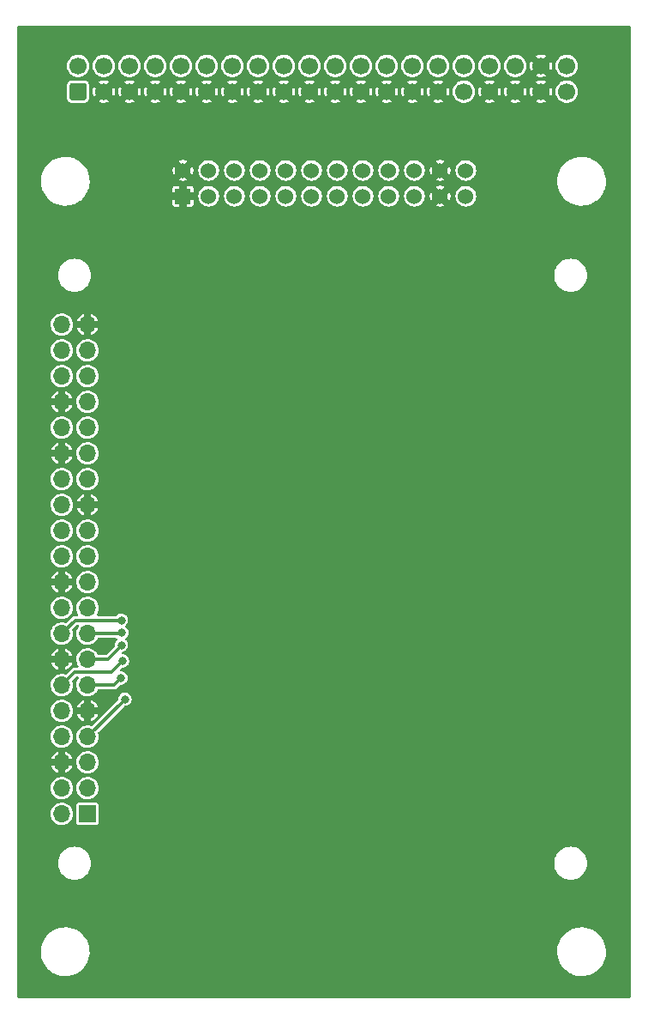
<source format=gbr>
G04 #@! TF.GenerationSoftware,KiCad,Pcbnew,(6.0.4)*
G04 #@! TF.CreationDate,2022-04-21T22:41:51-04:00*
G04 #@! TF.ProjectId,Input_Adapter,496e7075-745f-4416-9461-707465722e6b,v2*
G04 #@! TF.SameCoordinates,Original*
G04 #@! TF.FileFunction,Copper,L2,Bot*
G04 #@! TF.FilePolarity,Positive*
%FSLAX46Y46*%
G04 Gerber Fmt 4.6, Leading zero omitted, Abs format (unit mm)*
G04 Created by KiCad (PCBNEW (6.0.4)) date 2022-04-21 22:41:51*
%MOMM*%
%LPD*%
G01*
G04 APERTURE LIST*
G04 #@! TA.AperFunction,ComponentPad*
%ADD10R,1.700000X1.700000*%
G04 #@! TD*
G04 #@! TA.AperFunction,ComponentPad*
%ADD11O,1.700000X1.700000*%
G04 #@! TD*
G04 #@! TA.AperFunction,ComponentPad*
%ADD12R,1.530000X1.530000*%
G04 #@! TD*
G04 #@! TA.AperFunction,ComponentPad*
%ADD13C,1.530000*%
G04 #@! TD*
G04 #@! TA.AperFunction,ComponentPad*
%ADD14C,1.700000*%
G04 #@! TD*
G04 #@! TA.AperFunction,ViaPad*
%ADD15C,0.800000*%
G04 #@! TD*
G04 #@! TA.AperFunction,Conductor*
%ADD16C,0.350000*%
G04 #@! TD*
G04 APERTURE END LIST*
D10*
G04 #@! TO.P,J1,1,3V3*
G04 #@! TO.N,unconnected-(J1-Pad1)*
X106200000Y-116400000D03*
D11*
G04 #@! TO.P,J1,2,5V*
G04 #@! TO.N,+5V*
X103660000Y-116400000D03*
G04 #@! TO.P,J1,3,SDA/GPIO2*
G04 #@! TO.N,unconnected-(J1-Pad3)*
X106200000Y-113860000D03*
G04 #@! TO.P,J1,4,5V*
G04 #@! TO.N,+5V*
X103660000Y-113860000D03*
G04 #@! TO.P,J1,5,SCL/GPIO3*
G04 #@! TO.N,unconnected-(J1-Pad5)*
X106200000Y-111320000D03*
G04 #@! TO.P,J1,6,GND*
G04 #@! TO.N,GND*
X103660000Y-111320000D03*
G04 #@! TO.P,J1,7,GCLK0/GPIO4*
G04 #@! TO.N,OUT32*
X106200000Y-108780000D03*
G04 #@! TO.P,J1,8,GPIO14/TXD*
G04 #@! TO.N,unconnected-(J1-Pad8)*
X103660000Y-108780000D03*
G04 #@! TO.P,J1,9,GND*
G04 #@! TO.N,GND*
X106200000Y-106240000D03*
G04 #@! TO.P,J1,10,GPIO15/RXD*
G04 #@! TO.N,unconnected-(J1-Pad10)*
X103660000Y-106240000D03*
G04 #@! TO.P,J1,11,GPIO17*
G04 #@! TO.N,OUT31*
X106200000Y-103700000D03*
G04 #@! TO.P,J1,12,GPIO18/PWM0*
G04 #@! TO.N,OUT30*
X103660000Y-103700000D03*
G04 #@! TO.P,J1,13,GPIO27*
G04 #@! TO.N,OUT29*
X106200000Y-101160000D03*
G04 #@! TO.P,J1,14,GND*
G04 #@! TO.N,GND*
X103660000Y-101160000D03*
G04 #@! TO.P,J1,15,GPIO22*
G04 #@! TO.N,OUT28*
X106200000Y-98620000D03*
G04 #@! TO.P,J1,16,GPIO23*
G04 #@! TO.N,OUT27*
X103660000Y-98620000D03*
G04 #@! TO.P,J1,17,3V3*
G04 #@! TO.N,+3V3*
X106200000Y-96080000D03*
G04 #@! TO.P,J1,18,GPIO24*
G04 #@! TO.N,OUT26*
X103660000Y-96080000D03*
G04 #@! TO.P,J1,19,MOSI0/GPIO10*
G04 #@! TO.N,OUT25*
X106200000Y-93540000D03*
G04 #@! TO.P,J1,20,GND*
G04 #@! TO.N,GND*
X103660000Y-93540000D03*
G04 #@! TO.P,J1,21,MISO0/GPIO9*
G04 #@! TO.N,OUT24*
X106200000Y-91000000D03*
G04 #@! TO.P,J1,22,GPIO25*
G04 #@! TO.N,OUT23*
X103660000Y-91000000D03*
G04 #@! TO.P,J1,23,SCLK0/GPIO11*
G04 #@! TO.N,OUT22*
X106200000Y-88460000D03*
G04 #@! TO.P,J1,24,~{CE0}/GPIO8*
G04 #@! TO.N,OUT21*
X103660000Y-88460000D03*
G04 #@! TO.P,J1,25,GND*
G04 #@! TO.N,GND*
X106200000Y-85920000D03*
G04 #@! TO.P,J1,26,~{CE1}/GPIO7*
G04 #@! TO.N,OUT20*
X103660000Y-85920000D03*
G04 #@! TO.P,J1,27,ID_SD/GPIO0*
G04 #@! TO.N,OUT19*
X106200000Y-83380000D03*
G04 #@! TO.P,J1,28,ID_SC/GPIO1*
G04 #@! TO.N,OUT18*
X103660000Y-83380000D03*
G04 #@! TO.P,J1,29,GCLK1/GPIO5*
G04 #@! TO.N,OUT17*
X106200000Y-80840000D03*
G04 #@! TO.P,J1,30,GND*
G04 #@! TO.N,GND*
X103660000Y-80840000D03*
G04 #@! TO.P,J1,31,GCLK2/GPIO6*
G04 #@! TO.N,unconnected-(J1-Pad31)*
X106200000Y-78300000D03*
G04 #@! TO.P,J1,32,PWM0/GPIO12*
G04 #@! TO.N,unconnected-(J1-Pad32)*
X103660000Y-78300000D03*
G04 #@! TO.P,J1,33,PWM1/GPIO13*
G04 #@! TO.N,unconnected-(J1-Pad33)*
X106200000Y-75760000D03*
G04 #@! TO.P,J1,34,GND*
G04 #@! TO.N,GND*
X103660000Y-75760000D03*
G04 #@! TO.P,J1,35,GPIO19/MISO1*
G04 #@! TO.N,unconnected-(J1-Pad35)*
X106200000Y-73220000D03*
G04 #@! TO.P,J1,36,GPIO16*
G04 #@! TO.N,unconnected-(J1-Pad36)*
X103660000Y-73220000D03*
G04 #@! TO.P,J1,37,GPIO26*
G04 #@! TO.N,unconnected-(J1-Pad37)*
X106200000Y-70680000D03*
G04 #@! TO.P,J1,38,GPIO20/MOSI1*
G04 #@! TO.N,unconnected-(J1-Pad38)*
X103660000Y-70680000D03*
G04 #@! TO.P,J1,39,GND*
G04 #@! TO.N,GND*
X106200000Y-68140000D03*
G04 #@! TO.P,J1,40,GPIO21/SCLK1*
G04 #@! TO.N,unconnected-(J1-Pad40)*
X103660000Y-68140000D03*
G04 #@! TD*
D12*
G04 #@! TO.P,J2,1,Pin_1*
G04 #@! TO.N,GND*
X115630000Y-55470000D03*
D13*
G04 #@! TO.P,J2,2,Pin_2*
X115630000Y-52930000D03*
G04 #@! TO.P,J2,3,Pin_3*
G04 #@! TO.N,+5V*
X118170000Y-55470000D03*
G04 #@! TO.P,J2,4,Pin_4*
X118170000Y-52930000D03*
G04 #@! TO.P,J2,5,Pin_5*
G04 #@! TO.N,OUT17*
X120710000Y-55470000D03*
G04 #@! TO.P,J2,6,Pin_6*
G04 #@! TO.N,OUT18*
X120710000Y-52930000D03*
G04 #@! TO.P,J2,7,Pin_7*
G04 #@! TO.N,OUT19*
X123250000Y-55470000D03*
G04 #@! TO.P,J2,8,Pin_8*
G04 #@! TO.N,OUT20*
X123250000Y-52930000D03*
G04 #@! TO.P,J2,9,Pin_9*
G04 #@! TO.N,OUT21*
X125790000Y-55470000D03*
G04 #@! TO.P,J2,10,Pin_10*
G04 #@! TO.N,OUT22*
X125790000Y-52930000D03*
G04 #@! TO.P,J2,11,Pin_11*
G04 #@! TO.N,OUT23*
X128330000Y-55470000D03*
G04 #@! TO.P,J2,12,Pin_12*
G04 #@! TO.N,OUT24*
X128330000Y-52930000D03*
G04 #@! TO.P,J2,13,Pin_13*
G04 #@! TO.N,OUT25*
X130870000Y-55470000D03*
G04 #@! TO.P,J2,14,Pin_14*
G04 #@! TO.N,OUT26*
X130870000Y-52930000D03*
G04 #@! TO.P,J2,15,Pin_15*
G04 #@! TO.N,OUT27*
X133410000Y-55470000D03*
G04 #@! TO.P,J2,16,Pin_16*
G04 #@! TO.N,OUT28*
X133410000Y-52930000D03*
G04 #@! TO.P,J2,17,Pin_17*
G04 #@! TO.N,OUT29*
X135950000Y-55470000D03*
G04 #@! TO.P,J2,18,Pin_18*
G04 #@! TO.N,OUT30*
X135950000Y-52930000D03*
G04 #@! TO.P,J2,19,Pin_19*
G04 #@! TO.N,OUT31*
X138490000Y-55470000D03*
G04 #@! TO.P,J2,20,Pin_20*
G04 #@! TO.N,OUT32*
X138490000Y-52930000D03*
G04 #@! TO.P,J2,21,Pin_21*
G04 #@! TO.N,GND*
X141030000Y-55470000D03*
G04 #@! TO.P,J2,22,Pin_22*
X141030000Y-52930000D03*
G04 #@! TO.P,J2,23,Pin_23*
G04 #@! TO.N,unconnected-(J2-Pad23)*
X143570000Y-55470000D03*
G04 #@! TO.P,J2,24,Pin_24*
G04 #@! TO.N,unconnected-(J2-Pad24)*
X143570000Y-52930000D03*
G04 #@! TD*
G04 #@! TO.P,J3,1,Pin_1*
G04 #@! TO.N,unconnected-(J3-Pad1)*
G04 #@! TA.AperFunction,ComponentPad*
G36*
G01*
X105870000Y-46002500D02*
X104670000Y-46002500D01*
G75*
G02*
X104420000Y-45752500I0J250000D01*
G01*
X104420000Y-44552500D01*
G75*
G02*
X104670000Y-44302500I250000J0D01*
G01*
X105870000Y-44302500D01*
G75*
G02*
X106120000Y-44552500I0J-250000D01*
G01*
X106120000Y-45752500D01*
G75*
G02*
X105870000Y-46002500I-250000J0D01*
G01*
G37*
G04 #@! TD.AperFunction*
D14*
G04 #@! TO.P,J3,2,Pin_2*
G04 #@! TO.N,+5V*
X105270000Y-42612500D03*
G04 #@! TO.P,J3,3,Pin_3*
G04 #@! TO.N,GND*
X107810000Y-45152500D03*
G04 #@! TO.P,J3,4,Pin_4*
G04 #@! TO.N,+5V*
X107810000Y-42612500D03*
G04 #@! TO.P,J3,5,Pin_5*
G04 #@! TO.N,GND*
X110350000Y-45152500D03*
G04 #@! TO.P,J3,6,Pin_6*
G04 #@! TO.N,OUT17*
X110350000Y-42612500D03*
G04 #@! TO.P,J3,7,Pin_7*
G04 #@! TO.N,GND*
X112890000Y-45152500D03*
G04 #@! TO.P,J3,8,Pin_8*
G04 #@! TO.N,OUT18*
X112890000Y-42612500D03*
G04 #@! TO.P,J3,9,Pin_9*
G04 #@! TO.N,GND*
X115430000Y-45152500D03*
G04 #@! TO.P,J3,10,Pin_10*
G04 #@! TO.N,OUT19*
X115430000Y-42612500D03*
G04 #@! TO.P,J3,11,Pin_11*
G04 #@! TO.N,GND*
X117970000Y-45152500D03*
G04 #@! TO.P,J3,12,Pin_12*
G04 #@! TO.N,OUT20*
X117970000Y-42612500D03*
G04 #@! TO.P,J3,13,Pin_13*
G04 #@! TO.N,GND*
X120510000Y-45152500D03*
G04 #@! TO.P,J3,14,Pin_14*
G04 #@! TO.N,OUT21*
X120510000Y-42612500D03*
G04 #@! TO.P,J3,15,Pin_15*
G04 #@! TO.N,GND*
X123050000Y-45152500D03*
G04 #@! TO.P,J3,16,Pin_16*
G04 #@! TO.N,OUT22*
X123050000Y-42612500D03*
G04 #@! TO.P,J3,17,Pin_17*
G04 #@! TO.N,GND*
X125590000Y-45152500D03*
G04 #@! TO.P,J3,18,Pin_18*
G04 #@! TO.N,OUT23*
X125590000Y-42612500D03*
G04 #@! TO.P,J3,19,Pin_19*
G04 #@! TO.N,GND*
X128130000Y-45152500D03*
G04 #@! TO.P,J3,20,Pin_20*
G04 #@! TO.N,OUT24*
X128130000Y-42612500D03*
G04 #@! TO.P,J3,21,Pin_21*
G04 #@! TO.N,GND*
X130670000Y-45152500D03*
G04 #@! TO.P,J3,22,Pin_22*
G04 #@! TO.N,OUT25*
X130670000Y-42612500D03*
G04 #@! TO.P,J3,23,Pin_23*
G04 #@! TO.N,GND*
X133210000Y-45152500D03*
G04 #@! TO.P,J3,24,Pin_24*
G04 #@! TO.N,OUT26*
X133210000Y-42612500D03*
G04 #@! TO.P,J3,25,Pin_25*
G04 #@! TO.N,GND*
X135750000Y-45152500D03*
G04 #@! TO.P,J3,26,Pin_26*
G04 #@! TO.N,OUT27*
X135750000Y-42612500D03*
G04 #@! TO.P,J3,27,Pin_27*
G04 #@! TO.N,GND*
X138290000Y-45152500D03*
G04 #@! TO.P,J3,28,Pin_28*
G04 #@! TO.N,OUT28*
X138290000Y-42612500D03*
G04 #@! TO.P,J3,29,Pin_29*
G04 #@! TO.N,GND*
X140830000Y-45152500D03*
G04 #@! TO.P,J3,30,Pin_30*
G04 #@! TO.N,unconnected-(J3-Pad30)*
X140830000Y-42612500D03*
G04 #@! TO.P,J3,31,Pin_31*
G04 #@! TO.N,OUT29*
X143370000Y-45152500D03*
G04 #@! TO.P,J3,32,Pin_32*
G04 #@! TO.N,OUT30*
X143370000Y-42612500D03*
G04 #@! TO.P,J3,33,Pin_33*
G04 #@! TO.N,GND*
X145910000Y-45152500D03*
G04 #@! TO.P,J3,34,Pin_34*
G04 #@! TO.N,OUT31*
X145910000Y-42612500D03*
G04 #@! TO.P,J3,35,Pin_35*
G04 #@! TO.N,GND*
X148450000Y-45152500D03*
G04 #@! TO.P,J3,36,Pin_36*
G04 #@! TO.N,OUT32*
X148450000Y-42612500D03*
G04 #@! TO.P,J3,37,Pin_37*
G04 #@! TO.N,GND*
X150990000Y-45152500D03*
G04 #@! TO.P,J3,38,Pin_38*
X150990000Y-42612500D03*
G04 #@! TO.P,J3,39,Pin_39*
G04 #@! TO.N,+5V*
X153530000Y-45152500D03*
G04 #@! TO.P,J3,40,Pin_40*
X153530000Y-42612500D03*
G04 #@! TD*
D15*
G04 #@! TO.N,GND*
X133000000Y-96000000D03*
X124000000Y-105000000D03*
X144000000Y-62000000D03*
X144000000Y-71000000D03*
X143000000Y-85000000D03*
X140000000Y-96000000D03*
X130000000Y-108000000D03*
X140000000Y-108000000D03*
X110000000Y-120000000D03*
X120000000Y-120000000D03*
X130000000Y-120000000D03*
X140000000Y-119000000D03*
X149000000Y-119000000D03*
X149000000Y-108000000D03*
X148000000Y-96000000D03*
X148000000Y-83000000D03*
X148000000Y-71000000D03*
X148000000Y-62000000D03*
X112500000Y-116700000D03*
X110800000Y-116450000D03*
X110800000Y-115200000D03*
X110350000Y-114200000D03*
X110400000Y-108350000D03*
X110350000Y-109750000D03*
X110350000Y-111350000D03*
X110350000Y-112800000D03*
X112250000Y-109400000D03*
X112250000Y-110700000D03*
X120300000Y-107500000D03*
X120250000Y-109100000D03*
X118850000Y-109100000D03*
X118900000Y-107500000D03*
X113650000Y-103150000D03*
X120600000Y-96200000D03*
X127250000Y-89450000D03*
X141000000Y-76000000D03*
X134850000Y-82150000D03*
X141000000Y-61400000D03*
X141050000Y-57600000D03*
X119400000Y-68200000D03*
X114000000Y-73400000D03*
X108650000Y-78900000D03*
G04 #@! TO.N,OUT32*
X109900000Y-105100000D03*
G04 #@! TO.N,OUT31*
X109500000Y-103000000D03*
G04 #@! TO.N,OUT30*
X109650000Y-101300000D03*
G04 #@! TO.N,OUT29*
X109550000Y-99750000D03*
G04 #@! TO.N,OUT28*
X109600000Y-98500000D03*
G04 #@! TO.N,OUT27*
X109550000Y-97300000D03*
G04 #@! TO.N,GND*
X142550000Y-51000000D03*
X110000000Y-127000000D03*
X119300000Y-57500000D03*
X100700000Y-41900000D03*
X148382208Y-52822720D03*
X158000000Y-121000000D03*
X155650000Y-45550000D03*
X158000000Y-71000000D03*
X130000000Y-127000000D03*
X156150000Y-42350000D03*
X107100000Y-39950000D03*
X158000000Y-83000000D03*
X158000000Y-108000000D03*
X158000000Y-50000000D03*
X158000000Y-60000000D03*
X101000000Y-49300000D03*
X120000000Y-127000000D03*
X149000000Y-127000000D03*
X100900000Y-46250000D03*
X140000000Y-127000000D03*
X147000000Y-56000000D03*
X113650000Y-51100000D03*
X158000000Y-96000000D03*
X101150000Y-58500000D03*
X153600000Y-40050000D03*
G04 #@! TD*
D16*
G04 #@! TO.N,OUT27*
X105688279Y-97300000D02*
X105692790Y-97304511D01*
X104980000Y-97300000D02*
X105688279Y-97300000D01*
X109545489Y-97304511D02*
X109550000Y-97300000D01*
X103660000Y-98620000D02*
X104980000Y-97300000D01*
X105692790Y-97304511D02*
X109545489Y-97304511D01*
G04 #@! TO.N,OUT30*
X104960000Y-102400000D02*
X108550000Y-102400000D01*
X108550000Y-102400000D02*
X109650000Y-101300000D01*
X103660000Y-103700000D02*
X104960000Y-102400000D01*
G04 #@! TO.N,OUT28*
X109480000Y-98620000D02*
X109600000Y-98500000D01*
X106200000Y-98620000D02*
X109480000Y-98620000D01*
G04 #@! TO.N,OUT29*
X109550000Y-99800000D02*
X109550000Y-99750000D01*
X108190000Y-101160000D02*
X109550000Y-99800000D01*
X106200000Y-101160000D02*
X108190000Y-101160000D01*
G04 #@! TO.N,OUT31*
X108800000Y-103700000D02*
X109500000Y-103000000D01*
X106200000Y-103700000D02*
X108800000Y-103700000D01*
G04 #@! TO.N,OUT32*
X109880000Y-105100000D02*
X109900000Y-105100000D01*
X106200000Y-108780000D02*
X109880000Y-105100000D01*
G04 #@! TD*
G04 #@! TA.AperFunction,Conductor*
G04 #@! TO.N,GND*
G36*
X159787621Y-38674502D02*
G01*
X159834114Y-38728158D01*
X159845500Y-38780500D01*
X159845500Y-134419500D01*
X159825498Y-134487621D01*
X159771842Y-134534114D01*
X159719500Y-134545500D01*
X99380500Y-134545500D01*
X99312379Y-134525498D01*
X99265886Y-134471842D01*
X99254500Y-134419500D01*
X99254500Y-129899103D01*
X101592663Y-129899103D01*
X101592750Y-129903104D01*
X101592750Y-129903111D01*
X101599268Y-130201791D01*
X101599356Y-130205808D01*
X101644965Y-130509177D01*
X101728752Y-130804291D01*
X101849359Y-131086367D01*
X102004830Y-131350832D01*
X102192645Y-131593398D01*
X102409759Y-131810133D01*
X102652653Y-131997525D01*
X102656120Y-131999555D01*
X102656123Y-131999557D01*
X102836193Y-132104992D01*
X102917388Y-132152534D01*
X102921073Y-132154102D01*
X102921077Y-132154104D01*
X103093633Y-132227527D01*
X103199674Y-132272648D01*
X103326314Y-132308364D01*
X103491068Y-132354830D01*
X103491077Y-132354832D01*
X103494935Y-132355920D01*
X103630901Y-132376119D01*
X103795083Y-132400510D01*
X103795085Y-132400510D01*
X103798382Y-132401000D01*
X103801713Y-132401140D01*
X103801717Y-132401140D01*
X103838548Y-132402683D01*
X103881892Y-132404500D01*
X104077597Y-132404500D01*
X104201898Y-132396571D01*
X104302148Y-132390176D01*
X104302153Y-132390175D01*
X104306156Y-132389920D01*
X104310095Y-132389158D01*
X104603412Y-132332409D01*
X104603416Y-132332408D01*
X104607349Y-132331647D01*
X104786268Y-132272648D01*
X104894878Y-132236834D01*
X104894883Y-132236832D01*
X104898695Y-132235575D01*
X105175473Y-132103262D01*
X105433196Y-131936853D01*
X105667684Y-131739045D01*
X105875138Y-131513046D01*
X106052193Y-131262518D01*
X106143821Y-131089828D01*
X106194103Y-130995063D01*
X106194105Y-130995059D01*
X106195981Y-130991523D01*
X106304168Y-130704455D01*
X106375003Y-130405967D01*
X106407337Y-130100897D01*
X106402934Y-129899103D01*
X152592663Y-129899103D01*
X152592750Y-129903104D01*
X152592750Y-129903111D01*
X152599268Y-130201791D01*
X152599356Y-130205808D01*
X152644965Y-130509177D01*
X152728752Y-130804291D01*
X152849359Y-131086367D01*
X153004830Y-131350832D01*
X153192645Y-131593398D01*
X153409759Y-131810133D01*
X153652653Y-131997525D01*
X153656120Y-131999555D01*
X153656123Y-131999557D01*
X153836193Y-132104992D01*
X153917388Y-132152534D01*
X153921073Y-132154102D01*
X153921077Y-132154104D01*
X154093633Y-132227527D01*
X154199674Y-132272648D01*
X154326314Y-132308364D01*
X154491068Y-132354830D01*
X154491077Y-132354832D01*
X154494935Y-132355920D01*
X154630901Y-132376119D01*
X154795083Y-132400510D01*
X154795085Y-132400510D01*
X154798382Y-132401000D01*
X154801713Y-132401140D01*
X154801717Y-132401140D01*
X154838548Y-132402683D01*
X154881892Y-132404500D01*
X155077597Y-132404500D01*
X155201898Y-132396571D01*
X155302148Y-132390176D01*
X155302153Y-132390175D01*
X155306156Y-132389920D01*
X155310095Y-132389158D01*
X155603412Y-132332409D01*
X155603416Y-132332408D01*
X155607349Y-132331647D01*
X155786268Y-132272648D01*
X155894878Y-132236834D01*
X155894883Y-132236832D01*
X155898695Y-132235575D01*
X156175473Y-132103262D01*
X156433196Y-131936853D01*
X156667684Y-131739045D01*
X156875138Y-131513046D01*
X157052193Y-131262518D01*
X157143821Y-131089828D01*
X157194103Y-130995063D01*
X157194105Y-130995059D01*
X157195981Y-130991523D01*
X157304168Y-130704455D01*
X157375003Y-130405967D01*
X157407337Y-130100897D01*
X157402934Y-129899103D01*
X157400732Y-129798209D01*
X157400732Y-129798204D01*
X157400644Y-129794192D01*
X157355035Y-129490823D01*
X157271248Y-129195709D01*
X157150641Y-128913633D01*
X156995170Y-128649168D01*
X156807355Y-128406602D01*
X156590241Y-128189867D01*
X156347347Y-128002475D01*
X156343877Y-128000443D01*
X156086076Y-127849494D01*
X156086073Y-127849492D01*
X156082612Y-127847466D01*
X156078927Y-127845898D01*
X156078923Y-127845896D01*
X155804020Y-127728924D01*
X155800326Y-127727352D01*
X155673686Y-127691636D01*
X155508932Y-127645170D01*
X155508923Y-127645168D01*
X155505065Y-127644080D01*
X155274478Y-127609824D01*
X155204917Y-127599490D01*
X155204915Y-127599490D01*
X155201618Y-127599000D01*
X155198287Y-127598860D01*
X155198283Y-127598860D01*
X155161452Y-127597317D01*
X155118108Y-127595500D01*
X154922403Y-127595500D01*
X154798102Y-127603429D01*
X154697852Y-127609824D01*
X154697847Y-127609825D01*
X154693844Y-127610080D01*
X154689906Y-127610842D01*
X154689905Y-127610842D01*
X154396588Y-127667591D01*
X154396584Y-127667592D01*
X154392651Y-127668353D01*
X154254137Y-127714028D01*
X154105122Y-127763166D01*
X154105117Y-127763168D01*
X154101305Y-127764425D01*
X153824527Y-127896738D01*
X153566804Y-128063147D01*
X153332316Y-128260955D01*
X153124862Y-128486954D01*
X152947807Y-128737482D01*
X152945927Y-128741026D01*
X152854343Y-128913633D01*
X152804019Y-129008477D01*
X152695832Y-129295545D01*
X152624997Y-129594033D01*
X152592663Y-129899103D01*
X106402934Y-129899103D01*
X106400732Y-129798209D01*
X106400732Y-129798204D01*
X106400644Y-129794192D01*
X106355035Y-129490823D01*
X106271248Y-129195709D01*
X106150641Y-128913633D01*
X105995170Y-128649168D01*
X105807355Y-128406602D01*
X105590241Y-128189867D01*
X105347347Y-128002475D01*
X105343877Y-128000443D01*
X105086076Y-127849494D01*
X105086073Y-127849492D01*
X105082612Y-127847466D01*
X105078927Y-127845898D01*
X105078923Y-127845896D01*
X104804020Y-127728924D01*
X104800326Y-127727352D01*
X104673686Y-127691636D01*
X104508932Y-127645170D01*
X104508923Y-127645168D01*
X104505065Y-127644080D01*
X104274478Y-127609824D01*
X104204917Y-127599490D01*
X104204915Y-127599490D01*
X104201618Y-127599000D01*
X104198287Y-127598860D01*
X104198283Y-127598860D01*
X104161452Y-127597317D01*
X104118108Y-127595500D01*
X103922403Y-127595500D01*
X103798102Y-127603429D01*
X103697852Y-127609824D01*
X103697847Y-127609825D01*
X103693844Y-127610080D01*
X103689906Y-127610842D01*
X103689905Y-127610842D01*
X103396588Y-127667591D01*
X103396584Y-127667592D01*
X103392651Y-127668353D01*
X103254137Y-127714028D01*
X103105122Y-127763166D01*
X103105117Y-127763168D01*
X103101305Y-127764425D01*
X102824527Y-127896738D01*
X102566804Y-128063147D01*
X102332316Y-128260955D01*
X102124862Y-128486954D01*
X101947807Y-128737482D01*
X101945927Y-128741026D01*
X101854343Y-128913633D01*
X101804019Y-129008477D01*
X101695832Y-129295545D01*
X101624997Y-129594033D01*
X101592663Y-129899103D01*
X99254500Y-129899103D01*
X99254500Y-121270000D01*
X103295461Y-121270000D01*
X103315585Y-121525698D01*
X103375461Y-121775100D01*
X103473615Y-122012065D01*
X103607630Y-122230758D01*
X103774206Y-122425794D01*
X103969242Y-122592370D01*
X104187935Y-122726385D01*
X104192505Y-122728278D01*
X104192509Y-122728280D01*
X104420327Y-122822645D01*
X104424900Y-122824539D01*
X104511393Y-122845304D01*
X104669489Y-122883260D01*
X104669495Y-122883261D01*
X104674302Y-122884415D01*
X104764040Y-122891478D01*
X104863517Y-122899307D01*
X104863526Y-122899307D01*
X104865974Y-122899500D01*
X104994026Y-122899500D01*
X104996474Y-122899307D01*
X104996483Y-122899307D01*
X105095960Y-122891478D01*
X105185698Y-122884415D01*
X105190505Y-122883261D01*
X105190511Y-122883260D01*
X105348607Y-122845304D01*
X105435100Y-122824539D01*
X105439673Y-122822645D01*
X105667491Y-122728280D01*
X105667495Y-122728278D01*
X105672065Y-122726385D01*
X105890758Y-122592370D01*
X106085794Y-122425794D01*
X106252370Y-122230758D01*
X106386385Y-122012065D01*
X106484539Y-121775100D01*
X106544415Y-121525698D01*
X106564539Y-121270000D01*
X152295461Y-121270000D01*
X152315585Y-121525698D01*
X152375461Y-121775100D01*
X152473615Y-122012065D01*
X152607630Y-122230758D01*
X152774206Y-122425794D01*
X152969242Y-122592370D01*
X153187935Y-122726385D01*
X153192505Y-122728278D01*
X153192509Y-122728280D01*
X153420327Y-122822645D01*
X153424900Y-122824539D01*
X153511393Y-122845304D01*
X153669489Y-122883260D01*
X153669495Y-122883261D01*
X153674302Y-122884415D01*
X153764040Y-122891478D01*
X153863517Y-122899307D01*
X153863526Y-122899307D01*
X153865974Y-122899500D01*
X153994026Y-122899500D01*
X153996474Y-122899307D01*
X153996483Y-122899307D01*
X154095960Y-122891478D01*
X154185698Y-122884415D01*
X154190505Y-122883261D01*
X154190511Y-122883260D01*
X154348607Y-122845304D01*
X154435100Y-122824539D01*
X154439673Y-122822645D01*
X154667491Y-122728280D01*
X154667495Y-122728278D01*
X154672065Y-122726385D01*
X154890758Y-122592370D01*
X155085794Y-122425794D01*
X155252370Y-122230758D01*
X155386385Y-122012065D01*
X155484539Y-121775100D01*
X155544415Y-121525698D01*
X155564539Y-121270000D01*
X155544415Y-121014302D01*
X155484539Y-120764900D01*
X155386385Y-120527935D01*
X155252370Y-120309242D01*
X155085794Y-120114206D01*
X154890758Y-119947630D01*
X154672065Y-119813615D01*
X154667495Y-119811722D01*
X154667491Y-119811720D01*
X154439673Y-119717355D01*
X154439671Y-119717354D01*
X154435100Y-119715461D01*
X154348607Y-119694696D01*
X154190511Y-119656740D01*
X154190505Y-119656739D01*
X154185698Y-119655585D01*
X154095960Y-119648522D01*
X153996483Y-119640693D01*
X153996474Y-119640693D01*
X153994026Y-119640500D01*
X153865974Y-119640500D01*
X153863526Y-119640693D01*
X153863517Y-119640693D01*
X153764040Y-119648522D01*
X153674302Y-119655585D01*
X153669495Y-119656739D01*
X153669489Y-119656740D01*
X153511393Y-119694696D01*
X153424900Y-119715461D01*
X153420329Y-119717354D01*
X153420327Y-119717355D01*
X153192509Y-119811720D01*
X153192505Y-119811722D01*
X153187935Y-119813615D01*
X152969242Y-119947630D01*
X152774206Y-120114206D01*
X152607630Y-120309242D01*
X152473615Y-120527935D01*
X152375461Y-120764900D01*
X152315585Y-121014302D01*
X152295461Y-121270000D01*
X106564539Y-121270000D01*
X106544415Y-121014302D01*
X106484539Y-120764900D01*
X106386385Y-120527935D01*
X106252370Y-120309242D01*
X106085794Y-120114206D01*
X105890758Y-119947630D01*
X105672065Y-119813615D01*
X105667495Y-119811722D01*
X105667491Y-119811720D01*
X105439673Y-119717355D01*
X105439671Y-119717354D01*
X105435100Y-119715461D01*
X105348607Y-119694696D01*
X105190511Y-119656740D01*
X105190505Y-119656739D01*
X105185698Y-119655585D01*
X105095960Y-119648522D01*
X104996483Y-119640693D01*
X104996474Y-119640693D01*
X104994026Y-119640500D01*
X104865974Y-119640500D01*
X104863526Y-119640693D01*
X104863517Y-119640693D01*
X104764040Y-119648522D01*
X104674302Y-119655585D01*
X104669495Y-119656739D01*
X104669489Y-119656740D01*
X104511393Y-119694696D01*
X104424900Y-119715461D01*
X104420329Y-119717354D01*
X104420327Y-119717355D01*
X104192509Y-119811720D01*
X104192505Y-119811722D01*
X104187935Y-119813615D01*
X103969242Y-119947630D01*
X103774206Y-120114206D01*
X103607630Y-120309242D01*
X103473615Y-120527935D01*
X103375461Y-120764900D01*
X103315585Y-121014302D01*
X103295461Y-121270000D01*
X99254500Y-121270000D01*
X99254500Y-116370964D01*
X102551148Y-116370964D01*
X102564424Y-116573522D01*
X102565845Y-116579118D01*
X102565846Y-116579123D01*
X102586119Y-116658945D01*
X102614392Y-116770269D01*
X102616809Y-116775512D01*
X102654010Y-116856208D01*
X102699377Y-116954616D01*
X102816533Y-117120389D01*
X102961938Y-117262035D01*
X103130720Y-117374812D01*
X103136023Y-117377090D01*
X103136026Y-117377092D01*
X103267283Y-117433484D01*
X103317228Y-117454942D01*
X103390244Y-117471464D01*
X103509579Y-117498467D01*
X103509584Y-117498468D01*
X103515216Y-117499742D01*
X103520987Y-117499969D01*
X103520989Y-117499969D01*
X103580756Y-117502317D01*
X103718053Y-117507712D01*
X103825348Y-117492155D01*
X103913231Y-117479413D01*
X103913236Y-117479412D01*
X103918945Y-117478584D01*
X103924409Y-117476729D01*
X103924414Y-117476728D01*
X104105693Y-117415192D01*
X104105698Y-117415190D01*
X104111165Y-117413334D01*
X104288276Y-117314147D01*
X104327969Y-117281135D01*
X104439913Y-117188031D01*
X104444345Y-117184345D01*
X104574147Y-117028276D01*
X104673334Y-116851165D01*
X104675190Y-116845698D01*
X104675192Y-116845693D01*
X104736728Y-116664414D01*
X104736729Y-116664409D01*
X104738584Y-116658945D01*
X104739412Y-116653236D01*
X104739413Y-116653231D01*
X104767179Y-116461727D01*
X104767712Y-116458053D01*
X104769232Y-116400000D01*
X104750658Y-116197859D01*
X104749090Y-116192299D01*
X104697125Y-116008046D01*
X104697124Y-116008044D01*
X104695557Y-116002487D01*
X104684978Y-115981033D01*
X104608331Y-115825609D01*
X104605776Y-115820428D01*
X104484320Y-115657779D01*
X104340609Y-115524933D01*
X105095500Y-115524933D01*
X105095501Y-117275066D01*
X105110266Y-117349301D01*
X105117161Y-117359620D01*
X105117162Y-117359622D01*
X105157516Y-117420015D01*
X105166516Y-117433484D01*
X105250699Y-117489734D01*
X105324933Y-117504500D01*
X106199858Y-117504500D01*
X107075066Y-117504499D01*
X107110818Y-117497388D01*
X107137126Y-117492156D01*
X107137128Y-117492155D01*
X107149301Y-117489734D01*
X107159621Y-117482839D01*
X107159622Y-117482838D01*
X107223168Y-117440377D01*
X107233484Y-117433484D01*
X107289734Y-117349301D01*
X107304500Y-117275067D01*
X107304499Y-115524934D01*
X107289734Y-115450699D01*
X107263654Y-115411667D01*
X107240377Y-115376832D01*
X107233484Y-115366516D01*
X107149301Y-115310266D01*
X107075067Y-115295500D01*
X106200142Y-115295500D01*
X105324934Y-115295501D01*
X105289182Y-115302612D01*
X105262874Y-115307844D01*
X105262872Y-115307845D01*
X105250699Y-115310266D01*
X105240379Y-115317161D01*
X105240378Y-115317162D01*
X105179985Y-115357516D01*
X105166516Y-115366516D01*
X105110266Y-115450699D01*
X105095500Y-115524933D01*
X104340609Y-115524933D01*
X104335258Y-115519987D01*
X104330375Y-115516906D01*
X104330371Y-115516903D01*
X104168464Y-115414748D01*
X104163581Y-115411667D01*
X103975039Y-115336446D01*
X103969379Y-115335320D01*
X103969375Y-115335319D01*
X103781613Y-115297971D01*
X103781610Y-115297971D01*
X103775946Y-115296844D01*
X103770171Y-115296768D01*
X103770167Y-115296768D01*
X103668793Y-115295441D01*
X103572971Y-115294187D01*
X103567274Y-115295166D01*
X103567273Y-115295166D01*
X103479397Y-115310266D01*
X103372910Y-115328564D01*
X103182463Y-115398824D01*
X103008010Y-115502612D01*
X103003670Y-115506418D01*
X103003666Y-115506421D01*
X102859733Y-115632648D01*
X102855392Y-115636455D01*
X102729720Y-115795869D01*
X102727031Y-115800980D01*
X102727029Y-115800983D01*
X102714073Y-115825609D01*
X102635203Y-115975515D01*
X102575007Y-116169378D01*
X102551148Y-116370964D01*
X99254500Y-116370964D01*
X99254500Y-113830964D01*
X102551148Y-113830964D01*
X102564424Y-114033522D01*
X102565845Y-114039118D01*
X102565846Y-114039123D01*
X102586119Y-114118945D01*
X102614392Y-114230269D01*
X102616809Y-114235512D01*
X102654010Y-114316208D01*
X102699377Y-114414616D01*
X102816533Y-114580389D01*
X102961938Y-114722035D01*
X103130720Y-114834812D01*
X103136023Y-114837090D01*
X103136026Y-114837092D01*
X103224707Y-114875192D01*
X103317228Y-114914942D01*
X103390244Y-114931464D01*
X103509579Y-114958467D01*
X103509584Y-114958468D01*
X103515216Y-114959742D01*
X103520987Y-114959969D01*
X103520989Y-114959969D01*
X103580756Y-114962317D01*
X103718053Y-114967712D01*
X103818499Y-114953148D01*
X103913231Y-114939413D01*
X103913236Y-114939412D01*
X103918945Y-114938584D01*
X103924409Y-114936729D01*
X103924414Y-114936728D01*
X104105693Y-114875192D01*
X104105698Y-114875190D01*
X104111165Y-114873334D01*
X104288276Y-114774147D01*
X104350934Y-114722035D01*
X104439913Y-114648031D01*
X104444345Y-114644345D01*
X104574147Y-114488276D01*
X104673334Y-114311165D01*
X104675190Y-114305698D01*
X104675192Y-114305693D01*
X104736728Y-114124414D01*
X104736729Y-114124409D01*
X104738584Y-114118945D01*
X104739412Y-114113236D01*
X104739413Y-114113231D01*
X104767179Y-113921727D01*
X104767712Y-113918053D01*
X104769232Y-113860000D01*
X104766564Y-113830964D01*
X105091148Y-113830964D01*
X105104424Y-114033522D01*
X105105845Y-114039118D01*
X105105846Y-114039123D01*
X105126119Y-114118945D01*
X105154392Y-114230269D01*
X105156809Y-114235512D01*
X105194010Y-114316208D01*
X105239377Y-114414616D01*
X105356533Y-114580389D01*
X105501938Y-114722035D01*
X105670720Y-114834812D01*
X105676023Y-114837090D01*
X105676026Y-114837092D01*
X105764707Y-114875192D01*
X105857228Y-114914942D01*
X105930244Y-114931464D01*
X106049579Y-114958467D01*
X106049584Y-114958468D01*
X106055216Y-114959742D01*
X106060987Y-114959969D01*
X106060989Y-114959969D01*
X106120756Y-114962317D01*
X106258053Y-114967712D01*
X106358499Y-114953148D01*
X106453231Y-114939413D01*
X106453236Y-114939412D01*
X106458945Y-114938584D01*
X106464409Y-114936729D01*
X106464414Y-114936728D01*
X106645693Y-114875192D01*
X106645698Y-114875190D01*
X106651165Y-114873334D01*
X106828276Y-114774147D01*
X106890934Y-114722035D01*
X106979913Y-114648031D01*
X106984345Y-114644345D01*
X107114147Y-114488276D01*
X107213334Y-114311165D01*
X107215190Y-114305698D01*
X107215192Y-114305693D01*
X107276728Y-114124414D01*
X107276729Y-114124409D01*
X107278584Y-114118945D01*
X107279412Y-114113236D01*
X107279413Y-114113231D01*
X107307179Y-113921727D01*
X107307712Y-113918053D01*
X107309232Y-113860000D01*
X107290658Y-113657859D01*
X107289090Y-113652299D01*
X107237125Y-113468046D01*
X107237124Y-113468044D01*
X107235557Y-113462487D01*
X107224978Y-113441033D01*
X107148331Y-113285609D01*
X107145776Y-113280428D01*
X107024320Y-113117779D01*
X106875258Y-112979987D01*
X106870375Y-112976906D01*
X106870371Y-112976903D01*
X106708464Y-112874748D01*
X106703581Y-112871667D01*
X106515039Y-112796446D01*
X106509379Y-112795320D01*
X106509375Y-112795319D01*
X106321613Y-112757971D01*
X106321610Y-112757971D01*
X106315946Y-112756844D01*
X106310171Y-112756768D01*
X106310167Y-112756768D01*
X106208793Y-112755441D01*
X106112971Y-112754187D01*
X106107274Y-112755166D01*
X106107273Y-112755166D01*
X105918607Y-112787585D01*
X105912910Y-112788564D01*
X105722463Y-112858824D01*
X105548010Y-112962612D01*
X105543670Y-112966418D01*
X105543666Y-112966421D01*
X105523723Y-112983911D01*
X105395392Y-113096455D01*
X105269720Y-113255869D01*
X105267031Y-113260980D01*
X105267029Y-113260983D01*
X105254073Y-113285609D01*
X105175203Y-113435515D01*
X105115007Y-113629378D01*
X105091148Y-113830964D01*
X104766564Y-113830964D01*
X104750658Y-113657859D01*
X104749090Y-113652299D01*
X104697125Y-113468046D01*
X104697124Y-113468044D01*
X104695557Y-113462487D01*
X104684978Y-113441033D01*
X104608331Y-113285609D01*
X104605776Y-113280428D01*
X104484320Y-113117779D01*
X104335258Y-112979987D01*
X104330375Y-112976906D01*
X104330371Y-112976903D01*
X104168464Y-112874748D01*
X104163581Y-112871667D01*
X103975039Y-112796446D01*
X103969379Y-112795320D01*
X103969375Y-112795319D01*
X103781613Y-112757971D01*
X103781610Y-112757971D01*
X103775946Y-112756844D01*
X103770171Y-112756768D01*
X103770167Y-112756768D01*
X103668793Y-112755441D01*
X103572971Y-112754187D01*
X103567274Y-112755166D01*
X103567273Y-112755166D01*
X103378607Y-112787585D01*
X103372910Y-112788564D01*
X103182463Y-112858824D01*
X103008010Y-112962612D01*
X103003670Y-112966418D01*
X103003666Y-112966421D01*
X102983723Y-112983911D01*
X102855392Y-113096455D01*
X102729720Y-113255869D01*
X102727031Y-113260980D01*
X102727029Y-113260983D01*
X102714073Y-113285609D01*
X102635203Y-113435515D01*
X102575007Y-113629378D01*
X102551148Y-113830964D01*
X99254500Y-113830964D01*
X99254500Y-111686467D01*
X102614139Y-111686467D01*
X102617285Y-111695351D01*
X102697394Y-111869120D01*
X102703145Y-111879081D01*
X102813579Y-112035343D01*
X102821057Y-112044098D01*
X102958114Y-112177612D01*
X102967058Y-112184855D01*
X103126156Y-112291161D01*
X103136266Y-112296651D01*
X103289356Y-112362423D01*
X103303355Y-112364114D01*
X103306000Y-112359787D01*
X103306000Y-112347674D01*
X104014000Y-112347674D01*
X104017973Y-112361205D01*
X104024669Y-112362167D01*
X104105497Y-112334730D01*
X104115994Y-112330056D01*
X104282958Y-112236552D01*
X104292430Y-112230042D01*
X104439553Y-112107682D01*
X104447682Y-112099553D01*
X104570042Y-111952430D01*
X104576552Y-111942958D01*
X104670056Y-111775994D01*
X104674730Y-111765497D01*
X104699965Y-111691156D01*
X104700552Y-111677065D01*
X104694519Y-111674000D01*
X104032115Y-111674000D01*
X104016876Y-111678475D01*
X104015671Y-111679865D01*
X104014000Y-111687548D01*
X104014000Y-112347674D01*
X103306000Y-112347674D01*
X103306000Y-111692115D01*
X103301525Y-111676876D01*
X103300135Y-111675671D01*
X103292452Y-111674000D01*
X102628891Y-111674000D01*
X102615360Y-111677973D01*
X102614139Y-111686467D01*
X99254500Y-111686467D01*
X99254500Y-111290964D01*
X105091148Y-111290964D01*
X105104424Y-111493522D01*
X105105845Y-111499118D01*
X105105846Y-111499123D01*
X105150991Y-111676876D01*
X105154392Y-111690269D01*
X105156809Y-111695512D01*
X105193912Y-111775994D01*
X105239377Y-111874616D01*
X105356533Y-112040389D01*
X105501938Y-112182035D01*
X105670720Y-112294812D01*
X105676023Y-112297090D01*
X105676026Y-112297092D01*
X105825254Y-112361205D01*
X105857228Y-112374942D01*
X105930244Y-112391464D01*
X106049579Y-112418467D01*
X106049584Y-112418468D01*
X106055216Y-112419742D01*
X106060987Y-112419969D01*
X106060989Y-112419969D01*
X106120756Y-112422317D01*
X106258053Y-112427712D01*
X106358499Y-112413148D01*
X106453231Y-112399413D01*
X106453236Y-112399412D01*
X106458945Y-112398584D01*
X106464409Y-112396729D01*
X106464414Y-112396728D01*
X106645693Y-112335192D01*
X106645698Y-112335190D01*
X106651165Y-112333334D01*
X106657019Y-112330056D01*
X106726470Y-112291161D01*
X106828276Y-112234147D01*
X106890934Y-112182035D01*
X106979913Y-112108031D01*
X106984345Y-112104345D01*
X107114147Y-111948276D01*
X107213334Y-111771165D01*
X107215190Y-111765698D01*
X107215192Y-111765693D01*
X107276728Y-111584414D01*
X107276729Y-111584409D01*
X107278584Y-111578945D01*
X107279412Y-111573236D01*
X107279413Y-111573231D01*
X107307179Y-111381727D01*
X107307712Y-111378053D01*
X107309232Y-111320000D01*
X107290658Y-111117859D01*
X107289090Y-111112299D01*
X107237125Y-110928046D01*
X107237124Y-110928044D01*
X107235557Y-110922487D01*
X107224978Y-110901033D01*
X107148331Y-110745609D01*
X107145776Y-110740428D01*
X107024320Y-110577779D01*
X106875258Y-110439987D01*
X106870375Y-110436906D01*
X106870371Y-110436903D01*
X106724728Y-110345010D01*
X106703581Y-110331667D01*
X106515039Y-110256446D01*
X106509379Y-110255320D01*
X106509375Y-110255319D01*
X106321613Y-110217971D01*
X106321610Y-110217971D01*
X106315946Y-110216844D01*
X106310171Y-110216768D01*
X106310167Y-110216768D01*
X106208793Y-110215441D01*
X106112971Y-110214187D01*
X106107274Y-110215166D01*
X106107273Y-110215166D01*
X105918607Y-110247585D01*
X105912910Y-110248564D01*
X105722463Y-110318824D01*
X105548010Y-110422612D01*
X105543670Y-110426418D01*
X105543666Y-110426421D01*
X105523723Y-110443911D01*
X105395392Y-110556455D01*
X105269720Y-110715869D01*
X105267031Y-110720980D01*
X105267029Y-110720983D01*
X105254073Y-110745609D01*
X105175203Y-110895515D01*
X105115007Y-111089378D01*
X105091148Y-111290964D01*
X99254500Y-111290964D01*
X99254500Y-110962799D01*
X102618994Y-110962799D01*
X102625725Y-110966000D01*
X103287885Y-110966000D01*
X103303124Y-110961525D01*
X103304329Y-110960135D01*
X103306000Y-110952452D01*
X103306000Y-110947885D01*
X104014000Y-110947885D01*
X104018475Y-110963124D01*
X104019865Y-110964329D01*
X104027548Y-110966000D01*
X104689195Y-110966000D01*
X104702726Y-110962027D01*
X104703895Y-110953892D01*
X104696658Y-110928231D01*
X104692533Y-110917484D01*
X104607903Y-110745871D01*
X104601893Y-110736063D01*
X104487400Y-110582739D01*
X104479710Y-110574199D01*
X104339192Y-110444304D01*
X104330067Y-110437303D01*
X104168236Y-110335195D01*
X104157989Y-110329974D01*
X104030828Y-110279243D01*
X104016786Y-110277919D01*
X104014000Y-110282758D01*
X104014000Y-110947885D01*
X103306000Y-110947885D01*
X103306000Y-110291896D01*
X103302027Y-110278365D01*
X103295944Y-110277491D01*
X103188095Y-110317279D01*
X103177717Y-110322229D01*
X103013273Y-110420063D01*
X103003961Y-110426829D01*
X102860097Y-110552994D01*
X102852180Y-110561337D01*
X102733718Y-110711605D01*
X102727450Y-110721256D01*
X102638358Y-110890592D01*
X102633953Y-110901227D01*
X102619213Y-110948698D01*
X102618994Y-110962799D01*
X99254500Y-110962799D01*
X99254500Y-108750964D01*
X102551148Y-108750964D01*
X102564424Y-108953522D01*
X102565845Y-108959118D01*
X102565846Y-108959123D01*
X102586119Y-109038945D01*
X102614392Y-109150269D01*
X102616809Y-109155512D01*
X102654010Y-109236208D01*
X102699377Y-109334616D01*
X102816533Y-109500389D01*
X102961938Y-109642035D01*
X103130720Y-109754812D01*
X103136023Y-109757090D01*
X103136026Y-109757092D01*
X103224707Y-109795192D01*
X103317228Y-109834942D01*
X103390244Y-109851464D01*
X103509579Y-109878467D01*
X103509584Y-109878468D01*
X103515216Y-109879742D01*
X103520987Y-109879969D01*
X103520989Y-109879969D01*
X103580756Y-109882317D01*
X103718053Y-109887712D01*
X103818499Y-109873148D01*
X103913231Y-109859413D01*
X103913236Y-109859412D01*
X103918945Y-109858584D01*
X103924409Y-109856729D01*
X103924414Y-109856728D01*
X104105693Y-109795192D01*
X104105698Y-109795190D01*
X104111165Y-109793334D01*
X104288276Y-109694147D01*
X104350934Y-109642035D01*
X104439913Y-109568031D01*
X104444345Y-109564345D01*
X104574147Y-109408276D01*
X104673334Y-109231165D01*
X104675190Y-109225698D01*
X104675192Y-109225693D01*
X104736728Y-109044414D01*
X104736729Y-109044409D01*
X104738584Y-109038945D01*
X104739412Y-109033236D01*
X104739413Y-109033231D01*
X104767179Y-108841727D01*
X104767712Y-108838053D01*
X104769232Y-108780000D01*
X104766564Y-108750964D01*
X105091148Y-108750964D01*
X105104424Y-108953522D01*
X105105845Y-108959118D01*
X105105846Y-108959123D01*
X105126119Y-109038945D01*
X105154392Y-109150269D01*
X105156809Y-109155512D01*
X105194010Y-109236208D01*
X105239377Y-109334616D01*
X105356533Y-109500389D01*
X105501938Y-109642035D01*
X105670720Y-109754812D01*
X105676023Y-109757090D01*
X105676026Y-109757092D01*
X105764707Y-109795192D01*
X105857228Y-109834942D01*
X105930244Y-109851464D01*
X106049579Y-109878467D01*
X106049584Y-109878468D01*
X106055216Y-109879742D01*
X106060987Y-109879969D01*
X106060989Y-109879969D01*
X106120756Y-109882317D01*
X106258053Y-109887712D01*
X106358499Y-109873148D01*
X106453231Y-109859413D01*
X106453236Y-109859412D01*
X106458945Y-109858584D01*
X106464409Y-109856729D01*
X106464414Y-109856728D01*
X106645693Y-109795192D01*
X106645698Y-109795190D01*
X106651165Y-109793334D01*
X106828276Y-109694147D01*
X106890934Y-109642035D01*
X106979913Y-109568031D01*
X106984345Y-109564345D01*
X107114147Y-109408276D01*
X107213334Y-109231165D01*
X107215190Y-109225698D01*
X107215192Y-109225693D01*
X107276728Y-109044414D01*
X107276729Y-109044409D01*
X107278584Y-109038945D01*
X107279412Y-109033236D01*
X107279413Y-109033231D01*
X107307179Y-108841727D01*
X107307712Y-108838053D01*
X107309232Y-108780000D01*
X107290658Y-108577859D01*
X107285485Y-108559517D01*
X107248863Y-108429664D01*
X107249623Y-108358672D01*
X107281037Y-108306368D01*
X109796105Y-105791300D01*
X109858417Y-105757274D01*
X109887179Y-105754411D01*
X109890192Y-105754458D01*
X109961319Y-105755576D01*
X109961322Y-105755576D01*
X109968916Y-105755695D01*
X110123332Y-105720329D01*
X110232132Y-105665609D01*
X110258072Y-105652563D01*
X110258075Y-105652561D01*
X110264855Y-105649151D01*
X110270626Y-105644222D01*
X110270629Y-105644220D01*
X110379536Y-105551204D01*
X110379536Y-105551203D01*
X110385314Y-105546269D01*
X110477755Y-105417624D01*
X110536842Y-105270641D01*
X110549943Y-105178586D01*
X110558581Y-105117891D01*
X110558581Y-105117888D01*
X110559162Y-105113807D01*
X110559307Y-105100000D01*
X110540276Y-104942733D01*
X110484280Y-104794546D01*
X110426524Y-104710510D01*
X110398855Y-104670251D01*
X110398854Y-104670249D01*
X110394553Y-104663992D01*
X110276275Y-104558611D01*
X110268889Y-104554700D01*
X110142988Y-104488039D01*
X110142989Y-104488039D01*
X110136274Y-104484484D01*
X109982633Y-104445892D01*
X109975034Y-104445852D01*
X109975033Y-104445852D01*
X109909181Y-104445507D01*
X109824221Y-104445062D01*
X109816841Y-104446834D01*
X109816839Y-104446834D01*
X109677563Y-104480271D01*
X109677560Y-104480272D01*
X109670184Y-104482043D01*
X109529414Y-104554700D01*
X109410039Y-104658838D01*
X109318950Y-104788444D01*
X109261406Y-104936037D01*
X109240729Y-105093096D01*
X109237884Y-105092722D01*
X109221051Y-105147866D01*
X109204881Y-105167714D01*
X106674599Y-107697996D01*
X106612287Y-107732022D01*
X106538815Y-107725931D01*
X106520407Y-107718587D01*
X106520401Y-107718585D01*
X106515039Y-107716446D01*
X106509379Y-107715320D01*
X106509375Y-107715319D01*
X106321613Y-107677971D01*
X106321610Y-107677971D01*
X106315946Y-107676844D01*
X106310171Y-107676768D01*
X106310167Y-107676768D01*
X106208793Y-107675441D01*
X106112971Y-107674187D01*
X106107274Y-107675166D01*
X106107273Y-107675166D01*
X105918607Y-107707585D01*
X105912910Y-107708564D01*
X105722463Y-107778824D01*
X105548010Y-107882612D01*
X105543670Y-107886418D01*
X105543666Y-107886421D01*
X105523723Y-107903911D01*
X105395392Y-108016455D01*
X105269720Y-108175869D01*
X105267031Y-108180980D01*
X105267029Y-108180983D01*
X105254073Y-108205609D01*
X105175203Y-108355515D01*
X105115007Y-108549378D01*
X105091148Y-108750964D01*
X104766564Y-108750964D01*
X104750658Y-108577859D01*
X104749089Y-108572296D01*
X104697125Y-108388046D01*
X104697124Y-108388044D01*
X104695557Y-108382487D01*
X104684978Y-108361033D01*
X104608331Y-108205609D01*
X104605776Y-108200428D01*
X104484320Y-108037779D01*
X104335258Y-107899987D01*
X104330375Y-107896906D01*
X104330371Y-107896903D01*
X104168464Y-107794748D01*
X104163581Y-107791667D01*
X103975039Y-107716446D01*
X103969379Y-107715320D01*
X103969375Y-107715319D01*
X103781613Y-107677971D01*
X103781610Y-107677971D01*
X103775946Y-107676844D01*
X103770171Y-107676768D01*
X103770167Y-107676768D01*
X103668793Y-107675441D01*
X103572971Y-107674187D01*
X103567274Y-107675166D01*
X103567273Y-107675166D01*
X103378607Y-107707585D01*
X103372910Y-107708564D01*
X103182463Y-107778824D01*
X103008010Y-107882612D01*
X103003670Y-107886418D01*
X103003666Y-107886421D01*
X102983723Y-107903911D01*
X102855392Y-108016455D01*
X102729720Y-108175869D01*
X102727031Y-108180980D01*
X102727029Y-108180983D01*
X102714073Y-108205609D01*
X102635203Y-108355515D01*
X102575007Y-108549378D01*
X102551148Y-108750964D01*
X99254500Y-108750964D01*
X99254500Y-106210964D01*
X102551148Y-106210964D01*
X102564424Y-106413522D01*
X102565845Y-106419118D01*
X102565846Y-106419123D01*
X102610991Y-106596876D01*
X102614392Y-106610269D01*
X102616809Y-106615512D01*
X102653912Y-106695994D01*
X102699377Y-106794616D01*
X102816533Y-106960389D01*
X102961938Y-107102035D01*
X103130720Y-107214812D01*
X103136023Y-107217090D01*
X103136026Y-107217092D01*
X103285254Y-107281205D01*
X103317228Y-107294942D01*
X103390244Y-107311464D01*
X103509579Y-107338467D01*
X103509584Y-107338468D01*
X103515216Y-107339742D01*
X103520987Y-107339969D01*
X103520989Y-107339969D01*
X103580756Y-107342317D01*
X103718053Y-107347712D01*
X103818499Y-107333148D01*
X103913231Y-107319413D01*
X103913236Y-107319412D01*
X103918945Y-107318584D01*
X103924409Y-107316729D01*
X103924414Y-107316728D01*
X104105693Y-107255192D01*
X104105698Y-107255190D01*
X104111165Y-107253334D01*
X104117019Y-107250056D01*
X104186470Y-107211161D01*
X104288276Y-107154147D01*
X104350934Y-107102035D01*
X104439913Y-107028031D01*
X104444345Y-107024345D01*
X104574147Y-106868276D01*
X104673334Y-106691165D01*
X104675190Y-106685698D01*
X104675192Y-106685693D01*
X104702086Y-106606467D01*
X105154139Y-106606467D01*
X105157285Y-106615351D01*
X105237394Y-106789120D01*
X105243145Y-106799081D01*
X105353579Y-106955343D01*
X105361057Y-106964098D01*
X105498114Y-107097612D01*
X105507058Y-107104855D01*
X105666156Y-107211161D01*
X105676266Y-107216651D01*
X105829356Y-107282423D01*
X105843355Y-107284114D01*
X105846000Y-107279787D01*
X105846000Y-107267674D01*
X106554000Y-107267674D01*
X106557973Y-107281205D01*
X106564669Y-107282167D01*
X106645497Y-107254730D01*
X106655994Y-107250056D01*
X106822958Y-107156552D01*
X106832430Y-107150042D01*
X106979553Y-107027682D01*
X106987682Y-107019553D01*
X107110042Y-106872430D01*
X107116552Y-106862958D01*
X107210056Y-106695994D01*
X107214730Y-106685497D01*
X107239965Y-106611156D01*
X107240552Y-106597065D01*
X107234519Y-106594000D01*
X106572115Y-106594000D01*
X106556876Y-106598475D01*
X106555671Y-106599865D01*
X106554000Y-106607548D01*
X106554000Y-107267674D01*
X105846000Y-107267674D01*
X105846000Y-106612115D01*
X105841525Y-106596876D01*
X105840135Y-106595671D01*
X105832452Y-106594000D01*
X105168891Y-106594000D01*
X105155360Y-106597973D01*
X105154139Y-106606467D01*
X104702086Y-106606467D01*
X104736728Y-106504414D01*
X104736729Y-106504409D01*
X104738584Y-106498945D01*
X104739412Y-106493236D01*
X104739413Y-106493231D01*
X104767179Y-106301727D01*
X104767712Y-106298053D01*
X104769232Y-106240000D01*
X104750658Y-106037859D01*
X104749090Y-106032299D01*
X104706926Y-105882799D01*
X105158994Y-105882799D01*
X105165725Y-105886000D01*
X105827885Y-105886000D01*
X105843124Y-105881525D01*
X105844329Y-105880135D01*
X105846000Y-105872452D01*
X105846000Y-105867885D01*
X106554000Y-105867885D01*
X106558475Y-105883124D01*
X106559865Y-105884329D01*
X106567548Y-105886000D01*
X107229195Y-105886000D01*
X107242726Y-105882027D01*
X107243895Y-105873892D01*
X107236658Y-105848231D01*
X107232533Y-105837484D01*
X107147903Y-105665871D01*
X107141893Y-105656063D01*
X107027400Y-105502739D01*
X107019710Y-105494199D01*
X106879192Y-105364304D01*
X106870067Y-105357303D01*
X106708236Y-105255195D01*
X106697989Y-105249974D01*
X106570828Y-105199243D01*
X106556786Y-105197919D01*
X106554000Y-105202758D01*
X106554000Y-105867885D01*
X105846000Y-105867885D01*
X105846000Y-105211896D01*
X105842027Y-105198365D01*
X105835944Y-105197491D01*
X105728095Y-105237279D01*
X105717717Y-105242229D01*
X105553273Y-105340063D01*
X105543961Y-105346829D01*
X105400097Y-105472994D01*
X105392180Y-105481337D01*
X105273718Y-105631605D01*
X105267450Y-105641256D01*
X105178358Y-105810592D01*
X105173953Y-105821227D01*
X105159213Y-105868698D01*
X105158994Y-105882799D01*
X104706926Y-105882799D01*
X104697125Y-105848046D01*
X104697124Y-105848044D01*
X104695557Y-105842487D01*
X104684978Y-105821033D01*
X104608331Y-105665609D01*
X104605776Y-105660428D01*
X104484320Y-105497779D01*
X104335258Y-105359987D01*
X104330375Y-105356906D01*
X104330371Y-105356903D01*
X104181725Y-105263115D01*
X104163581Y-105251667D01*
X103975039Y-105176446D01*
X103969379Y-105175320D01*
X103969375Y-105175319D01*
X103781613Y-105137971D01*
X103781610Y-105137971D01*
X103775946Y-105136844D01*
X103770171Y-105136768D01*
X103770167Y-105136768D01*
X103668793Y-105135441D01*
X103572971Y-105134187D01*
X103567274Y-105135166D01*
X103567273Y-105135166D01*
X103493364Y-105147866D01*
X103372910Y-105168564D01*
X103182463Y-105238824D01*
X103008010Y-105342612D01*
X103003670Y-105346418D01*
X103003666Y-105346421D01*
X102859733Y-105472648D01*
X102855392Y-105476455D01*
X102729720Y-105635869D01*
X102727031Y-105640980D01*
X102727029Y-105640983D01*
X102714073Y-105665609D01*
X102635203Y-105815515D01*
X102575007Y-106009378D01*
X102551148Y-106210964D01*
X99254500Y-106210964D01*
X99254500Y-103670964D01*
X102551148Y-103670964D01*
X102564424Y-103873522D01*
X102565845Y-103879118D01*
X102565846Y-103879123D01*
X102608536Y-104047211D01*
X102614392Y-104070269D01*
X102616809Y-104075512D01*
X102654010Y-104156208D01*
X102699377Y-104254616D01*
X102816533Y-104420389D01*
X102961938Y-104562035D01*
X103130720Y-104674812D01*
X103136023Y-104677090D01*
X103136026Y-104677092D01*
X103224707Y-104715192D01*
X103317228Y-104754942D01*
X103390244Y-104771464D01*
X103509579Y-104798467D01*
X103509584Y-104798468D01*
X103515216Y-104799742D01*
X103520987Y-104799969D01*
X103520989Y-104799969D01*
X103580756Y-104802317D01*
X103718053Y-104807712D01*
X103818499Y-104793148D01*
X103913231Y-104779413D01*
X103913236Y-104779412D01*
X103918945Y-104778584D01*
X103924409Y-104776729D01*
X103924414Y-104776728D01*
X104105693Y-104715192D01*
X104105698Y-104715190D01*
X104111165Y-104713334D01*
X104288276Y-104614147D01*
X104350934Y-104562035D01*
X104439913Y-104488031D01*
X104444345Y-104484345D01*
X104476327Y-104445892D01*
X104570453Y-104332718D01*
X104570455Y-104332715D01*
X104574147Y-104328276D01*
X104673334Y-104151165D01*
X104675190Y-104145698D01*
X104675192Y-104145693D01*
X104736728Y-103964414D01*
X104736729Y-103964409D01*
X104738584Y-103958945D01*
X104739412Y-103953236D01*
X104739413Y-103953231D01*
X104767179Y-103761727D01*
X104767712Y-103758053D01*
X104769232Y-103700000D01*
X104750658Y-103497859D01*
X104745485Y-103479517D01*
X104708863Y-103349664D01*
X104709623Y-103278672D01*
X104741037Y-103226368D01*
X105101000Y-102866405D01*
X105163312Y-102832379D01*
X105190095Y-102829500D01*
X105219933Y-102829500D01*
X105288054Y-102849502D01*
X105334547Y-102903158D01*
X105344651Y-102973432D01*
X105318883Y-103033506D01*
X105269720Y-103095869D01*
X105267031Y-103100980D01*
X105267029Y-103100983D01*
X105254073Y-103125609D01*
X105175203Y-103275515D01*
X105173490Y-103281033D01*
X105122183Y-103446269D01*
X105115007Y-103469378D01*
X105091148Y-103670964D01*
X105104424Y-103873522D01*
X105105845Y-103879118D01*
X105105846Y-103879123D01*
X105148536Y-104047211D01*
X105154392Y-104070269D01*
X105156809Y-104075512D01*
X105194010Y-104156208D01*
X105239377Y-104254616D01*
X105356533Y-104420389D01*
X105501938Y-104562035D01*
X105670720Y-104674812D01*
X105676023Y-104677090D01*
X105676026Y-104677092D01*
X105764707Y-104715192D01*
X105857228Y-104754942D01*
X105930244Y-104771464D01*
X106049579Y-104798467D01*
X106049584Y-104798468D01*
X106055216Y-104799742D01*
X106060987Y-104799969D01*
X106060989Y-104799969D01*
X106120756Y-104802317D01*
X106258053Y-104807712D01*
X106358499Y-104793148D01*
X106453231Y-104779413D01*
X106453236Y-104779412D01*
X106458945Y-104778584D01*
X106464409Y-104776729D01*
X106464414Y-104776728D01*
X106645693Y-104715192D01*
X106645698Y-104715190D01*
X106651165Y-104713334D01*
X106828276Y-104614147D01*
X106890934Y-104562035D01*
X106979913Y-104488031D01*
X106984345Y-104484345D01*
X107016327Y-104445892D01*
X107110453Y-104332718D01*
X107110455Y-104332715D01*
X107114147Y-104328276D01*
X107189384Y-104193931D01*
X107240118Y-104144272D01*
X107299316Y-104129500D01*
X108767031Y-104129500D01*
X108781841Y-104130373D01*
X108813643Y-104134137D01*
X108822907Y-104132445D01*
X108822908Y-104132445D01*
X108868583Y-104124103D01*
X108872489Y-104123453D01*
X108918405Y-104116550D01*
X108927717Y-104115150D01*
X108933924Y-104112169D01*
X108940694Y-104110933D01*
X108949050Y-104106593D01*
X108949057Y-104106590D01*
X108990273Y-104085179D01*
X108993750Y-104083441D01*
X109044141Y-104059243D01*
X109049196Y-104054571D01*
X109055305Y-104051397D01*
X109060121Y-104047283D01*
X109095545Y-104011859D01*
X109099112Y-104008429D01*
X109132061Y-103977972D01*
X109132062Y-103977971D01*
X109138981Y-103971575D01*
X109142540Y-103965449D01*
X109147564Y-103959840D01*
X109415795Y-103691609D01*
X109478107Y-103657583D01*
X109506869Y-103654720D01*
X109524435Y-103654996D01*
X109561319Y-103655576D01*
X109561322Y-103655576D01*
X109568916Y-103655695D01*
X109723332Y-103620329D01*
X109793742Y-103584917D01*
X109858072Y-103552563D01*
X109858075Y-103552561D01*
X109864855Y-103549151D01*
X109870626Y-103544222D01*
X109870629Y-103544220D01*
X109979536Y-103451204D01*
X109979536Y-103451203D01*
X109985314Y-103446269D01*
X110077755Y-103317624D01*
X110136842Y-103170641D01*
X110144647Y-103115801D01*
X110158581Y-103017891D01*
X110158581Y-103017888D01*
X110159162Y-103013807D01*
X110159307Y-103000000D01*
X110140276Y-102842733D01*
X110084280Y-102694546D01*
X110017906Y-102597971D01*
X109998855Y-102570251D01*
X109998854Y-102570249D01*
X109994553Y-102563992D01*
X109876275Y-102458611D01*
X109868889Y-102454700D01*
X109742988Y-102388039D01*
X109742989Y-102388039D01*
X109736274Y-102384484D01*
X109582633Y-102345892D01*
X109575036Y-102345852D01*
X109575034Y-102345852D01*
X109552713Y-102345735D01*
X109515391Y-102345540D01*
X109447377Y-102325182D01*
X109401166Y-102271284D01*
X109391430Y-102200958D01*
X109421261Y-102136532D01*
X109426957Y-102130447D01*
X109565795Y-101991609D01*
X109628107Y-101957583D01*
X109656869Y-101954720D01*
X109674435Y-101954996D01*
X109711319Y-101955576D01*
X109711322Y-101955576D01*
X109718916Y-101955695D01*
X109873332Y-101920329D01*
X109962778Y-101875343D01*
X110008072Y-101852563D01*
X110008075Y-101852561D01*
X110014855Y-101849151D01*
X110020626Y-101844222D01*
X110020629Y-101844220D01*
X110129536Y-101751204D01*
X110129536Y-101751203D01*
X110135314Y-101746269D01*
X110227755Y-101617624D01*
X110286842Y-101470641D01*
X110298614Y-101387925D01*
X110308581Y-101317891D01*
X110308581Y-101317888D01*
X110309162Y-101313807D01*
X110309307Y-101300000D01*
X110307561Y-101285567D01*
X110304437Y-101259757D01*
X110290276Y-101142733D01*
X110234280Y-100994546D01*
X110193434Y-100935115D01*
X110148855Y-100870251D01*
X110148854Y-100870249D01*
X110144553Y-100863992D01*
X110026275Y-100758611D01*
X110018889Y-100754700D01*
X109935406Y-100710498D01*
X109886274Y-100684484D01*
X109732633Y-100645892D01*
X109725034Y-100645852D01*
X109725033Y-100645852D01*
X109685114Y-100645643D01*
X109617099Y-100625285D01*
X109570888Y-100571386D01*
X109561152Y-100501060D01*
X109590983Y-100436635D01*
X109657645Y-100396825D01*
X109765927Y-100372025D01*
X109773332Y-100370329D01*
X109843742Y-100334917D01*
X109908072Y-100302563D01*
X109908075Y-100302561D01*
X109914855Y-100299151D01*
X109920626Y-100294222D01*
X109920629Y-100294220D01*
X110029536Y-100201204D01*
X110029536Y-100201203D01*
X110035314Y-100196269D01*
X110127755Y-100067624D01*
X110186842Y-99920641D01*
X110198169Y-99841051D01*
X110208581Y-99767891D01*
X110208581Y-99767888D01*
X110209162Y-99763807D01*
X110209307Y-99750000D01*
X110190276Y-99592733D01*
X110134280Y-99444546D01*
X110103605Y-99399913D01*
X110048855Y-99320251D01*
X110048854Y-99320249D01*
X110044553Y-99313992D01*
X110038882Y-99308940D01*
X110038880Y-99308937D01*
X109961470Y-99239968D01*
X109923914Y-99179718D01*
X109924893Y-99108728D01*
X109964097Y-99049537D01*
X109964116Y-99049523D01*
X109964855Y-99049151D01*
X110085314Y-98946269D01*
X110177755Y-98817624D01*
X110236842Y-98670641D01*
X110259162Y-98513807D01*
X110259307Y-98500000D01*
X110240276Y-98342733D01*
X110184280Y-98194546D01*
X110094553Y-98063992D01*
X110088882Y-98058940D01*
X110088880Y-98058937D01*
X109991331Y-97972025D01*
X109953775Y-97911775D01*
X109954754Y-97840785D01*
X109993319Y-97782137D01*
X110029532Y-97751208D01*
X110029535Y-97751205D01*
X110035314Y-97746269D01*
X110127755Y-97617624D01*
X110186842Y-97470641D01*
X110209162Y-97313807D01*
X110209307Y-97300000D01*
X110190276Y-97142733D01*
X110134280Y-96994546D01*
X110100523Y-96945429D01*
X110048855Y-96870251D01*
X110048854Y-96870249D01*
X110044553Y-96863992D01*
X110036368Y-96856699D01*
X109931946Y-96763664D01*
X109926275Y-96758611D01*
X109918889Y-96754700D01*
X109874276Y-96731079D01*
X109786274Y-96684484D01*
X109632633Y-96645892D01*
X109625034Y-96645852D01*
X109625033Y-96645852D01*
X109559181Y-96645507D01*
X109474221Y-96645062D01*
X109466841Y-96646834D01*
X109466839Y-96646834D01*
X109327563Y-96680271D01*
X109327560Y-96680272D01*
X109320184Y-96682043D01*
X109179414Y-96754700D01*
X109173695Y-96759689D01*
X109077094Y-96843960D01*
X109012612Y-96873668D01*
X108994264Y-96875011D01*
X107235747Y-96875011D01*
X107167626Y-96855009D01*
X107121133Y-96801353D01*
X107111029Y-96731079D01*
X107125813Y-96687445D01*
X107210510Y-96536208D01*
X107210511Y-96536206D01*
X107213334Y-96531165D01*
X107215190Y-96525698D01*
X107215192Y-96525693D01*
X107276728Y-96344414D01*
X107276729Y-96344409D01*
X107278584Y-96338945D01*
X107279412Y-96333236D01*
X107279413Y-96333231D01*
X107307179Y-96141727D01*
X107307712Y-96138053D01*
X107309232Y-96080000D01*
X107290658Y-95877859D01*
X107289090Y-95872299D01*
X107237125Y-95688046D01*
X107237124Y-95688044D01*
X107235557Y-95682487D01*
X107224978Y-95661033D01*
X107148331Y-95505609D01*
X107145776Y-95500428D01*
X107024320Y-95337779D01*
X106875258Y-95199987D01*
X106870375Y-95196906D01*
X106870371Y-95196903D01*
X106708464Y-95094748D01*
X106703581Y-95091667D01*
X106515039Y-95016446D01*
X106509379Y-95015320D01*
X106509375Y-95015319D01*
X106321613Y-94977971D01*
X106321610Y-94977971D01*
X106315946Y-94976844D01*
X106310171Y-94976768D01*
X106310167Y-94976768D01*
X106208793Y-94975441D01*
X106112971Y-94974187D01*
X106107274Y-94975166D01*
X106107273Y-94975166D01*
X105918607Y-95007585D01*
X105912910Y-95008564D01*
X105722463Y-95078824D01*
X105548010Y-95182612D01*
X105543670Y-95186418D01*
X105543666Y-95186421D01*
X105523723Y-95203911D01*
X105395392Y-95316455D01*
X105269720Y-95475869D01*
X105267031Y-95480980D01*
X105267029Y-95480983D01*
X105254073Y-95505609D01*
X105175203Y-95655515D01*
X105115007Y-95849378D01*
X105091148Y-96050964D01*
X105104424Y-96253522D01*
X105105845Y-96259118D01*
X105105846Y-96259123D01*
X105126119Y-96338945D01*
X105154392Y-96450269D01*
X105156809Y-96455512D01*
X105194010Y-96536208D01*
X105239377Y-96634616D01*
X105246760Y-96645062D01*
X105265642Y-96671780D01*
X105288623Y-96738954D01*
X105271639Y-96807889D01*
X105220082Y-96856699D01*
X105162745Y-96870500D01*
X105012969Y-96870500D01*
X104998159Y-96869627D01*
X104984674Y-96868031D01*
X104966357Y-96865863D01*
X104957093Y-96867555D01*
X104957092Y-96867555D01*
X104911417Y-96875897D01*
X104907513Y-96876547D01*
X104852283Y-96884850D01*
X104846076Y-96887831D01*
X104839306Y-96889067D01*
X104830950Y-96893407D01*
X104830943Y-96893410D01*
X104789727Y-96914821D01*
X104786250Y-96916559D01*
X104735859Y-96940757D01*
X104730804Y-96945429D01*
X104724695Y-96948603D01*
X104719879Y-96952716D01*
X104684442Y-96988153D01*
X104680876Y-96991582D01*
X104641019Y-97028425D01*
X104637463Y-97034547D01*
X104632443Y-97040152D01*
X104134599Y-97537996D01*
X104072287Y-97572022D01*
X103998815Y-97565931D01*
X103980407Y-97558587D01*
X103980401Y-97558585D01*
X103975039Y-97556446D01*
X103969379Y-97555320D01*
X103969375Y-97555319D01*
X103781613Y-97517971D01*
X103781610Y-97517971D01*
X103775946Y-97516844D01*
X103770171Y-97516768D01*
X103770167Y-97516768D01*
X103668793Y-97515441D01*
X103572971Y-97514187D01*
X103567274Y-97515166D01*
X103567273Y-97515166D01*
X103378607Y-97547585D01*
X103372910Y-97548564D01*
X103182463Y-97618824D01*
X103008010Y-97722612D01*
X103003670Y-97726418D01*
X103003666Y-97726421D01*
X102957604Y-97766817D01*
X102855392Y-97856455D01*
X102851817Y-97860990D01*
X102851816Y-97860991D01*
X102842008Y-97873432D01*
X102729720Y-98015869D01*
X102727031Y-98020980D01*
X102727029Y-98020983D01*
X102704401Y-98063992D01*
X102635203Y-98195515D01*
X102575007Y-98389378D01*
X102551148Y-98590964D01*
X102564424Y-98793522D01*
X102565845Y-98799118D01*
X102565846Y-98799123D01*
X102586119Y-98878945D01*
X102614392Y-98990269D01*
X102616809Y-98995512D01*
X102654010Y-99076208D01*
X102699377Y-99174616D01*
X102702710Y-99179332D01*
X102798627Y-99315052D01*
X102816533Y-99340389D01*
X102961938Y-99482035D01*
X103130720Y-99594812D01*
X103136023Y-99597090D01*
X103136026Y-99597092D01*
X103224707Y-99635192D01*
X103317228Y-99674942D01*
X103390244Y-99691464D01*
X103509579Y-99718467D01*
X103509584Y-99718468D01*
X103515216Y-99719742D01*
X103520987Y-99719969D01*
X103520989Y-99719969D01*
X103580756Y-99722317D01*
X103718053Y-99727712D01*
X103818499Y-99713148D01*
X103913231Y-99699413D01*
X103913236Y-99699412D01*
X103918945Y-99698584D01*
X103924409Y-99696729D01*
X103924414Y-99696728D01*
X104105693Y-99635192D01*
X104105698Y-99635190D01*
X104111165Y-99633334D01*
X104288276Y-99534147D01*
X104350934Y-99482035D01*
X104439913Y-99408031D01*
X104444345Y-99404345D01*
X104519491Y-99313992D01*
X104570453Y-99252718D01*
X104570455Y-99252715D01*
X104574147Y-99248276D01*
X104639534Y-99131519D01*
X104670510Y-99076208D01*
X104670511Y-99076206D01*
X104673334Y-99071165D01*
X104675190Y-99065698D01*
X104675192Y-99065693D01*
X104736728Y-98884414D01*
X104736729Y-98884409D01*
X104738584Y-98878945D01*
X104739412Y-98873236D01*
X104739413Y-98873231D01*
X104767179Y-98681727D01*
X104767712Y-98678053D01*
X104769232Y-98620000D01*
X104750658Y-98417859D01*
X104745485Y-98399517D01*
X104708863Y-98269664D01*
X104709623Y-98198672D01*
X104741037Y-98146368D01*
X105121000Y-97766405D01*
X105183312Y-97732379D01*
X105210095Y-97729500D01*
X105235700Y-97729500D01*
X105303821Y-97749502D01*
X105350314Y-97803158D01*
X105360418Y-97873432D01*
X105334650Y-97933506D01*
X105269720Y-98015869D01*
X105267031Y-98020980D01*
X105267029Y-98020983D01*
X105244401Y-98063992D01*
X105175203Y-98195515D01*
X105115007Y-98389378D01*
X105091148Y-98590964D01*
X105104424Y-98793522D01*
X105105845Y-98799118D01*
X105105846Y-98799123D01*
X105126119Y-98878945D01*
X105154392Y-98990269D01*
X105156809Y-98995512D01*
X105194010Y-99076208D01*
X105239377Y-99174616D01*
X105242710Y-99179332D01*
X105338627Y-99315052D01*
X105356533Y-99340389D01*
X105501938Y-99482035D01*
X105670720Y-99594812D01*
X105676023Y-99597090D01*
X105676026Y-99597092D01*
X105764707Y-99635192D01*
X105857228Y-99674942D01*
X105930244Y-99691464D01*
X106049579Y-99718467D01*
X106049584Y-99718468D01*
X106055216Y-99719742D01*
X106060987Y-99719969D01*
X106060989Y-99719969D01*
X106120756Y-99722317D01*
X106258053Y-99727712D01*
X106358499Y-99713148D01*
X106453231Y-99699413D01*
X106453236Y-99699412D01*
X106458945Y-99698584D01*
X106464409Y-99696729D01*
X106464414Y-99696728D01*
X106645693Y-99635192D01*
X106645698Y-99635190D01*
X106651165Y-99633334D01*
X106828276Y-99534147D01*
X106890934Y-99482035D01*
X106979913Y-99408031D01*
X106984345Y-99404345D01*
X107059491Y-99313992D01*
X107110453Y-99252718D01*
X107110455Y-99252715D01*
X107114147Y-99248276D01*
X107189384Y-99113931D01*
X107240118Y-99064272D01*
X107299316Y-99049500D01*
X109021215Y-99049500D01*
X109089336Y-99069502D01*
X109135829Y-99123158D01*
X109145933Y-99193432D01*
X109116439Y-99258012D01*
X109104044Y-99270449D01*
X109065765Y-99303842D01*
X109065761Y-99303846D01*
X109060039Y-99308838D01*
X108968950Y-99438444D01*
X108966190Y-99445524D01*
X108930536Y-99536972D01*
X108911406Y-99586037D01*
X108910414Y-99593570D01*
X108910414Y-99593571D01*
X108893774Y-99719969D01*
X108890729Y-99743096D01*
X108891563Y-99750647D01*
X108894904Y-99780914D01*
X108882498Y-99850818D01*
X108858760Y-99883835D01*
X108049000Y-100693595D01*
X107986688Y-100727621D01*
X107959905Y-100730500D01*
X107298135Y-100730500D01*
X107230014Y-100710498D01*
X107185129Y-100660228D01*
X107148331Y-100585609D01*
X107145776Y-100580428D01*
X107024320Y-100417779D01*
X106949789Y-100348883D01*
X106879503Y-100283911D01*
X106875258Y-100279987D01*
X106870375Y-100276906D01*
X106870371Y-100276903D01*
X106724728Y-100185010D01*
X106703581Y-100171667D01*
X106515039Y-100096446D01*
X106509379Y-100095320D01*
X106509375Y-100095319D01*
X106321613Y-100057971D01*
X106321610Y-100057971D01*
X106315946Y-100056844D01*
X106310171Y-100056768D01*
X106310167Y-100056768D01*
X106208793Y-100055441D01*
X106112971Y-100054187D01*
X106107274Y-100055166D01*
X106107273Y-100055166D01*
X105998842Y-100073798D01*
X105912910Y-100088564D01*
X105722463Y-100158824D01*
X105548010Y-100262612D01*
X105543670Y-100266418D01*
X105543666Y-100266421D01*
X105425183Y-100370329D01*
X105395392Y-100396455D01*
X105269720Y-100555869D01*
X105267031Y-100560980D01*
X105267029Y-100560983D01*
X105254073Y-100585609D01*
X105175203Y-100735515D01*
X105115007Y-100929378D01*
X105091148Y-101130964D01*
X105104424Y-101333522D01*
X105105845Y-101339118D01*
X105105846Y-101339123D01*
X105150991Y-101516876D01*
X105154392Y-101530269D01*
X105156809Y-101535512D01*
X105193912Y-101615994D01*
X105239377Y-101714616D01*
X105242707Y-101719328D01*
X105242710Y-101719333D01*
X105279776Y-101771780D01*
X105302757Y-101838955D01*
X105285772Y-101907890D01*
X105234215Y-101956699D01*
X105176879Y-101970500D01*
X104992969Y-101970500D01*
X104978159Y-101969627D01*
X104961210Y-101967621D01*
X104946357Y-101965863D01*
X104937094Y-101967555D01*
X104937087Y-101967555D01*
X104891410Y-101975898D01*
X104887517Y-101976547D01*
X104862137Y-101980362D01*
X104841601Y-101983449D01*
X104841600Y-101983449D01*
X104832283Y-101984850D01*
X104826076Y-101987831D01*
X104819307Y-101989067D01*
X104774238Y-102012478D01*
X104769770Y-102014799D01*
X104766233Y-102016566D01*
X104724355Y-102036676D01*
X104724349Y-102036680D01*
X104715859Y-102040757D01*
X104710804Y-102045430D01*
X104704695Y-102048603D01*
X104699879Y-102052716D01*
X104664442Y-102088153D01*
X104660876Y-102091582D01*
X104621019Y-102128425D01*
X104617463Y-102134547D01*
X104612443Y-102140152D01*
X104134599Y-102617996D01*
X104072287Y-102652022D01*
X103998815Y-102645931D01*
X103980407Y-102638587D01*
X103980401Y-102638585D01*
X103975039Y-102636446D01*
X103969379Y-102635320D01*
X103969375Y-102635319D01*
X103781613Y-102597971D01*
X103781610Y-102597971D01*
X103775946Y-102596844D01*
X103770171Y-102596768D01*
X103770167Y-102596768D01*
X103668793Y-102595441D01*
X103572971Y-102594187D01*
X103567274Y-102595166D01*
X103567273Y-102595166D01*
X103378607Y-102627585D01*
X103372910Y-102628564D01*
X103182463Y-102698824D01*
X103008010Y-102802612D01*
X103003670Y-102806418D01*
X103003666Y-102806421D01*
X102893360Y-102903158D01*
X102855392Y-102936455D01*
X102729720Y-103095869D01*
X102727031Y-103100980D01*
X102727029Y-103100983D01*
X102714073Y-103125609D01*
X102635203Y-103275515D01*
X102633490Y-103281033D01*
X102582183Y-103446269D01*
X102575007Y-103469378D01*
X102551148Y-103670964D01*
X99254500Y-103670964D01*
X99254500Y-101526467D01*
X102614139Y-101526467D01*
X102617285Y-101535351D01*
X102697394Y-101709120D01*
X102703145Y-101719081D01*
X102813579Y-101875343D01*
X102821057Y-101884098D01*
X102958114Y-102017612D01*
X102967058Y-102024855D01*
X103126156Y-102131161D01*
X103136266Y-102136651D01*
X103289356Y-102202423D01*
X103303355Y-102204114D01*
X103306000Y-102199787D01*
X103306000Y-102187674D01*
X104014000Y-102187674D01*
X104017973Y-102201205D01*
X104024669Y-102202167D01*
X104105497Y-102174730D01*
X104115994Y-102170056D01*
X104282958Y-102076552D01*
X104292430Y-102070042D01*
X104439553Y-101947682D01*
X104447682Y-101939553D01*
X104570042Y-101792430D01*
X104576552Y-101782958D01*
X104670056Y-101615994D01*
X104674730Y-101605497D01*
X104699965Y-101531156D01*
X104700552Y-101517065D01*
X104694519Y-101514000D01*
X104032115Y-101514000D01*
X104016876Y-101518475D01*
X104015671Y-101519865D01*
X104014000Y-101527548D01*
X104014000Y-102187674D01*
X103306000Y-102187674D01*
X103306000Y-101532115D01*
X103301525Y-101516876D01*
X103300135Y-101515671D01*
X103292452Y-101514000D01*
X102628891Y-101514000D01*
X102615360Y-101517973D01*
X102614139Y-101526467D01*
X99254500Y-101526467D01*
X99254500Y-100802799D01*
X102618994Y-100802799D01*
X102625725Y-100806000D01*
X103287885Y-100806000D01*
X103303124Y-100801525D01*
X103304329Y-100800135D01*
X103306000Y-100792452D01*
X103306000Y-100787885D01*
X104014000Y-100787885D01*
X104018475Y-100803124D01*
X104019865Y-100804329D01*
X104027548Y-100806000D01*
X104689195Y-100806000D01*
X104702726Y-100802027D01*
X104703895Y-100793892D01*
X104696658Y-100768231D01*
X104692533Y-100757484D01*
X104607903Y-100585871D01*
X104601893Y-100576063D01*
X104487400Y-100422739D01*
X104479710Y-100414199D01*
X104339192Y-100284304D01*
X104330067Y-100277303D01*
X104168236Y-100175195D01*
X104157989Y-100169974D01*
X104030828Y-100119243D01*
X104016786Y-100117919D01*
X104014000Y-100122758D01*
X104014000Y-100787885D01*
X103306000Y-100787885D01*
X103306000Y-100131896D01*
X103302027Y-100118365D01*
X103295944Y-100117491D01*
X103188095Y-100157279D01*
X103177717Y-100162229D01*
X103013273Y-100260063D01*
X103003961Y-100266829D01*
X102860097Y-100392994D01*
X102852180Y-100401337D01*
X102733718Y-100551605D01*
X102727450Y-100561256D01*
X102638358Y-100730592D01*
X102633953Y-100741227D01*
X102619213Y-100788698D01*
X102618994Y-100802799D01*
X99254500Y-100802799D01*
X99254500Y-96050964D01*
X102551148Y-96050964D01*
X102564424Y-96253522D01*
X102565845Y-96259118D01*
X102565846Y-96259123D01*
X102586119Y-96338945D01*
X102614392Y-96450269D01*
X102616809Y-96455512D01*
X102654010Y-96536208D01*
X102699377Y-96634616D01*
X102706788Y-96645102D01*
X102790579Y-96763664D01*
X102816533Y-96800389D01*
X102820675Y-96804424D01*
X102874337Y-96856699D01*
X102961938Y-96942035D01*
X103130720Y-97054812D01*
X103136023Y-97057090D01*
X103136026Y-97057092D01*
X103224707Y-97095192D01*
X103317228Y-97134942D01*
X103390244Y-97151464D01*
X103509579Y-97178467D01*
X103509584Y-97178468D01*
X103515216Y-97179742D01*
X103520987Y-97179969D01*
X103520989Y-97179969D01*
X103580756Y-97182317D01*
X103718053Y-97187712D01*
X103818499Y-97173148D01*
X103913231Y-97159413D01*
X103913236Y-97159412D01*
X103918945Y-97158584D01*
X103924409Y-97156729D01*
X103924414Y-97156728D01*
X104105693Y-97095192D01*
X104105698Y-97095190D01*
X104111165Y-97093334D01*
X104288276Y-96994147D01*
X104335984Y-96954469D01*
X104439913Y-96868031D01*
X104444345Y-96864345D01*
X104535241Y-96755055D01*
X104570453Y-96712718D01*
X104570455Y-96712715D01*
X104574147Y-96708276D01*
X104673334Y-96531165D01*
X104675190Y-96525698D01*
X104675192Y-96525693D01*
X104736728Y-96344414D01*
X104736729Y-96344409D01*
X104738584Y-96338945D01*
X104739412Y-96333236D01*
X104739413Y-96333231D01*
X104767179Y-96141727D01*
X104767712Y-96138053D01*
X104769232Y-96080000D01*
X104750658Y-95877859D01*
X104749090Y-95872299D01*
X104697125Y-95688046D01*
X104697124Y-95688044D01*
X104695557Y-95682487D01*
X104684978Y-95661033D01*
X104608331Y-95505609D01*
X104605776Y-95500428D01*
X104484320Y-95337779D01*
X104335258Y-95199987D01*
X104330375Y-95196906D01*
X104330371Y-95196903D01*
X104168464Y-95094748D01*
X104163581Y-95091667D01*
X103975039Y-95016446D01*
X103969379Y-95015320D01*
X103969375Y-95015319D01*
X103781613Y-94977971D01*
X103781610Y-94977971D01*
X103775946Y-94976844D01*
X103770171Y-94976768D01*
X103770167Y-94976768D01*
X103668793Y-94975441D01*
X103572971Y-94974187D01*
X103567274Y-94975166D01*
X103567273Y-94975166D01*
X103378607Y-95007585D01*
X103372910Y-95008564D01*
X103182463Y-95078824D01*
X103008010Y-95182612D01*
X103003670Y-95186418D01*
X103003666Y-95186421D01*
X102983723Y-95203911D01*
X102855392Y-95316455D01*
X102729720Y-95475869D01*
X102727031Y-95480980D01*
X102727029Y-95480983D01*
X102714073Y-95505609D01*
X102635203Y-95655515D01*
X102575007Y-95849378D01*
X102551148Y-96050964D01*
X99254500Y-96050964D01*
X99254500Y-93906467D01*
X102614139Y-93906467D01*
X102617285Y-93915351D01*
X102697394Y-94089120D01*
X102703145Y-94099081D01*
X102813579Y-94255343D01*
X102821057Y-94264098D01*
X102958114Y-94397612D01*
X102967058Y-94404855D01*
X103126156Y-94511161D01*
X103136266Y-94516651D01*
X103289356Y-94582423D01*
X103303355Y-94584114D01*
X103306000Y-94579787D01*
X103306000Y-94567674D01*
X104014000Y-94567674D01*
X104017973Y-94581205D01*
X104024669Y-94582167D01*
X104105497Y-94554730D01*
X104115994Y-94550056D01*
X104282958Y-94456552D01*
X104292430Y-94450042D01*
X104439553Y-94327682D01*
X104447682Y-94319553D01*
X104570042Y-94172430D01*
X104576552Y-94162958D01*
X104670056Y-93995994D01*
X104674730Y-93985497D01*
X104699965Y-93911156D01*
X104700552Y-93897065D01*
X104694519Y-93894000D01*
X104032115Y-93894000D01*
X104016876Y-93898475D01*
X104015671Y-93899865D01*
X104014000Y-93907548D01*
X104014000Y-94567674D01*
X103306000Y-94567674D01*
X103306000Y-93912115D01*
X103301525Y-93896876D01*
X103300135Y-93895671D01*
X103292452Y-93894000D01*
X102628891Y-93894000D01*
X102615360Y-93897973D01*
X102614139Y-93906467D01*
X99254500Y-93906467D01*
X99254500Y-93510964D01*
X105091148Y-93510964D01*
X105104424Y-93713522D01*
X105105845Y-93719118D01*
X105105846Y-93719123D01*
X105150991Y-93896876D01*
X105154392Y-93910269D01*
X105156809Y-93915512D01*
X105193912Y-93995994D01*
X105239377Y-94094616D01*
X105356533Y-94260389D01*
X105501938Y-94402035D01*
X105670720Y-94514812D01*
X105676023Y-94517090D01*
X105676026Y-94517092D01*
X105825254Y-94581205D01*
X105857228Y-94594942D01*
X105930244Y-94611464D01*
X106049579Y-94638467D01*
X106049584Y-94638468D01*
X106055216Y-94639742D01*
X106060987Y-94639969D01*
X106060989Y-94639969D01*
X106120756Y-94642317D01*
X106258053Y-94647712D01*
X106358499Y-94633148D01*
X106453231Y-94619413D01*
X106453236Y-94619412D01*
X106458945Y-94618584D01*
X106464409Y-94616729D01*
X106464414Y-94616728D01*
X106645693Y-94555192D01*
X106645698Y-94555190D01*
X106651165Y-94553334D01*
X106657019Y-94550056D01*
X106726470Y-94511161D01*
X106828276Y-94454147D01*
X106890934Y-94402035D01*
X106979913Y-94328031D01*
X106984345Y-94324345D01*
X107114147Y-94168276D01*
X107213334Y-93991165D01*
X107215190Y-93985698D01*
X107215192Y-93985693D01*
X107276728Y-93804414D01*
X107276729Y-93804409D01*
X107278584Y-93798945D01*
X107279412Y-93793236D01*
X107279413Y-93793231D01*
X107307179Y-93601727D01*
X107307712Y-93598053D01*
X107309232Y-93540000D01*
X107290658Y-93337859D01*
X107289090Y-93332299D01*
X107237125Y-93148046D01*
X107237124Y-93148044D01*
X107235557Y-93142487D01*
X107224978Y-93121033D01*
X107148331Y-92965609D01*
X107145776Y-92960428D01*
X107024320Y-92797779D01*
X106875258Y-92659987D01*
X106870375Y-92656906D01*
X106870371Y-92656903D01*
X106724728Y-92565010D01*
X106703581Y-92551667D01*
X106515039Y-92476446D01*
X106509379Y-92475320D01*
X106509375Y-92475319D01*
X106321613Y-92437971D01*
X106321610Y-92437971D01*
X106315946Y-92436844D01*
X106310171Y-92436768D01*
X106310167Y-92436768D01*
X106208793Y-92435441D01*
X106112971Y-92434187D01*
X106107274Y-92435166D01*
X106107273Y-92435166D01*
X105918607Y-92467585D01*
X105912910Y-92468564D01*
X105722463Y-92538824D01*
X105548010Y-92642612D01*
X105543670Y-92646418D01*
X105543666Y-92646421D01*
X105523723Y-92663911D01*
X105395392Y-92776455D01*
X105269720Y-92935869D01*
X105267031Y-92940980D01*
X105267029Y-92940983D01*
X105254073Y-92965609D01*
X105175203Y-93115515D01*
X105115007Y-93309378D01*
X105091148Y-93510964D01*
X99254500Y-93510964D01*
X99254500Y-93182799D01*
X102618994Y-93182799D01*
X102625725Y-93186000D01*
X103287885Y-93186000D01*
X103303124Y-93181525D01*
X103304329Y-93180135D01*
X103306000Y-93172452D01*
X103306000Y-93167885D01*
X104014000Y-93167885D01*
X104018475Y-93183124D01*
X104019865Y-93184329D01*
X104027548Y-93186000D01*
X104689195Y-93186000D01*
X104702726Y-93182027D01*
X104703895Y-93173892D01*
X104696658Y-93148231D01*
X104692533Y-93137484D01*
X104607903Y-92965871D01*
X104601893Y-92956063D01*
X104487400Y-92802739D01*
X104479710Y-92794199D01*
X104339192Y-92664304D01*
X104330067Y-92657303D01*
X104168236Y-92555195D01*
X104157989Y-92549974D01*
X104030828Y-92499243D01*
X104016786Y-92497919D01*
X104014000Y-92502758D01*
X104014000Y-93167885D01*
X103306000Y-93167885D01*
X103306000Y-92511896D01*
X103302027Y-92498365D01*
X103295944Y-92497491D01*
X103188095Y-92537279D01*
X103177717Y-92542229D01*
X103013273Y-92640063D01*
X103003961Y-92646829D01*
X102860097Y-92772994D01*
X102852180Y-92781337D01*
X102733718Y-92931605D01*
X102727450Y-92941256D01*
X102638358Y-93110592D01*
X102633953Y-93121227D01*
X102619213Y-93168698D01*
X102618994Y-93182799D01*
X99254500Y-93182799D01*
X99254500Y-90970964D01*
X102551148Y-90970964D01*
X102564424Y-91173522D01*
X102565845Y-91179118D01*
X102565846Y-91179123D01*
X102586119Y-91258945D01*
X102614392Y-91370269D01*
X102616809Y-91375512D01*
X102654010Y-91456208D01*
X102699377Y-91554616D01*
X102816533Y-91720389D01*
X102961938Y-91862035D01*
X103130720Y-91974812D01*
X103136023Y-91977090D01*
X103136026Y-91977092D01*
X103224707Y-92015192D01*
X103317228Y-92054942D01*
X103390244Y-92071464D01*
X103509579Y-92098467D01*
X103509584Y-92098468D01*
X103515216Y-92099742D01*
X103520987Y-92099969D01*
X103520989Y-92099969D01*
X103580756Y-92102317D01*
X103718053Y-92107712D01*
X103818499Y-92093148D01*
X103913231Y-92079413D01*
X103913236Y-92079412D01*
X103918945Y-92078584D01*
X103924409Y-92076729D01*
X103924414Y-92076728D01*
X104105693Y-92015192D01*
X104105698Y-92015190D01*
X104111165Y-92013334D01*
X104288276Y-91914147D01*
X104350934Y-91862035D01*
X104439913Y-91788031D01*
X104444345Y-91784345D01*
X104574147Y-91628276D01*
X104673334Y-91451165D01*
X104675190Y-91445698D01*
X104675192Y-91445693D01*
X104736728Y-91264414D01*
X104736729Y-91264409D01*
X104738584Y-91258945D01*
X104739412Y-91253236D01*
X104739413Y-91253231D01*
X104767179Y-91061727D01*
X104767712Y-91058053D01*
X104769232Y-91000000D01*
X104766564Y-90970964D01*
X105091148Y-90970964D01*
X105104424Y-91173522D01*
X105105845Y-91179118D01*
X105105846Y-91179123D01*
X105126119Y-91258945D01*
X105154392Y-91370269D01*
X105156809Y-91375512D01*
X105194010Y-91456208D01*
X105239377Y-91554616D01*
X105356533Y-91720389D01*
X105501938Y-91862035D01*
X105670720Y-91974812D01*
X105676023Y-91977090D01*
X105676026Y-91977092D01*
X105764707Y-92015192D01*
X105857228Y-92054942D01*
X105930244Y-92071464D01*
X106049579Y-92098467D01*
X106049584Y-92098468D01*
X106055216Y-92099742D01*
X106060987Y-92099969D01*
X106060989Y-92099969D01*
X106120756Y-92102317D01*
X106258053Y-92107712D01*
X106358499Y-92093148D01*
X106453231Y-92079413D01*
X106453236Y-92079412D01*
X106458945Y-92078584D01*
X106464409Y-92076729D01*
X106464414Y-92076728D01*
X106645693Y-92015192D01*
X106645698Y-92015190D01*
X106651165Y-92013334D01*
X106828276Y-91914147D01*
X106890934Y-91862035D01*
X106979913Y-91788031D01*
X106984345Y-91784345D01*
X107114147Y-91628276D01*
X107213334Y-91451165D01*
X107215190Y-91445698D01*
X107215192Y-91445693D01*
X107276728Y-91264414D01*
X107276729Y-91264409D01*
X107278584Y-91258945D01*
X107279412Y-91253236D01*
X107279413Y-91253231D01*
X107307179Y-91061727D01*
X107307712Y-91058053D01*
X107309232Y-91000000D01*
X107290658Y-90797859D01*
X107289090Y-90792299D01*
X107237125Y-90608046D01*
X107237124Y-90608044D01*
X107235557Y-90602487D01*
X107224978Y-90581033D01*
X107148331Y-90425609D01*
X107145776Y-90420428D01*
X107024320Y-90257779D01*
X106875258Y-90119987D01*
X106870375Y-90116906D01*
X106870371Y-90116903D01*
X106708464Y-90014748D01*
X106703581Y-90011667D01*
X106515039Y-89936446D01*
X106509379Y-89935320D01*
X106509375Y-89935319D01*
X106321613Y-89897971D01*
X106321610Y-89897971D01*
X106315946Y-89896844D01*
X106310171Y-89896768D01*
X106310167Y-89896768D01*
X106208793Y-89895441D01*
X106112971Y-89894187D01*
X106107274Y-89895166D01*
X106107273Y-89895166D01*
X105918607Y-89927585D01*
X105912910Y-89928564D01*
X105722463Y-89998824D01*
X105548010Y-90102612D01*
X105543670Y-90106418D01*
X105543666Y-90106421D01*
X105523723Y-90123911D01*
X105395392Y-90236455D01*
X105269720Y-90395869D01*
X105267031Y-90400980D01*
X105267029Y-90400983D01*
X105254073Y-90425609D01*
X105175203Y-90575515D01*
X105115007Y-90769378D01*
X105091148Y-90970964D01*
X104766564Y-90970964D01*
X104750658Y-90797859D01*
X104749090Y-90792299D01*
X104697125Y-90608046D01*
X104697124Y-90608044D01*
X104695557Y-90602487D01*
X104684978Y-90581033D01*
X104608331Y-90425609D01*
X104605776Y-90420428D01*
X104484320Y-90257779D01*
X104335258Y-90119987D01*
X104330375Y-90116906D01*
X104330371Y-90116903D01*
X104168464Y-90014748D01*
X104163581Y-90011667D01*
X103975039Y-89936446D01*
X103969379Y-89935320D01*
X103969375Y-89935319D01*
X103781613Y-89897971D01*
X103781610Y-89897971D01*
X103775946Y-89896844D01*
X103770171Y-89896768D01*
X103770167Y-89896768D01*
X103668793Y-89895441D01*
X103572971Y-89894187D01*
X103567274Y-89895166D01*
X103567273Y-89895166D01*
X103378607Y-89927585D01*
X103372910Y-89928564D01*
X103182463Y-89998824D01*
X103008010Y-90102612D01*
X103003670Y-90106418D01*
X103003666Y-90106421D01*
X102983723Y-90123911D01*
X102855392Y-90236455D01*
X102729720Y-90395869D01*
X102727031Y-90400980D01*
X102727029Y-90400983D01*
X102714073Y-90425609D01*
X102635203Y-90575515D01*
X102575007Y-90769378D01*
X102551148Y-90970964D01*
X99254500Y-90970964D01*
X99254500Y-88430964D01*
X102551148Y-88430964D01*
X102564424Y-88633522D01*
X102565845Y-88639118D01*
X102565846Y-88639123D01*
X102586119Y-88718945D01*
X102614392Y-88830269D01*
X102616809Y-88835512D01*
X102654010Y-88916208D01*
X102699377Y-89014616D01*
X102816533Y-89180389D01*
X102961938Y-89322035D01*
X103130720Y-89434812D01*
X103136023Y-89437090D01*
X103136026Y-89437092D01*
X103224707Y-89475192D01*
X103317228Y-89514942D01*
X103390244Y-89531464D01*
X103509579Y-89558467D01*
X103509584Y-89558468D01*
X103515216Y-89559742D01*
X103520987Y-89559969D01*
X103520989Y-89559969D01*
X103580756Y-89562317D01*
X103718053Y-89567712D01*
X103818499Y-89553148D01*
X103913231Y-89539413D01*
X103913236Y-89539412D01*
X103918945Y-89538584D01*
X103924409Y-89536729D01*
X103924414Y-89536728D01*
X104105693Y-89475192D01*
X104105698Y-89475190D01*
X104111165Y-89473334D01*
X104288276Y-89374147D01*
X104350934Y-89322035D01*
X104439913Y-89248031D01*
X104444345Y-89244345D01*
X104574147Y-89088276D01*
X104673334Y-88911165D01*
X104675190Y-88905698D01*
X104675192Y-88905693D01*
X104736728Y-88724414D01*
X104736729Y-88724409D01*
X104738584Y-88718945D01*
X104739412Y-88713236D01*
X104739413Y-88713231D01*
X104767179Y-88521727D01*
X104767712Y-88518053D01*
X104769232Y-88460000D01*
X104766564Y-88430964D01*
X105091148Y-88430964D01*
X105104424Y-88633522D01*
X105105845Y-88639118D01*
X105105846Y-88639123D01*
X105126119Y-88718945D01*
X105154392Y-88830269D01*
X105156809Y-88835512D01*
X105194010Y-88916208D01*
X105239377Y-89014616D01*
X105356533Y-89180389D01*
X105501938Y-89322035D01*
X105670720Y-89434812D01*
X105676023Y-89437090D01*
X105676026Y-89437092D01*
X105764707Y-89475192D01*
X105857228Y-89514942D01*
X105930244Y-89531464D01*
X106049579Y-89558467D01*
X106049584Y-89558468D01*
X106055216Y-89559742D01*
X106060987Y-89559969D01*
X106060989Y-89559969D01*
X106120756Y-89562317D01*
X106258053Y-89567712D01*
X106358499Y-89553148D01*
X106453231Y-89539413D01*
X106453236Y-89539412D01*
X106458945Y-89538584D01*
X106464409Y-89536729D01*
X106464414Y-89536728D01*
X106645693Y-89475192D01*
X106645698Y-89475190D01*
X106651165Y-89473334D01*
X106828276Y-89374147D01*
X106890934Y-89322035D01*
X106979913Y-89248031D01*
X106984345Y-89244345D01*
X107114147Y-89088276D01*
X107213334Y-88911165D01*
X107215190Y-88905698D01*
X107215192Y-88905693D01*
X107276728Y-88724414D01*
X107276729Y-88724409D01*
X107278584Y-88718945D01*
X107279412Y-88713236D01*
X107279413Y-88713231D01*
X107307179Y-88521727D01*
X107307712Y-88518053D01*
X107309232Y-88460000D01*
X107290658Y-88257859D01*
X107289090Y-88252299D01*
X107237125Y-88068046D01*
X107237124Y-88068044D01*
X107235557Y-88062487D01*
X107224978Y-88041033D01*
X107148331Y-87885609D01*
X107145776Y-87880428D01*
X107024320Y-87717779D01*
X106875258Y-87579987D01*
X106870375Y-87576906D01*
X106870371Y-87576903D01*
X106708464Y-87474748D01*
X106703581Y-87471667D01*
X106515039Y-87396446D01*
X106509379Y-87395320D01*
X106509375Y-87395319D01*
X106321613Y-87357971D01*
X106321610Y-87357971D01*
X106315946Y-87356844D01*
X106310171Y-87356768D01*
X106310167Y-87356768D01*
X106208793Y-87355441D01*
X106112971Y-87354187D01*
X106107274Y-87355166D01*
X106107273Y-87355166D01*
X105918607Y-87387585D01*
X105912910Y-87388564D01*
X105722463Y-87458824D01*
X105548010Y-87562612D01*
X105543670Y-87566418D01*
X105543666Y-87566421D01*
X105523723Y-87583911D01*
X105395392Y-87696455D01*
X105269720Y-87855869D01*
X105267031Y-87860980D01*
X105267029Y-87860983D01*
X105254073Y-87885609D01*
X105175203Y-88035515D01*
X105115007Y-88229378D01*
X105091148Y-88430964D01*
X104766564Y-88430964D01*
X104750658Y-88257859D01*
X104749090Y-88252299D01*
X104697125Y-88068046D01*
X104697124Y-88068044D01*
X104695557Y-88062487D01*
X104684978Y-88041033D01*
X104608331Y-87885609D01*
X104605776Y-87880428D01*
X104484320Y-87717779D01*
X104335258Y-87579987D01*
X104330375Y-87576906D01*
X104330371Y-87576903D01*
X104168464Y-87474748D01*
X104163581Y-87471667D01*
X103975039Y-87396446D01*
X103969379Y-87395320D01*
X103969375Y-87395319D01*
X103781613Y-87357971D01*
X103781610Y-87357971D01*
X103775946Y-87356844D01*
X103770171Y-87356768D01*
X103770167Y-87356768D01*
X103668793Y-87355441D01*
X103572971Y-87354187D01*
X103567274Y-87355166D01*
X103567273Y-87355166D01*
X103378607Y-87387585D01*
X103372910Y-87388564D01*
X103182463Y-87458824D01*
X103008010Y-87562612D01*
X103003670Y-87566418D01*
X103003666Y-87566421D01*
X102983723Y-87583911D01*
X102855392Y-87696455D01*
X102729720Y-87855869D01*
X102727031Y-87860980D01*
X102727029Y-87860983D01*
X102714073Y-87885609D01*
X102635203Y-88035515D01*
X102575007Y-88229378D01*
X102551148Y-88430964D01*
X99254500Y-88430964D01*
X99254500Y-85890964D01*
X102551148Y-85890964D01*
X102564424Y-86093522D01*
X102565845Y-86099118D01*
X102565846Y-86099123D01*
X102610991Y-86276876D01*
X102614392Y-86290269D01*
X102616809Y-86295512D01*
X102653912Y-86375994D01*
X102699377Y-86474616D01*
X102816533Y-86640389D01*
X102961938Y-86782035D01*
X103130720Y-86894812D01*
X103136023Y-86897090D01*
X103136026Y-86897092D01*
X103285254Y-86961205D01*
X103317228Y-86974942D01*
X103390244Y-86991464D01*
X103509579Y-87018467D01*
X103509584Y-87018468D01*
X103515216Y-87019742D01*
X103520987Y-87019969D01*
X103520989Y-87019969D01*
X103580756Y-87022317D01*
X103718053Y-87027712D01*
X103818499Y-87013148D01*
X103913231Y-86999413D01*
X103913236Y-86999412D01*
X103918945Y-86998584D01*
X103924409Y-86996729D01*
X103924414Y-86996728D01*
X104105693Y-86935192D01*
X104105698Y-86935190D01*
X104111165Y-86933334D01*
X104117019Y-86930056D01*
X104186470Y-86891161D01*
X104288276Y-86834147D01*
X104350934Y-86782035D01*
X104439913Y-86708031D01*
X104444345Y-86704345D01*
X104574147Y-86548276D01*
X104673334Y-86371165D01*
X104675190Y-86365698D01*
X104675192Y-86365693D01*
X104702086Y-86286467D01*
X105154139Y-86286467D01*
X105157285Y-86295351D01*
X105237394Y-86469120D01*
X105243145Y-86479081D01*
X105353579Y-86635343D01*
X105361057Y-86644098D01*
X105498114Y-86777612D01*
X105507058Y-86784855D01*
X105666156Y-86891161D01*
X105676266Y-86896651D01*
X105829356Y-86962423D01*
X105843355Y-86964114D01*
X105846000Y-86959787D01*
X105846000Y-86947674D01*
X106554000Y-86947674D01*
X106557973Y-86961205D01*
X106564669Y-86962167D01*
X106645497Y-86934730D01*
X106655994Y-86930056D01*
X106822958Y-86836552D01*
X106832430Y-86830042D01*
X106979553Y-86707682D01*
X106987682Y-86699553D01*
X107110042Y-86552430D01*
X107116552Y-86542958D01*
X107210056Y-86375994D01*
X107214730Y-86365497D01*
X107239965Y-86291156D01*
X107240552Y-86277065D01*
X107234519Y-86274000D01*
X106572115Y-86274000D01*
X106556876Y-86278475D01*
X106555671Y-86279865D01*
X106554000Y-86287548D01*
X106554000Y-86947674D01*
X105846000Y-86947674D01*
X105846000Y-86292115D01*
X105841525Y-86276876D01*
X105840135Y-86275671D01*
X105832452Y-86274000D01*
X105168891Y-86274000D01*
X105155360Y-86277973D01*
X105154139Y-86286467D01*
X104702086Y-86286467D01*
X104736728Y-86184414D01*
X104736729Y-86184409D01*
X104738584Y-86178945D01*
X104739412Y-86173236D01*
X104739413Y-86173231D01*
X104767179Y-85981727D01*
X104767712Y-85978053D01*
X104769232Y-85920000D01*
X104750658Y-85717859D01*
X104749090Y-85712299D01*
X104706926Y-85562799D01*
X105158994Y-85562799D01*
X105165725Y-85566000D01*
X105827885Y-85566000D01*
X105843124Y-85561525D01*
X105844329Y-85560135D01*
X105846000Y-85552452D01*
X105846000Y-85547885D01*
X106554000Y-85547885D01*
X106558475Y-85563124D01*
X106559865Y-85564329D01*
X106567548Y-85566000D01*
X107229195Y-85566000D01*
X107242726Y-85562027D01*
X107243895Y-85553892D01*
X107236658Y-85528231D01*
X107232533Y-85517484D01*
X107147903Y-85345871D01*
X107141893Y-85336063D01*
X107027400Y-85182739D01*
X107019710Y-85174199D01*
X106879192Y-85044304D01*
X106870067Y-85037303D01*
X106708236Y-84935195D01*
X106697989Y-84929974D01*
X106570828Y-84879243D01*
X106556786Y-84877919D01*
X106554000Y-84882758D01*
X106554000Y-85547885D01*
X105846000Y-85547885D01*
X105846000Y-84891896D01*
X105842027Y-84878365D01*
X105835944Y-84877491D01*
X105728095Y-84917279D01*
X105717717Y-84922229D01*
X105553273Y-85020063D01*
X105543961Y-85026829D01*
X105400097Y-85152994D01*
X105392180Y-85161337D01*
X105273718Y-85311605D01*
X105267450Y-85321256D01*
X105178358Y-85490592D01*
X105173953Y-85501227D01*
X105159213Y-85548698D01*
X105158994Y-85562799D01*
X104706926Y-85562799D01*
X104697125Y-85528046D01*
X104697124Y-85528044D01*
X104695557Y-85522487D01*
X104684978Y-85501033D01*
X104608331Y-85345609D01*
X104605776Y-85340428D01*
X104484320Y-85177779D01*
X104335258Y-85039987D01*
X104330375Y-85036906D01*
X104330371Y-85036903D01*
X104184728Y-84945010D01*
X104163581Y-84931667D01*
X103975039Y-84856446D01*
X103969379Y-84855320D01*
X103969375Y-84855319D01*
X103781613Y-84817971D01*
X103781610Y-84817971D01*
X103775946Y-84816844D01*
X103770171Y-84816768D01*
X103770167Y-84816768D01*
X103668793Y-84815441D01*
X103572971Y-84814187D01*
X103567274Y-84815166D01*
X103567273Y-84815166D01*
X103378607Y-84847585D01*
X103372910Y-84848564D01*
X103182463Y-84918824D01*
X103008010Y-85022612D01*
X103003670Y-85026418D01*
X103003666Y-85026421D01*
X102983723Y-85043911D01*
X102855392Y-85156455D01*
X102729720Y-85315869D01*
X102727031Y-85320980D01*
X102727029Y-85320983D01*
X102714073Y-85345609D01*
X102635203Y-85495515D01*
X102575007Y-85689378D01*
X102551148Y-85890964D01*
X99254500Y-85890964D01*
X99254500Y-83350964D01*
X102551148Y-83350964D01*
X102564424Y-83553522D01*
X102565845Y-83559118D01*
X102565846Y-83559123D01*
X102586119Y-83638945D01*
X102614392Y-83750269D01*
X102616809Y-83755512D01*
X102654010Y-83836208D01*
X102699377Y-83934616D01*
X102816533Y-84100389D01*
X102961938Y-84242035D01*
X103130720Y-84354812D01*
X103136023Y-84357090D01*
X103136026Y-84357092D01*
X103224707Y-84395192D01*
X103317228Y-84434942D01*
X103390244Y-84451464D01*
X103509579Y-84478467D01*
X103509584Y-84478468D01*
X103515216Y-84479742D01*
X103520987Y-84479969D01*
X103520989Y-84479969D01*
X103580756Y-84482317D01*
X103718053Y-84487712D01*
X103818499Y-84473148D01*
X103913231Y-84459413D01*
X103913236Y-84459412D01*
X103918945Y-84458584D01*
X103924409Y-84456729D01*
X103924414Y-84456728D01*
X104105693Y-84395192D01*
X104105698Y-84395190D01*
X104111165Y-84393334D01*
X104288276Y-84294147D01*
X104350934Y-84242035D01*
X104439913Y-84168031D01*
X104444345Y-84164345D01*
X104574147Y-84008276D01*
X104673334Y-83831165D01*
X104675190Y-83825698D01*
X104675192Y-83825693D01*
X104736728Y-83644414D01*
X104736729Y-83644409D01*
X104738584Y-83638945D01*
X104739412Y-83633236D01*
X104739413Y-83633231D01*
X104767179Y-83441727D01*
X104767712Y-83438053D01*
X104769232Y-83380000D01*
X104766564Y-83350964D01*
X105091148Y-83350964D01*
X105104424Y-83553522D01*
X105105845Y-83559118D01*
X105105846Y-83559123D01*
X105126119Y-83638945D01*
X105154392Y-83750269D01*
X105156809Y-83755512D01*
X105194010Y-83836208D01*
X105239377Y-83934616D01*
X105356533Y-84100389D01*
X105501938Y-84242035D01*
X105670720Y-84354812D01*
X105676023Y-84357090D01*
X105676026Y-84357092D01*
X105764707Y-84395192D01*
X105857228Y-84434942D01*
X105930244Y-84451464D01*
X106049579Y-84478467D01*
X106049584Y-84478468D01*
X106055216Y-84479742D01*
X106060987Y-84479969D01*
X106060989Y-84479969D01*
X106120756Y-84482317D01*
X106258053Y-84487712D01*
X106358499Y-84473148D01*
X106453231Y-84459413D01*
X106453236Y-84459412D01*
X106458945Y-84458584D01*
X106464409Y-84456729D01*
X106464414Y-84456728D01*
X106645693Y-84395192D01*
X106645698Y-84395190D01*
X106651165Y-84393334D01*
X106828276Y-84294147D01*
X106890934Y-84242035D01*
X106979913Y-84168031D01*
X106984345Y-84164345D01*
X107114147Y-84008276D01*
X107213334Y-83831165D01*
X107215190Y-83825698D01*
X107215192Y-83825693D01*
X107276728Y-83644414D01*
X107276729Y-83644409D01*
X107278584Y-83638945D01*
X107279412Y-83633236D01*
X107279413Y-83633231D01*
X107307179Y-83441727D01*
X107307712Y-83438053D01*
X107309232Y-83380000D01*
X107290658Y-83177859D01*
X107289090Y-83172299D01*
X107237125Y-82988046D01*
X107237124Y-82988044D01*
X107235557Y-82982487D01*
X107224978Y-82961033D01*
X107148331Y-82805609D01*
X107145776Y-82800428D01*
X107024320Y-82637779D01*
X106875258Y-82499987D01*
X106870375Y-82496906D01*
X106870371Y-82496903D01*
X106708464Y-82394748D01*
X106703581Y-82391667D01*
X106515039Y-82316446D01*
X106509379Y-82315320D01*
X106509375Y-82315319D01*
X106321613Y-82277971D01*
X106321610Y-82277971D01*
X106315946Y-82276844D01*
X106310171Y-82276768D01*
X106310167Y-82276768D01*
X106208793Y-82275441D01*
X106112971Y-82274187D01*
X106107274Y-82275166D01*
X106107273Y-82275166D01*
X105918607Y-82307585D01*
X105912910Y-82308564D01*
X105722463Y-82378824D01*
X105548010Y-82482612D01*
X105543670Y-82486418D01*
X105543666Y-82486421D01*
X105523723Y-82503911D01*
X105395392Y-82616455D01*
X105269720Y-82775869D01*
X105267031Y-82780980D01*
X105267029Y-82780983D01*
X105254073Y-82805609D01*
X105175203Y-82955515D01*
X105115007Y-83149378D01*
X105091148Y-83350964D01*
X104766564Y-83350964D01*
X104750658Y-83177859D01*
X104749090Y-83172299D01*
X104697125Y-82988046D01*
X104697124Y-82988044D01*
X104695557Y-82982487D01*
X104684978Y-82961033D01*
X104608331Y-82805609D01*
X104605776Y-82800428D01*
X104484320Y-82637779D01*
X104335258Y-82499987D01*
X104330375Y-82496906D01*
X104330371Y-82496903D01*
X104168464Y-82394748D01*
X104163581Y-82391667D01*
X103975039Y-82316446D01*
X103969379Y-82315320D01*
X103969375Y-82315319D01*
X103781613Y-82277971D01*
X103781610Y-82277971D01*
X103775946Y-82276844D01*
X103770171Y-82276768D01*
X103770167Y-82276768D01*
X103668793Y-82275441D01*
X103572971Y-82274187D01*
X103567274Y-82275166D01*
X103567273Y-82275166D01*
X103378607Y-82307585D01*
X103372910Y-82308564D01*
X103182463Y-82378824D01*
X103008010Y-82482612D01*
X103003670Y-82486418D01*
X103003666Y-82486421D01*
X102983723Y-82503911D01*
X102855392Y-82616455D01*
X102729720Y-82775869D01*
X102727031Y-82780980D01*
X102727029Y-82780983D01*
X102714073Y-82805609D01*
X102635203Y-82955515D01*
X102575007Y-83149378D01*
X102551148Y-83350964D01*
X99254500Y-83350964D01*
X99254500Y-81206467D01*
X102614139Y-81206467D01*
X102617285Y-81215351D01*
X102697394Y-81389120D01*
X102703145Y-81399081D01*
X102813579Y-81555343D01*
X102821057Y-81564098D01*
X102958114Y-81697612D01*
X102967058Y-81704855D01*
X103126156Y-81811161D01*
X103136266Y-81816651D01*
X103289356Y-81882423D01*
X103303355Y-81884114D01*
X103306000Y-81879787D01*
X103306000Y-81867674D01*
X104014000Y-81867674D01*
X104017973Y-81881205D01*
X104024669Y-81882167D01*
X104105497Y-81854730D01*
X104115994Y-81850056D01*
X104282958Y-81756552D01*
X104292430Y-81750042D01*
X104439553Y-81627682D01*
X104447682Y-81619553D01*
X104570042Y-81472430D01*
X104576552Y-81462958D01*
X104670056Y-81295994D01*
X104674730Y-81285497D01*
X104699965Y-81211156D01*
X104700552Y-81197065D01*
X104694519Y-81194000D01*
X104032115Y-81194000D01*
X104016876Y-81198475D01*
X104015671Y-81199865D01*
X104014000Y-81207548D01*
X104014000Y-81867674D01*
X103306000Y-81867674D01*
X103306000Y-81212115D01*
X103301525Y-81196876D01*
X103300135Y-81195671D01*
X103292452Y-81194000D01*
X102628891Y-81194000D01*
X102615360Y-81197973D01*
X102614139Y-81206467D01*
X99254500Y-81206467D01*
X99254500Y-80810964D01*
X105091148Y-80810964D01*
X105104424Y-81013522D01*
X105105845Y-81019118D01*
X105105846Y-81019123D01*
X105150991Y-81196876D01*
X105154392Y-81210269D01*
X105156809Y-81215512D01*
X105193912Y-81295994D01*
X105239377Y-81394616D01*
X105356533Y-81560389D01*
X105501938Y-81702035D01*
X105670720Y-81814812D01*
X105676023Y-81817090D01*
X105676026Y-81817092D01*
X105825254Y-81881205D01*
X105857228Y-81894942D01*
X105930244Y-81911464D01*
X106049579Y-81938467D01*
X106049584Y-81938468D01*
X106055216Y-81939742D01*
X106060987Y-81939969D01*
X106060989Y-81939969D01*
X106120756Y-81942317D01*
X106258053Y-81947712D01*
X106358499Y-81933148D01*
X106453231Y-81919413D01*
X106453236Y-81919412D01*
X106458945Y-81918584D01*
X106464409Y-81916729D01*
X106464414Y-81916728D01*
X106645693Y-81855192D01*
X106645698Y-81855190D01*
X106651165Y-81853334D01*
X106657019Y-81850056D01*
X106726470Y-81811161D01*
X106828276Y-81754147D01*
X106890934Y-81702035D01*
X106979913Y-81628031D01*
X106984345Y-81624345D01*
X107114147Y-81468276D01*
X107213334Y-81291165D01*
X107215190Y-81285698D01*
X107215192Y-81285693D01*
X107276728Y-81104414D01*
X107276729Y-81104409D01*
X107278584Y-81098945D01*
X107279412Y-81093236D01*
X107279413Y-81093231D01*
X107307179Y-80901727D01*
X107307712Y-80898053D01*
X107309232Y-80840000D01*
X107290658Y-80637859D01*
X107289090Y-80632299D01*
X107237125Y-80448046D01*
X107237124Y-80448044D01*
X107235557Y-80442487D01*
X107224978Y-80421033D01*
X107148331Y-80265609D01*
X107145776Y-80260428D01*
X107024320Y-80097779D01*
X106875258Y-79959987D01*
X106870375Y-79956906D01*
X106870371Y-79956903D01*
X106724728Y-79865010D01*
X106703581Y-79851667D01*
X106515039Y-79776446D01*
X106509379Y-79775320D01*
X106509375Y-79775319D01*
X106321613Y-79737971D01*
X106321610Y-79737971D01*
X106315946Y-79736844D01*
X106310171Y-79736768D01*
X106310167Y-79736768D01*
X106208793Y-79735441D01*
X106112971Y-79734187D01*
X106107274Y-79735166D01*
X106107273Y-79735166D01*
X105918607Y-79767585D01*
X105912910Y-79768564D01*
X105722463Y-79838824D01*
X105548010Y-79942612D01*
X105543670Y-79946418D01*
X105543666Y-79946421D01*
X105523723Y-79963911D01*
X105395392Y-80076455D01*
X105269720Y-80235869D01*
X105267031Y-80240980D01*
X105267029Y-80240983D01*
X105254073Y-80265609D01*
X105175203Y-80415515D01*
X105115007Y-80609378D01*
X105091148Y-80810964D01*
X99254500Y-80810964D01*
X99254500Y-80482799D01*
X102618994Y-80482799D01*
X102625725Y-80486000D01*
X103287885Y-80486000D01*
X103303124Y-80481525D01*
X103304329Y-80480135D01*
X103306000Y-80472452D01*
X103306000Y-80467885D01*
X104014000Y-80467885D01*
X104018475Y-80483124D01*
X104019865Y-80484329D01*
X104027548Y-80486000D01*
X104689195Y-80486000D01*
X104702726Y-80482027D01*
X104703895Y-80473892D01*
X104696658Y-80448231D01*
X104692533Y-80437484D01*
X104607903Y-80265871D01*
X104601893Y-80256063D01*
X104487400Y-80102739D01*
X104479710Y-80094199D01*
X104339192Y-79964304D01*
X104330067Y-79957303D01*
X104168236Y-79855195D01*
X104157989Y-79849974D01*
X104030828Y-79799243D01*
X104016786Y-79797919D01*
X104014000Y-79802758D01*
X104014000Y-80467885D01*
X103306000Y-80467885D01*
X103306000Y-79811896D01*
X103302027Y-79798365D01*
X103295944Y-79797491D01*
X103188095Y-79837279D01*
X103177717Y-79842229D01*
X103013273Y-79940063D01*
X103003961Y-79946829D01*
X102860097Y-80072994D01*
X102852180Y-80081337D01*
X102733718Y-80231605D01*
X102727450Y-80241256D01*
X102638358Y-80410592D01*
X102633953Y-80421227D01*
X102619213Y-80468698D01*
X102618994Y-80482799D01*
X99254500Y-80482799D01*
X99254500Y-78270964D01*
X102551148Y-78270964D01*
X102564424Y-78473522D01*
X102565845Y-78479118D01*
X102565846Y-78479123D01*
X102586119Y-78558945D01*
X102614392Y-78670269D01*
X102616809Y-78675512D01*
X102654010Y-78756208D01*
X102699377Y-78854616D01*
X102816533Y-79020389D01*
X102961938Y-79162035D01*
X103130720Y-79274812D01*
X103136023Y-79277090D01*
X103136026Y-79277092D01*
X103224707Y-79315192D01*
X103317228Y-79354942D01*
X103390244Y-79371464D01*
X103509579Y-79398467D01*
X103509584Y-79398468D01*
X103515216Y-79399742D01*
X103520987Y-79399969D01*
X103520989Y-79399969D01*
X103580756Y-79402317D01*
X103718053Y-79407712D01*
X103818499Y-79393148D01*
X103913231Y-79379413D01*
X103913236Y-79379412D01*
X103918945Y-79378584D01*
X103924409Y-79376729D01*
X103924414Y-79376728D01*
X104105693Y-79315192D01*
X104105698Y-79315190D01*
X104111165Y-79313334D01*
X104288276Y-79214147D01*
X104350934Y-79162035D01*
X104439913Y-79088031D01*
X104444345Y-79084345D01*
X104574147Y-78928276D01*
X104673334Y-78751165D01*
X104675190Y-78745698D01*
X104675192Y-78745693D01*
X104736728Y-78564414D01*
X104736729Y-78564409D01*
X104738584Y-78558945D01*
X104739412Y-78553236D01*
X104739413Y-78553231D01*
X104767179Y-78361727D01*
X104767712Y-78358053D01*
X104769232Y-78300000D01*
X104766564Y-78270964D01*
X105091148Y-78270964D01*
X105104424Y-78473522D01*
X105105845Y-78479118D01*
X105105846Y-78479123D01*
X105126119Y-78558945D01*
X105154392Y-78670269D01*
X105156809Y-78675512D01*
X105194010Y-78756208D01*
X105239377Y-78854616D01*
X105356533Y-79020389D01*
X105501938Y-79162035D01*
X105670720Y-79274812D01*
X105676023Y-79277090D01*
X105676026Y-79277092D01*
X105764707Y-79315192D01*
X105857228Y-79354942D01*
X105930244Y-79371464D01*
X106049579Y-79398467D01*
X106049584Y-79398468D01*
X106055216Y-79399742D01*
X106060987Y-79399969D01*
X106060989Y-79399969D01*
X106120756Y-79402317D01*
X106258053Y-79407712D01*
X106358499Y-79393148D01*
X106453231Y-79379413D01*
X106453236Y-79379412D01*
X106458945Y-79378584D01*
X106464409Y-79376729D01*
X106464414Y-79376728D01*
X106645693Y-79315192D01*
X106645698Y-79315190D01*
X106651165Y-79313334D01*
X106828276Y-79214147D01*
X106890934Y-79162035D01*
X106979913Y-79088031D01*
X106984345Y-79084345D01*
X107114147Y-78928276D01*
X107213334Y-78751165D01*
X107215190Y-78745698D01*
X107215192Y-78745693D01*
X107276728Y-78564414D01*
X107276729Y-78564409D01*
X107278584Y-78558945D01*
X107279412Y-78553236D01*
X107279413Y-78553231D01*
X107307179Y-78361727D01*
X107307712Y-78358053D01*
X107309232Y-78300000D01*
X107290658Y-78097859D01*
X107289090Y-78092299D01*
X107237125Y-77908046D01*
X107237124Y-77908044D01*
X107235557Y-77902487D01*
X107224978Y-77881033D01*
X107148331Y-77725609D01*
X107145776Y-77720428D01*
X107024320Y-77557779D01*
X106875258Y-77419987D01*
X106870375Y-77416906D01*
X106870371Y-77416903D01*
X106708464Y-77314748D01*
X106703581Y-77311667D01*
X106515039Y-77236446D01*
X106509379Y-77235320D01*
X106509375Y-77235319D01*
X106321613Y-77197971D01*
X106321610Y-77197971D01*
X106315946Y-77196844D01*
X106310171Y-77196768D01*
X106310167Y-77196768D01*
X106208793Y-77195441D01*
X106112971Y-77194187D01*
X106107274Y-77195166D01*
X106107273Y-77195166D01*
X105918607Y-77227585D01*
X105912910Y-77228564D01*
X105722463Y-77298824D01*
X105548010Y-77402612D01*
X105543670Y-77406418D01*
X105543666Y-77406421D01*
X105523723Y-77423911D01*
X105395392Y-77536455D01*
X105269720Y-77695869D01*
X105267031Y-77700980D01*
X105267029Y-77700983D01*
X105254073Y-77725609D01*
X105175203Y-77875515D01*
X105115007Y-78069378D01*
X105091148Y-78270964D01*
X104766564Y-78270964D01*
X104750658Y-78097859D01*
X104749090Y-78092299D01*
X104697125Y-77908046D01*
X104697124Y-77908044D01*
X104695557Y-77902487D01*
X104684978Y-77881033D01*
X104608331Y-77725609D01*
X104605776Y-77720428D01*
X104484320Y-77557779D01*
X104335258Y-77419987D01*
X104330375Y-77416906D01*
X104330371Y-77416903D01*
X104168464Y-77314748D01*
X104163581Y-77311667D01*
X103975039Y-77236446D01*
X103969379Y-77235320D01*
X103969375Y-77235319D01*
X103781613Y-77197971D01*
X103781610Y-77197971D01*
X103775946Y-77196844D01*
X103770171Y-77196768D01*
X103770167Y-77196768D01*
X103668793Y-77195441D01*
X103572971Y-77194187D01*
X103567274Y-77195166D01*
X103567273Y-77195166D01*
X103378607Y-77227585D01*
X103372910Y-77228564D01*
X103182463Y-77298824D01*
X103008010Y-77402612D01*
X103003670Y-77406418D01*
X103003666Y-77406421D01*
X102983723Y-77423911D01*
X102855392Y-77536455D01*
X102729720Y-77695869D01*
X102727031Y-77700980D01*
X102727029Y-77700983D01*
X102714073Y-77725609D01*
X102635203Y-77875515D01*
X102575007Y-78069378D01*
X102551148Y-78270964D01*
X99254500Y-78270964D01*
X99254500Y-76126467D01*
X102614139Y-76126467D01*
X102617285Y-76135351D01*
X102697394Y-76309120D01*
X102703145Y-76319081D01*
X102813579Y-76475343D01*
X102821057Y-76484098D01*
X102958114Y-76617612D01*
X102967058Y-76624855D01*
X103126156Y-76731161D01*
X103136266Y-76736651D01*
X103289356Y-76802423D01*
X103303355Y-76804114D01*
X103306000Y-76799787D01*
X103306000Y-76787674D01*
X104014000Y-76787674D01*
X104017973Y-76801205D01*
X104024669Y-76802167D01*
X104105497Y-76774730D01*
X104115994Y-76770056D01*
X104282958Y-76676552D01*
X104292430Y-76670042D01*
X104439553Y-76547682D01*
X104447682Y-76539553D01*
X104570042Y-76392430D01*
X104576552Y-76382958D01*
X104670056Y-76215994D01*
X104674730Y-76205497D01*
X104699965Y-76131156D01*
X104700552Y-76117065D01*
X104694519Y-76114000D01*
X104032115Y-76114000D01*
X104016876Y-76118475D01*
X104015671Y-76119865D01*
X104014000Y-76127548D01*
X104014000Y-76787674D01*
X103306000Y-76787674D01*
X103306000Y-76132115D01*
X103301525Y-76116876D01*
X103300135Y-76115671D01*
X103292452Y-76114000D01*
X102628891Y-76114000D01*
X102615360Y-76117973D01*
X102614139Y-76126467D01*
X99254500Y-76126467D01*
X99254500Y-75730964D01*
X105091148Y-75730964D01*
X105104424Y-75933522D01*
X105105845Y-75939118D01*
X105105846Y-75939123D01*
X105150991Y-76116876D01*
X105154392Y-76130269D01*
X105156809Y-76135512D01*
X105193912Y-76215994D01*
X105239377Y-76314616D01*
X105356533Y-76480389D01*
X105501938Y-76622035D01*
X105670720Y-76734812D01*
X105676023Y-76737090D01*
X105676026Y-76737092D01*
X105825254Y-76801205D01*
X105857228Y-76814942D01*
X105930244Y-76831464D01*
X106049579Y-76858467D01*
X106049584Y-76858468D01*
X106055216Y-76859742D01*
X106060987Y-76859969D01*
X106060989Y-76859969D01*
X106120756Y-76862317D01*
X106258053Y-76867712D01*
X106358499Y-76853148D01*
X106453231Y-76839413D01*
X106453236Y-76839412D01*
X106458945Y-76838584D01*
X106464409Y-76836729D01*
X106464414Y-76836728D01*
X106645693Y-76775192D01*
X106645698Y-76775190D01*
X106651165Y-76773334D01*
X106657019Y-76770056D01*
X106726470Y-76731161D01*
X106828276Y-76674147D01*
X106890934Y-76622035D01*
X106979913Y-76548031D01*
X106984345Y-76544345D01*
X107114147Y-76388276D01*
X107213334Y-76211165D01*
X107215190Y-76205698D01*
X107215192Y-76205693D01*
X107276728Y-76024414D01*
X107276729Y-76024409D01*
X107278584Y-76018945D01*
X107279412Y-76013236D01*
X107279413Y-76013231D01*
X107307179Y-75821727D01*
X107307712Y-75818053D01*
X107309232Y-75760000D01*
X107290658Y-75557859D01*
X107289090Y-75552299D01*
X107237125Y-75368046D01*
X107237124Y-75368044D01*
X107235557Y-75362487D01*
X107224978Y-75341033D01*
X107148331Y-75185609D01*
X107145776Y-75180428D01*
X107024320Y-75017779D01*
X106875258Y-74879987D01*
X106870375Y-74876906D01*
X106870371Y-74876903D01*
X106724728Y-74785010D01*
X106703581Y-74771667D01*
X106515039Y-74696446D01*
X106509379Y-74695320D01*
X106509375Y-74695319D01*
X106321613Y-74657971D01*
X106321610Y-74657971D01*
X106315946Y-74656844D01*
X106310171Y-74656768D01*
X106310167Y-74656768D01*
X106208793Y-74655441D01*
X106112971Y-74654187D01*
X106107274Y-74655166D01*
X106107273Y-74655166D01*
X105918607Y-74687585D01*
X105912910Y-74688564D01*
X105722463Y-74758824D01*
X105548010Y-74862612D01*
X105543670Y-74866418D01*
X105543666Y-74866421D01*
X105523723Y-74883911D01*
X105395392Y-74996455D01*
X105269720Y-75155869D01*
X105267031Y-75160980D01*
X105267029Y-75160983D01*
X105254073Y-75185609D01*
X105175203Y-75335515D01*
X105115007Y-75529378D01*
X105091148Y-75730964D01*
X99254500Y-75730964D01*
X99254500Y-75402799D01*
X102618994Y-75402799D01*
X102625725Y-75406000D01*
X103287885Y-75406000D01*
X103303124Y-75401525D01*
X103304329Y-75400135D01*
X103306000Y-75392452D01*
X103306000Y-75387885D01*
X104014000Y-75387885D01*
X104018475Y-75403124D01*
X104019865Y-75404329D01*
X104027548Y-75406000D01*
X104689195Y-75406000D01*
X104702726Y-75402027D01*
X104703895Y-75393892D01*
X104696658Y-75368231D01*
X104692533Y-75357484D01*
X104607903Y-75185871D01*
X104601893Y-75176063D01*
X104487400Y-75022739D01*
X104479710Y-75014199D01*
X104339192Y-74884304D01*
X104330067Y-74877303D01*
X104168236Y-74775195D01*
X104157989Y-74769974D01*
X104030828Y-74719243D01*
X104016786Y-74717919D01*
X104014000Y-74722758D01*
X104014000Y-75387885D01*
X103306000Y-75387885D01*
X103306000Y-74731896D01*
X103302027Y-74718365D01*
X103295944Y-74717491D01*
X103188095Y-74757279D01*
X103177717Y-74762229D01*
X103013273Y-74860063D01*
X103003961Y-74866829D01*
X102860097Y-74992994D01*
X102852180Y-75001337D01*
X102733718Y-75151605D01*
X102727450Y-75161256D01*
X102638358Y-75330592D01*
X102633953Y-75341227D01*
X102619213Y-75388698D01*
X102618994Y-75402799D01*
X99254500Y-75402799D01*
X99254500Y-73190964D01*
X102551148Y-73190964D01*
X102564424Y-73393522D01*
X102565845Y-73399118D01*
X102565846Y-73399123D01*
X102586119Y-73478945D01*
X102614392Y-73590269D01*
X102616809Y-73595512D01*
X102654010Y-73676208D01*
X102699377Y-73774616D01*
X102816533Y-73940389D01*
X102961938Y-74082035D01*
X103130720Y-74194812D01*
X103136023Y-74197090D01*
X103136026Y-74197092D01*
X103224707Y-74235192D01*
X103317228Y-74274942D01*
X103390244Y-74291464D01*
X103509579Y-74318467D01*
X103509584Y-74318468D01*
X103515216Y-74319742D01*
X103520987Y-74319969D01*
X103520989Y-74319969D01*
X103580756Y-74322317D01*
X103718053Y-74327712D01*
X103818499Y-74313148D01*
X103913231Y-74299413D01*
X103913236Y-74299412D01*
X103918945Y-74298584D01*
X103924409Y-74296729D01*
X103924414Y-74296728D01*
X104105693Y-74235192D01*
X104105698Y-74235190D01*
X104111165Y-74233334D01*
X104288276Y-74134147D01*
X104350934Y-74082035D01*
X104439913Y-74008031D01*
X104444345Y-74004345D01*
X104574147Y-73848276D01*
X104673334Y-73671165D01*
X104675190Y-73665698D01*
X104675192Y-73665693D01*
X104736728Y-73484414D01*
X104736729Y-73484409D01*
X104738584Y-73478945D01*
X104739412Y-73473236D01*
X104739413Y-73473231D01*
X104767179Y-73281727D01*
X104767712Y-73278053D01*
X104769232Y-73220000D01*
X104766564Y-73190964D01*
X105091148Y-73190964D01*
X105104424Y-73393522D01*
X105105845Y-73399118D01*
X105105846Y-73399123D01*
X105126119Y-73478945D01*
X105154392Y-73590269D01*
X105156809Y-73595512D01*
X105194010Y-73676208D01*
X105239377Y-73774616D01*
X105356533Y-73940389D01*
X105501938Y-74082035D01*
X105670720Y-74194812D01*
X105676023Y-74197090D01*
X105676026Y-74197092D01*
X105764707Y-74235192D01*
X105857228Y-74274942D01*
X105930244Y-74291464D01*
X106049579Y-74318467D01*
X106049584Y-74318468D01*
X106055216Y-74319742D01*
X106060987Y-74319969D01*
X106060989Y-74319969D01*
X106120756Y-74322317D01*
X106258053Y-74327712D01*
X106358499Y-74313148D01*
X106453231Y-74299413D01*
X106453236Y-74299412D01*
X106458945Y-74298584D01*
X106464409Y-74296729D01*
X106464414Y-74296728D01*
X106645693Y-74235192D01*
X106645698Y-74235190D01*
X106651165Y-74233334D01*
X106828276Y-74134147D01*
X106890934Y-74082035D01*
X106979913Y-74008031D01*
X106984345Y-74004345D01*
X107114147Y-73848276D01*
X107213334Y-73671165D01*
X107215190Y-73665698D01*
X107215192Y-73665693D01*
X107276728Y-73484414D01*
X107276729Y-73484409D01*
X107278584Y-73478945D01*
X107279412Y-73473236D01*
X107279413Y-73473231D01*
X107307179Y-73281727D01*
X107307712Y-73278053D01*
X107309232Y-73220000D01*
X107290658Y-73017859D01*
X107289090Y-73012299D01*
X107237125Y-72828046D01*
X107237124Y-72828044D01*
X107235557Y-72822487D01*
X107224978Y-72801033D01*
X107148331Y-72645609D01*
X107145776Y-72640428D01*
X107024320Y-72477779D01*
X106875258Y-72339987D01*
X106870375Y-72336906D01*
X106870371Y-72336903D01*
X106708464Y-72234748D01*
X106703581Y-72231667D01*
X106515039Y-72156446D01*
X106509379Y-72155320D01*
X106509375Y-72155319D01*
X106321613Y-72117971D01*
X106321610Y-72117971D01*
X106315946Y-72116844D01*
X106310171Y-72116768D01*
X106310167Y-72116768D01*
X106208793Y-72115441D01*
X106112971Y-72114187D01*
X106107274Y-72115166D01*
X106107273Y-72115166D01*
X105918607Y-72147585D01*
X105912910Y-72148564D01*
X105722463Y-72218824D01*
X105548010Y-72322612D01*
X105543670Y-72326418D01*
X105543666Y-72326421D01*
X105523723Y-72343911D01*
X105395392Y-72456455D01*
X105269720Y-72615869D01*
X105267031Y-72620980D01*
X105267029Y-72620983D01*
X105254073Y-72645609D01*
X105175203Y-72795515D01*
X105115007Y-72989378D01*
X105091148Y-73190964D01*
X104766564Y-73190964D01*
X104750658Y-73017859D01*
X104749090Y-73012299D01*
X104697125Y-72828046D01*
X104697124Y-72828044D01*
X104695557Y-72822487D01*
X104684978Y-72801033D01*
X104608331Y-72645609D01*
X104605776Y-72640428D01*
X104484320Y-72477779D01*
X104335258Y-72339987D01*
X104330375Y-72336906D01*
X104330371Y-72336903D01*
X104168464Y-72234748D01*
X104163581Y-72231667D01*
X103975039Y-72156446D01*
X103969379Y-72155320D01*
X103969375Y-72155319D01*
X103781613Y-72117971D01*
X103781610Y-72117971D01*
X103775946Y-72116844D01*
X103770171Y-72116768D01*
X103770167Y-72116768D01*
X103668793Y-72115441D01*
X103572971Y-72114187D01*
X103567274Y-72115166D01*
X103567273Y-72115166D01*
X103378607Y-72147585D01*
X103372910Y-72148564D01*
X103182463Y-72218824D01*
X103008010Y-72322612D01*
X103003670Y-72326418D01*
X103003666Y-72326421D01*
X102983723Y-72343911D01*
X102855392Y-72456455D01*
X102729720Y-72615869D01*
X102727031Y-72620980D01*
X102727029Y-72620983D01*
X102714073Y-72645609D01*
X102635203Y-72795515D01*
X102575007Y-72989378D01*
X102551148Y-73190964D01*
X99254500Y-73190964D01*
X99254500Y-70650964D01*
X102551148Y-70650964D01*
X102564424Y-70853522D01*
X102565845Y-70859118D01*
X102565846Y-70859123D01*
X102586119Y-70938945D01*
X102614392Y-71050269D01*
X102616809Y-71055512D01*
X102654010Y-71136208D01*
X102699377Y-71234616D01*
X102816533Y-71400389D01*
X102961938Y-71542035D01*
X103130720Y-71654812D01*
X103136023Y-71657090D01*
X103136026Y-71657092D01*
X103224707Y-71695192D01*
X103317228Y-71734942D01*
X103390244Y-71751464D01*
X103509579Y-71778467D01*
X103509584Y-71778468D01*
X103515216Y-71779742D01*
X103520987Y-71779969D01*
X103520989Y-71779969D01*
X103580756Y-71782317D01*
X103718053Y-71787712D01*
X103818499Y-71773148D01*
X103913231Y-71759413D01*
X103913236Y-71759412D01*
X103918945Y-71758584D01*
X103924409Y-71756729D01*
X103924414Y-71756728D01*
X104105693Y-71695192D01*
X104105698Y-71695190D01*
X104111165Y-71693334D01*
X104288276Y-71594147D01*
X104350934Y-71542035D01*
X104439913Y-71468031D01*
X104444345Y-71464345D01*
X104574147Y-71308276D01*
X104673334Y-71131165D01*
X104675190Y-71125698D01*
X104675192Y-71125693D01*
X104736728Y-70944414D01*
X104736729Y-70944409D01*
X104738584Y-70938945D01*
X104739412Y-70933236D01*
X104739413Y-70933231D01*
X104767179Y-70741727D01*
X104767712Y-70738053D01*
X104769232Y-70680000D01*
X104766564Y-70650964D01*
X105091148Y-70650964D01*
X105104424Y-70853522D01*
X105105845Y-70859118D01*
X105105846Y-70859123D01*
X105126119Y-70938945D01*
X105154392Y-71050269D01*
X105156809Y-71055512D01*
X105194010Y-71136208D01*
X105239377Y-71234616D01*
X105356533Y-71400389D01*
X105501938Y-71542035D01*
X105670720Y-71654812D01*
X105676023Y-71657090D01*
X105676026Y-71657092D01*
X105764707Y-71695192D01*
X105857228Y-71734942D01*
X105930244Y-71751464D01*
X106049579Y-71778467D01*
X106049584Y-71778468D01*
X106055216Y-71779742D01*
X106060987Y-71779969D01*
X106060989Y-71779969D01*
X106120756Y-71782317D01*
X106258053Y-71787712D01*
X106358499Y-71773148D01*
X106453231Y-71759413D01*
X106453236Y-71759412D01*
X106458945Y-71758584D01*
X106464409Y-71756729D01*
X106464414Y-71756728D01*
X106645693Y-71695192D01*
X106645698Y-71695190D01*
X106651165Y-71693334D01*
X106828276Y-71594147D01*
X106890934Y-71542035D01*
X106979913Y-71468031D01*
X106984345Y-71464345D01*
X107114147Y-71308276D01*
X107213334Y-71131165D01*
X107215190Y-71125698D01*
X107215192Y-71125693D01*
X107276728Y-70944414D01*
X107276729Y-70944409D01*
X107278584Y-70938945D01*
X107279412Y-70933236D01*
X107279413Y-70933231D01*
X107307179Y-70741727D01*
X107307712Y-70738053D01*
X107309232Y-70680000D01*
X107290658Y-70477859D01*
X107289090Y-70472299D01*
X107237125Y-70288046D01*
X107237124Y-70288044D01*
X107235557Y-70282487D01*
X107224978Y-70261033D01*
X107148331Y-70105609D01*
X107145776Y-70100428D01*
X107024320Y-69937779D01*
X106875258Y-69799987D01*
X106870375Y-69796906D01*
X106870371Y-69796903D01*
X106708464Y-69694748D01*
X106703581Y-69691667D01*
X106515039Y-69616446D01*
X106509379Y-69615320D01*
X106509375Y-69615319D01*
X106321613Y-69577971D01*
X106321610Y-69577971D01*
X106315946Y-69576844D01*
X106310171Y-69576768D01*
X106310167Y-69576768D01*
X106208793Y-69575441D01*
X106112971Y-69574187D01*
X106107274Y-69575166D01*
X106107273Y-69575166D01*
X105918607Y-69607585D01*
X105912910Y-69608564D01*
X105722463Y-69678824D01*
X105548010Y-69782612D01*
X105543670Y-69786418D01*
X105543666Y-69786421D01*
X105523723Y-69803911D01*
X105395392Y-69916455D01*
X105269720Y-70075869D01*
X105267031Y-70080980D01*
X105267029Y-70080983D01*
X105254073Y-70105609D01*
X105175203Y-70255515D01*
X105115007Y-70449378D01*
X105091148Y-70650964D01*
X104766564Y-70650964D01*
X104750658Y-70477859D01*
X104749090Y-70472299D01*
X104697125Y-70288046D01*
X104697124Y-70288044D01*
X104695557Y-70282487D01*
X104684978Y-70261033D01*
X104608331Y-70105609D01*
X104605776Y-70100428D01*
X104484320Y-69937779D01*
X104335258Y-69799987D01*
X104330375Y-69796906D01*
X104330371Y-69796903D01*
X104168464Y-69694748D01*
X104163581Y-69691667D01*
X103975039Y-69616446D01*
X103969379Y-69615320D01*
X103969375Y-69615319D01*
X103781613Y-69577971D01*
X103781610Y-69577971D01*
X103775946Y-69576844D01*
X103770171Y-69576768D01*
X103770167Y-69576768D01*
X103668793Y-69575441D01*
X103572971Y-69574187D01*
X103567274Y-69575166D01*
X103567273Y-69575166D01*
X103378607Y-69607585D01*
X103372910Y-69608564D01*
X103182463Y-69678824D01*
X103008010Y-69782612D01*
X103003670Y-69786418D01*
X103003666Y-69786421D01*
X102983723Y-69803911D01*
X102855392Y-69916455D01*
X102729720Y-70075869D01*
X102727031Y-70080980D01*
X102727029Y-70080983D01*
X102714073Y-70105609D01*
X102635203Y-70255515D01*
X102575007Y-70449378D01*
X102551148Y-70650964D01*
X99254500Y-70650964D01*
X99254500Y-68110964D01*
X102551148Y-68110964D01*
X102564424Y-68313522D01*
X102565845Y-68319118D01*
X102565846Y-68319123D01*
X102610991Y-68496876D01*
X102614392Y-68510269D01*
X102616809Y-68515512D01*
X102653912Y-68595994D01*
X102699377Y-68694616D01*
X102816533Y-68860389D01*
X102961938Y-69002035D01*
X103130720Y-69114812D01*
X103136023Y-69117090D01*
X103136026Y-69117092D01*
X103285254Y-69181205D01*
X103317228Y-69194942D01*
X103390244Y-69211464D01*
X103509579Y-69238467D01*
X103509584Y-69238468D01*
X103515216Y-69239742D01*
X103520987Y-69239969D01*
X103520989Y-69239969D01*
X103580756Y-69242317D01*
X103718053Y-69247712D01*
X103818499Y-69233148D01*
X103913231Y-69219413D01*
X103913236Y-69219412D01*
X103918945Y-69218584D01*
X103924409Y-69216729D01*
X103924414Y-69216728D01*
X104105693Y-69155192D01*
X104105698Y-69155190D01*
X104111165Y-69153334D01*
X104117019Y-69150056D01*
X104186470Y-69111161D01*
X104288276Y-69054147D01*
X104350934Y-69002035D01*
X104439913Y-68928031D01*
X104444345Y-68924345D01*
X104574147Y-68768276D01*
X104673334Y-68591165D01*
X104675190Y-68585698D01*
X104675192Y-68585693D01*
X104702086Y-68506467D01*
X105154139Y-68506467D01*
X105157285Y-68515351D01*
X105237394Y-68689120D01*
X105243145Y-68699081D01*
X105353579Y-68855343D01*
X105361057Y-68864098D01*
X105498114Y-68997612D01*
X105507058Y-69004855D01*
X105666156Y-69111161D01*
X105676266Y-69116651D01*
X105829356Y-69182423D01*
X105843355Y-69184114D01*
X105846000Y-69179787D01*
X105846000Y-69167674D01*
X106554000Y-69167674D01*
X106557973Y-69181205D01*
X106564669Y-69182167D01*
X106645497Y-69154730D01*
X106655994Y-69150056D01*
X106822958Y-69056552D01*
X106832430Y-69050042D01*
X106979553Y-68927682D01*
X106987682Y-68919553D01*
X107110042Y-68772430D01*
X107116552Y-68762958D01*
X107210056Y-68595994D01*
X107214730Y-68585497D01*
X107239965Y-68511156D01*
X107240552Y-68497065D01*
X107234519Y-68494000D01*
X106572115Y-68494000D01*
X106556876Y-68498475D01*
X106555671Y-68499865D01*
X106554000Y-68507548D01*
X106554000Y-69167674D01*
X105846000Y-69167674D01*
X105846000Y-68512115D01*
X105841525Y-68496876D01*
X105840135Y-68495671D01*
X105832452Y-68494000D01*
X105168891Y-68494000D01*
X105155360Y-68497973D01*
X105154139Y-68506467D01*
X104702086Y-68506467D01*
X104736728Y-68404414D01*
X104736729Y-68404409D01*
X104738584Y-68398945D01*
X104739412Y-68393236D01*
X104739413Y-68393231D01*
X104767179Y-68201727D01*
X104767712Y-68198053D01*
X104769232Y-68140000D01*
X104750658Y-67937859D01*
X104749090Y-67932299D01*
X104706926Y-67782799D01*
X105158994Y-67782799D01*
X105165725Y-67786000D01*
X105827885Y-67786000D01*
X105843124Y-67781525D01*
X105844329Y-67780135D01*
X105846000Y-67772452D01*
X105846000Y-67767885D01*
X106554000Y-67767885D01*
X106558475Y-67783124D01*
X106559865Y-67784329D01*
X106567548Y-67786000D01*
X107229195Y-67786000D01*
X107242726Y-67782027D01*
X107243895Y-67773892D01*
X107236658Y-67748231D01*
X107232533Y-67737484D01*
X107147903Y-67565871D01*
X107141893Y-67556063D01*
X107027400Y-67402739D01*
X107019710Y-67394199D01*
X106879192Y-67264304D01*
X106870067Y-67257303D01*
X106708236Y-67155195D01*
X106697989Y-67149974D01*
X106570828Y-67099243D01*
X106556786Y-67097919D01*
X106554000Y-67102758D01*
X106554000Y-67767885D01*
X105846000Y-67767885D01*
X105846000Y-67111896D01*
X105842027Y-67098365D01*
X105835944Y-67097491D01*
X105728095Y-67137279D01*
X105717717Y-67142229D01*
X105553273Y-67240063D01*
X105543961Y-67246829D01*
X105400097Y-67372994D01*
X105392180Y-67381337D01*
X105273718Y-67531605D01*
X105267450Y-67541256D01*
X105178358Y-67710592D01*
X105173953Y-67721227D01*
X105159213Y-67768698D01*
X105158994Y-67782799D01*
X104706926Y-67782799D01*
X104697125Y-67748046D01*
X104697124Y-67748044D01*
X104695557Y-67742487D01*
X104684978Y-67721033D01*
X104608331Y-67565609D01*
X104605776Y-67560428D01*
X104484320Y-67397779D01*
X104335258Y-67259987D01*
X104330375Y-67256906D01*
X104330371Y-67256903D01*
X104184728Y-67165010D01*
X104163581Y-67151667D01*
X103975039Y-67076446D01*
X103969379Y-67075320D01*
X103969375Y-67075319D01*
X103781613Y-67037971D01*
X103781610Y-67037971D01*
X103775946Y-67036844D01*
X103770171Y-67036768D01*
X103770167Y-67036768D01*
X103668793Y-67035441D01*
X103572971Y-67034187D01*
X103567274Y-67035166D01*
X103567273Y-67035166D01*
X103378607Y-67067585D01*
X103372910Y-67068564D01*
X103182463Y-67138824D01*
X103008010Y-67242612D01*
X103003670Y-67246418D01*
X103003666Y-67246421D01*
X102983723Y-67263911D01*
X102855392Y-67376455D01*
X102729720Y-67535869D01*
X102727031Y-67540980D01*
X102727029Y-67540983D01*
X102714073Y-67565609D01*
X102635203Y-67715515D01*
X102575007Y-67909378D01*
X102551148Y-68110964D01*
X99254500Y-68110964D01*
X99254500Y-63270000D01*
X103295461Y-63270000D01*
X103315585Y-63525698D01*
X103375461Y-63775100D01*
X103473615Y-64012065D01*
X103607630Y-64230758D01*
X103774206Y-64425794D01*
X103969242Y-64592370D01*
X104187935Y-64726385D01*
X104192505Y-64728278D01*
X104192509Y-64728280D01*
X104420327Y-64822645D01*
X104424900Y-64824539D01*
X104511393Y-64845304D01*
X104669489Y-64883260D01*
X104669495Y-64883261D01*
X104674302Y-64884415D01*
X104764040Y-64891478D01*
X104863517Y-64899307D01*
X104863526Y-64899307D01*
X104865974Y-64899500D01*
X104994026Y-64899500D01*
X104996474Y-64899307D01*
X104996483Y-64899307D01*
X105095960Y-64891478D01*
X105185698Y-64884415D01*
X105190505Y-64883261D01*
X105190511Y-64883260D01*
X105348607Y-64845304D01*
X105435100Y-64824539D01*
X105439673Y-64822645D01*
X105667491Y-64728280D01*
X105667495Y-64728278D01*
X105672065Y-64726385D01*
X105890758Y-64592370D01*
X106085794Y-64425794D01*
X106252370Y-64230758D01*
X106386385Y-64012065D01*
X106484539Y-63775100D01*
X106544415Y-63525698D01*
X106564539Y-63270000D01*
X152295461Y-63270000D01*
X152315585Y-63525698D01*
X152375461Y-63775100D01*
X152473615Y-64012065D01*
X152607630Y-64230758D01*
X152774206Y-64425794D01*
X152969242Y-64592370D01*
X153187935Y-64726385D01*
X153192505Y-64728278D01*
X153192509Y-64728280D01*
X153420327Y-64822645D01*
X153424900Y-64824539D01*
X153511393Y-64845304D01*
X153669489Y-64883260D01*
X153669495Y-64883261D01*
X153674302Y-64884415D01*
X153764040Y-64891478D01*
X153863517Y-64899307D01*
X153863526Y-64899307D01*
X153865974Y-64899500D01*
X153994026Y-64899500D01*
X153996474Y-64899307D01*
X153996483Y-64899307D01*
X154095960Y-64891478D01*
X154185698Y-64884415D01*
X154190505Y-64883261D01*
X154190511Y-64883260D01*
X154348607Y-64845304D01*
X154435100Y-64824539D01*
X154439673Y-64822645D01*
X154667491Y-64728280D01*
X154667495Y-64728278D01*
X154672065Y-64726385D01*
X154890758Y-64592370D01*
X155085794Y-64425794D01*
X155252370Y-64230758D01*
X155386385Y-64012065D01*
X155484539Y-63775100D01*
X155544415Y-63525698D01*
X155564539Y-63270000D01*
X155544415Y-63014302D01*
X155484539Y-62764900D01*
X155386385Y-62527935D01*
X155252370Y-62309242D01*
X155085794Y-62114206D01*
X154890758Y-61947630D01*
X154672065Y-61813615D01*
X154667495Y-61811722D01*
X154667491Y-61811720D01*
X154439673Y-61717355D01*
X154439671Y-61717354D01*
X154435100Y-61715461D01*
X154348607Y-61694696D01*
X154190511Y-61656740D01*
X154190505Y-61656739D01*
X154185698Y-61655585D01*
X154095960Y-61648522D01*
X153996483Y-61640693D01*
X153996474Y-61640693D01*
X153994026Y-61640500D01*
X153865974Y-61640500D01*
X153863526Y-61640693D01*
X153863517Y-61640693D01*
X153764040Y-61648522D01*
X153674302Y-61655585D01*
X153669495Y-61656739D01*
X153669489Y-61656740D01*
X153511393Y-61694696D01*
X153424900Y-61715461D01*
X153420329Y-61717354D01*
X153420327Y-61717355D01*
X153192509Y-61811720D01*
X153192505Y-61811722D01*
X153187935Y-61813615D01*
X152969242Y-61947630D01*
X152774206Y-62114206D01*
X152607630Y-62309242D01*
X152473615Y-62527935D01*
X152375461Y-62764900D01*
X152315585Y-63014302D01*
X152295461Y-63270000D01*
X106564539Y-63270000D01*
X106544415Y-63014302D01*
X106484539Y-62764900D01*
X106386385Y-62527935D01*
X106252370Y-62309242D01*
X106085794Y-62114206D01*
X105890758Y-61947630D01*
X105672065Y-61813615D01*
X105667495Y-61811722D01*
X105667491Y-61811720D01*
X105439673Y-61717355D01*
X105439671Y-61717354D01*
X105435100Y-61715461D01*
X105348607Y-61694696D01*
X105190511Y-61656740D01*
X105190505Y-61656739D01*
X105185698Y-61655585D01*
X105095960Y-61648522D01*
X104996483Y-61640693D01*
X104996474Y-61640693D01*
X104994026Y-61640500D01*
X104865974Y-61640500D01*
X104863526Y-61640693D01*
X104863517Y-61640693D01*
X104764040Y-61648522D01*
X104674302Y-61655585D01*
X104669495Y-61656739D01*
X104669489Y-61656740D01*
X104511393Y-61694696D01*
X104424900Y-61715461D01*
X104420329Y-61717354D01*
X104420327Y-61717355D01*
X104192509Y-61811720D01*
X104192505Y-61811722D01*
X104187935Y-61813615D01*
X103969242Y-61947630D01*
X103774206Y-62114206D01*
X103607630Y-62309242D01*
X103473615Y-62527935D01*
X103375461Y-62764900D01*
X103315585Y-63014302D01*
X103295461Y-63270000D01*
X99254500Y-63270000D01*
X99254500Y-53899103D01*
X101592663Y-53899103D01*
X101592750Y-53903104D01*
X101592750Y-53903111D01*
X101599268Y-54201791D01*
X101599356Y-54205808D01*
X101644965Y-54509177D01*
X101646061Y-54513037D01*
X101646062Y-54513042D01*
X101673572Y-54609937D01*
X101728752Y-54804291D01*
X101849359Y-55086367D01*
X102004830Y-55350832D01*
X102192645Y-55593398D01*
X102409759Y-55810133D01*
X102412932Y-55812581D01*
X102515993Y-55892092D01*
X102652653Y-55997525D01*
X102656120Y-55999555D01*
X102656123Y-55999557D01*
X102836193Y-56104992D01*
X102917388Y-56152534D01*
X102921073Y-56154102D01*
X102921077Y-56154104D01*
X102985770Y-56181631D01*
X103199674Y-56272648D01*
X103322254Y-56307219D01*
X103491068Y-56354830D01*
X103491077Y-56354832D01*
X103494935Y-56355920D01*
X103630901Y-56376119D01*
X103795083Y-56400510D01*
X103795085Y-56400510D01*
X103798382Y-56401000D01*
X103801713Y-56401140D01*
X103801717Y-56401140D01*
X103838548Y-56402683D01*
X103881892Y-56404500D01*
X104077597Y-56404500D01*
X104201898Y-56396571D01*
X104302148Y-56390176D01*
X104302153Y-56390175D01*
X104306156Y-56389920D01*
X104313930Y-56388416D01*
X104603412Y-56332409D01*
X104603416Y-56332408D01*
X104607349Y-56331647D01*
X104786268Y-56272648D01*
X104843342Y-56253828D01*
X114611001Y-56253828D01*
X114612209Y-56266088D01*
X114623315Y-56321931D01*
X114632633Y-56344427D01*
X114674983Y-56407808D01*
X114692192Y-56425017D01*
X114755575Y-56467368D01*
X114778066Y-56476684D01*
X114833915Y-56487793D01*
X114846170Y-56489000D01*
X115257885Y-56489000D01*
X115273124Y-56484525D01*
X115274329Y-56483135D01*
X115276000Y-56475452D01*
X115276000Y-56470884D01*
X115984000Y-56470884D01*
X115988475Y-56486123D01*
X115989865Y-56487328D01*
X115997548Y-56488999D01*
X116413828Y-56488999D01*
X116426088Y-56487791D01*
X116481931Y-56476685D01*
X116504427Y-56467367D01*
X116567808Y-56425017D01*
X116585017Y-56407808D01*
X116627368Y-56344425D01*
X116636684Y-56321934D01*
X116647793Y-56266085D01*
X116649000Y-56253830D01*
X116649000Y-55842115D01*
X116644525Y-55826876D01*
X116643135Y-55825671D01*
X116635452Y-55824000D01*
X116002115Y-55824000D01*
X115986876Y-55828475D01*
X115985671Y-55829865D01*
X115984000Y-55837548D01*
X115984000Y-56470884D01*
X115276000Y-56470884D01*
X115276000Y-55842115D01*
X115271525Y-55826876D01*
X115270135Y-55825671D01*
X115262452Y-55824000D01*
X114629116Y-55824000D01*
X114613877Y-55828475D01*
X114612672Y-55829865D01*
X114611001Y-55837548D01*
X114611001Y-56253828D01*
X104843342Y-56253828D01*
X104894878Y-56236834D01*
X104894883Y-56236832D01*
X104898695Y-56235575D01*
X105175473Y-56103262D01*
X105433196Y-55936853D01*
X105486323Y-55892037D01*
X105664623Y-55741627D01*
X105667684Y-55739045D01*
X105875138Y-55513046D01*
X105885345Y-55498604D01*
X105915669Y-55455697D01*
X117145667Y-55455697D01*
X117147673Y-55479580D01*
X117161874Y-55648697D01*
X117162397Y-55654930D01*
X117185431Y-55735259D01*
X117214762Y-55837548D01*
X117217506Y-55847119D01*
X117220325Y-55852604D01*
X117306078Y-56019462D01*
X117306081Y-56019467D01*
X117308896Y-56024944D01*
X117433085Y-56181631D01*
X117437779Y-56185626D01*
X117540030Y-56272648D01*
X117585342Y-56311212D01*
X117590720Y-56314218D01*
X117590722Y-56314219D01*
X117644773Y-56344427D01*
X117759869Y-56408752D01*
X117950018Y-56470535D01*
X118148546Y-56494208D01*
X118154681Y-56493736D01*
X118154683Y-56493736D01*
X118341750Y-56479343D01*
X118341755Y-56479342D01*
X118347891Y-56478870D01*
X118353823Y-56477214D01*
X118353827Y-56477213D01*
X118444176Y-56451986D01*
X118540460Y-56425103D01*
X118718919Y-56334957D01*
X118724764Y-56330391D01*
X118807068Y-56266088D01*
X118876469Y-56211866D01*
X119007110Y-56060516D01*
X119105866Y-55886674D01*
X119168975Y-55696962D01*
X119181699Y-55596241D01*
X119193592Y-55502106D01*
X119193593Y-55502093D01*
X119194034Y-55498604D01*
X119194433Y-55470000D01*
X119193031Y-55455697D01*
X119685667Y-55455697D01*
X119687673Y-55479580D01*
X119701874Y-55648697D01*
X119702397Y-55654930D01*
X119725431Y-55735259D01*
X119754762Y-55837548D01*
X119757506Y-55847119D01*
X119760325Y-55852604D01*
X119846078Y-56019462D01*
X119846081Y-56019467D01*
X119848896Y-56024944D01*
X119973085Y-56181631D01*
X119977779Y-56185626D01*
X120080030Y-56272648D01*
X120125342Y-56311212D01*
X120130720Y-56314218D01*
X120130722Y-56314219D01*
X120184773Y-56344427D01*
X120299869Y-56408752D01*
X120490018Y-56470535D01*
X120688546Y-56494208D01*
X120694681Y-56493736D01*
X120694683Y-56493736D01*
X120881750Y-56479343D01*
X120881755Y-56479342D01*
X120887891Y-56478870D01*
X120893823Y-56477214D01*
X120893827Y-56477213D01*
X120984176Y-56451986D01*
X121080460Y-56425103D01*
X121258919Y-56334957D01*
X121264764Y-56330391D01*
X121347068Y-56266088D01*
X121416469Y-56211866D01*
X121547110Y-56060516D01*
X121645866Y-55886674D01*
X121708975Y-55696962D01*
X121721699Y-55596241D01*
X121733592Y-55502106D01*
X121733593Y-55502093D01*
X121734034Y-55498604D01*
X121734433Y-55470000D01*
X121733031Y-55455697D01*
X122225667Y-55455697D01*
X122227673Y-55479580D01*
X122241874Y-55648697D01*
X122242397Y-55654930D01*
X122265431Y-55735259D01*
X122294762Y-55837548D01*
X122297506Y-55847119D01*
X122300325Y-55852604D01*
X122386078Y-56019462D01*
X122386081Y-56019467D01*
X122388896Y-56024944D01*
X122513085Y-56181631D01*
X122517779Y-56185626D01*
X122620030Y-56272648D01*
X122665342Y-56311212D01*
X122670720Y-56314218D01*
X122670722Y-56314219D01*
X122724773Y-56344427D01*
X122839869Y-56408752D01*
X123030018Y-56470535D01*
X123228546Y-56494208D01*
X123234681Y-56493736D01*
X123234683Y-56493736D01*
X123421750Y-56479343D01*
X123421755Y-56479342D01*
X123427891Y-56478870D01*
X123433823Y-56477214D01*
X123433827Y-56477213D01*
X123524176Y-56451986D01*
X123620460Y-56425103D01*
X123798919Y-56334957D01*
X123804764Y-56330391D01*
X123887068Y-56266088D01*
X123956469Y-56211866D01*
X124087110Y-56060516D01*
X124185866Y-55886674D01*
X124248975Y-55696962D01*
X124261699Y-55596241D01*
X124273592Y-55502106D01*
X124273593Y-55502093D01*
X124274034Y-55498604D01*
X124274433Y-55470000D01*
X124273031Y-55455697D01*
X124765667Y-55455697D01*
X124767673Y-55479580D01*
X124781874Y-55648697D01*
X124782397Y-55654930D01*
X124805431Y-55735259D01*
X124834762Y-55837548D01*
X124837506Y-55847119D01*
X124840325Y-55852604D01*
X124926078Y-56019462D01*
X124926081Y-56019467D01*
X124928896Y-56024944D01*
X125053085Y-56181631D01*
X125057779Y-56185626D01*
X125160030Y-56272648D01*
X125205342Y-56311212D01*
X125210720Y-56314218D01*
X125210722Y-56314219D01*
X125264773Y-56344427D01*
X125379869Y-56408752D01*
X125570018Y-56470535D01*
X125768546Y-56494208D01*
X125774681Y-56493736D01*
X125774683Y-56493736D01*
X125961750Y-56479343D01*
X125961755Y-56479342D01*
X125967891Y-56478870D01*
X125973823Y-56477214D01*
X125973827Y-56477213D01*
X126064176Y-56451986D01*
X126160460Y-56425103D01*
X126338919Y-56334957D01*
X126344764Y-56330391D01*
X126427068Y-56266088D01*
X126496469Y-56211866D01*
X126627110Y-56060516D01*
X126725866Y-55886674D01*
X126788975Y-55696962D01*
X126801699Y-55596241D01*
X126813592Y-55502106D01*
X126813593Y-55502093D01*
X126814034Y-55498604D01*
X126814433Y-55470000D01*
X126813031Y-55455697D01*
X127305667Y-55455697D01*
X127307673Y-55479580D01*
X127321874Y-55648697D01*
X127322397Y-55654930D01*
X127345431Y-55735259D01*
X127374762Y-55837548D01*
X127377506Y-55847119D01*
X127380325Y-55852604D01*
X127466078Y-56019462D01*
X127466081Y-56019467D01*
X127468896Y-56024944D01*
X127593085Y-56181631D01*
X127597779Y-56185626D01*
X127700030Y-56272648D01*
X127745342Y-56311212D01*
X127750720Y-56314218D01*
X127750722Y-56314219D01*
X127804773Y-56344427D01*
X127919869Y-56408752D01*
X128110018Y-56470535D01*
X128308546Y-56494208D01*
X128314681Y-56493736D01*
X128314683Y-56493736D01*
X128501750Y-56479343D01*
X128501755Y-56479342D01*
X128507891Y-56478870D01*
X128513823Y-56477214D01*
X128513827Y-56477213D01*
X128604176Y-56451986D01*
X128700460Y-56425103D01*
X128878919Y-56334957D01*
X128884764Y-56330391D01*
X128967068Y-56266088D01*
X129036469Y-56211866D01*
X129167110Y-56060516D01*
X129265866Y-55886674D01*
X129328975Y-55696962D01*
X129341699Y-55596241D01*
X129353592Y-55502106D01*
X129353593Y-55502093D01*
X129354034Y-55498604D01*
X129354433Y-55470000D01*
X129353031Y-55455697D01*
X129845667Y-55455697D01*
X129847673Y-55479580D01*
X129861874Y-55648697D01*
X129862397Y-55654930D01*
X129885431Y-55735259D01*
X129914762Y-55837548D01*
X129917506Y-55847119D01*
X129920325Y-55852604D01*
X130006078Y-56019462D01*
X130006081Y-56019467D01*
X130008896Y-56024944D01*
X130133085Y-56181631D01*
X130137779Y-56185626D01*
X130240030Y-56272648D01*
X130285342Y-56311212D01*
X130290720Y-56314218D01*
X130290722Y-56314219D01*
X130344773Y-56344427D01*
X130459869Y-56408752D01*
X130650018Y-56470535D01*
X130848546Y-56494208D01*
X130854681Y-56493736D01*
X130854683Y-56493736D01*
X131041750Y-56479343D01*
X131041755Y-56479342D01*
X131047891Y-56478870D01*
X131053823Y-56477214D01*
X131053827Y-56477213D01*
X131144176Y-56451986D01*
X131240460Y-56425103D01*
X131418919Y-56334957D01*
X131424764Y-56330391D01*
X131507068Y-56266088D01*
X131576469Y-56211866D01*
X131707110Y-56060516D01*
X131805866Y-55886674D01*
X131868975Y-55696962D01*
X131881699Y-55596241D01*
X131893592Y-55502106D01*
X131893593Y-55502093D01*
X131894034Y-55498604D01*
X131894433Y-55470000D01*
X131893031Y-55455697D01*
X132385667Y-55455697D01*
X132387673Y-55479580D01*
X132401874Y-55648697D01*
X132402397Y-55654930D01*
X132425431Y-55735259D01*
X132454762Y-55837548D01*
X132457506Y-55847119D01*
X132460325Y-55852604D01*
X132546078Y-56019462D01*
X132546081Y-56019467D01*
X132548896Y-56024944D01*
X132673085Y-56181631D01*
X132677779Y-56185626D01*
X132780030Y-56272648D01*
X132825342Y-56311212D01*
X132830720Y-56314218D01*
X132830722Y-56314219D01*
X132884773Y-56344427D01*
X132999869Y-56408752D01*
X133190018Y-56470535D01*
X133388546Y-56494208D01*
X133394681Y-56493736D01*
X133394683Y-56493736D01*
X133581750Y-56479343D01*
X133581755Y-56479342D01*
X133587891Y-56478870D01*
X133593823Y-56477214D01*
X133593827Y-56477213D01*
X133684176Y-56451986D01*
X133780460Y-56425103D01*
X133958919Y-56334957D01*
X133964764Y-56330391D01*
X134047068Y-56266088D01*
X134116469Y-56211866D01*
X134247110Y-56060516D01*
X134345866Y-55886674D01*
X134408975Y-55696962D01*
X134421699Y-55596241D01*
X134433592Y-55502106D01*
X134433593Y-55502093D01*
X134434034Y-55498604D01*
X134434433Y-55470000D01*
X134433031Y-55455697D01*
X134925667Y-55455697D01*
X134927673Y-55479580D01*
X134941874Y-55648697D01*
X134942397Y-55654930D01*
X134965431Y-55735259D01*
X134994762Y-55837548D01*
X134997506Y-55847119D01*
X135000325Y-55852604D01*
X135086078Y-56019462D01*
X135086081Y-56019467D01*
X135088896Y-56024944D01*
X135213085Y-56181631D01*
X135217779Y-56185626D01*
X135320030Y-56272648D01*
X135365342Y-56311212D01*
X135370720Y-56314218D01*
X135370722Y-56314219D01*
X135424773Y-56344427D01*
X135539869Y-56408752D01*
X135730018Y-56470535D01*
X135928546Y-56494208D01*
X135934681Y-56493736D01*
X135934683Y-56493736D01*
X136121750Y-56479343D01*
X136121755Y-56479342D01*
X136127891Y-56478870D01*
X136133823Y-56477214D01*
X136133827Y-56477213D01*
X136224176Y-56451986D01*
X136320460Y-56425103D01*
X136498919Y-56334957D01*
X136504764Y-56330391D01*
X136587068Y-56266088D01*
X136656469Y-56211866D01*
X136787110Y-56060516D01*
X136885866Y-55886674D01*
X136948975Y-55696962D01*
X136961699Y-55596241D01*
X136973592Y-55502106D01*
X136973593Y-55502093D01*
X136974034Y-55498604D01*
X136974433Y-55470000D01*
X136973031Y-55455697D01*
X137465667Y-55455697D01*
X137467673Y-55479580D01*
X137481874Y-55648697D01*
X137482397Y-55654930D01*
X137505431Y-55735259D01*
X137534762Y-55837548D01*
X137537506Y-55847119D01*
X137540325Y-55852604D01*
X137626078Y-56019462D01*
X137626081Y-56019467D01*
X137628896Y-56024944D01*
X137753085Y-56181631D01*
X137757779Y-56185626D01*
X137860030Y-56272648D01*
X137905342Y-56311212D01*
X137910720Y-56314218D01*
X137910722Y-56314219D01*
X137964773Y-56344427D01*
X138079869Y-56408752D01*
X138270018Y-56470535D01*
X138468546Y-56494208D01*
X138474681Y-56493736D01*
X138474683Y-56493736D01*
X138661750Y-56479343D01*
X138661755Y-56479342D01*
X138667891Y-56478870D01*
X138673823Y-56477214D01*
X138673827Y-56477213D01*
X138764176Y-56451986D01*
X138860460Y-56425103D01*
X138914277Y-56397918D01*
X140608334Y-56397918D01*
X140613244Y-56404477D01*
X140614693Y-56405287D01*
X140625931Y-56410196D01*
X140804267Y-56468141D01*
X140816241Y-56470774D01*
X141002444Y-56492977D01*
X141014693Y-56493234D01*
X141201662Y-56478848D01*
X141213740Y-56476718D01*
X141394337Y-56426294D01*
X141405786Y-56421853D01*
X141439734Y-56404705D01*
X141450021Y-56395057D01*
X141447784Y-56388416D01*
X141042812Y-55983444D01*
X141028868Y-55975830D01*
X141027035Y-55975961D01*
X141020420Y-55980212D01*
X140615094Y-56385538D01*
X140608334Y-56397918D01*
X138914277Y-56397918D01*
X139038919Y-56334957D01*
X139044764Y-56330391D01*
X139127068Y-56266088D01*
X139196469Y-56211866D01*
X139327110Y-56060516D01*
X139425866Y-55886674D01*
X139488975Y-55696962D01*
X139501699Y-55596241D01*
X139513592Y-55502106D01*
X139513593Y-55502093D01*
X139514034Y-55498604D01*
X139514433Y-55470000D01*
X139513634Y-55461848D01*
X140006685Y-55461848D01*
X140022375Y-55648697D01*
X140024590Y-55660764D01*
X140076274Y-55841010D01*
X140080789Y-55852414D01*
X140094969Y-55880006D01*
X140104688Y-55890224D01*
X140111488Y-55887880D01*
X140516556Y-55482812D01*
X140522934Y-55471132D01*
X141535830Y-55471132D01*
X141535961Y-55472965D01*
X141540212Y-55479580D01*
X141945964Y-55885332D01*
X141958344Y-55892092D01*
X141964196Y-55887711D01*
X141967355Y-55880617D01*
X142026539Y-55702702D01*
X142029259Y-55690730D01*
X142053090Y-55502093D01*
X142053581Y-55495066D01*
X142053882Y-55473505D01*
X142053589Y-55466513D01*
X142052528Y-55455697D01*
X142545667Y-55455697D01*
X142547673Y-55479580D01*
X142561874Y-55648697D01*
X142562397Y-55654930D01*
X142585431Y-55735259D01*
X142614762Y-55837548D01*
X142617506Y-55847119D01*
X142620325Y-55852604D01*
X142706078Y-56019462D01*
X142706081Y-56019467D01*
X142708896Y-56024944D01*
X142833085Y-56181631D01*
X142837779Y-56185626D01*
X142940030Y-56272648D01*
X142985342Y-56311212D01*
X142990720Y-56314218D01*
X142990722Y-56314219D01*
X143044773Y-56344427D01*
X143159869Y-56408752D01*
X143350018Y-56470535D01*
X143548546Y-56494208D01*
X143554681Y-56493736D01*
X143554683Y-56493736D01*
X143741750Y-56479343D01*
X143741755Y-56479342D01*
X143747891Y-56478870D01*
X143753823Y-56477214D01*
X143753827Y-56477213D01*
X143844176Y-56451986D01*
X143940460Y-56425103D01*
X144118919Y-56334957D01*
X144124764Y-56330391D01*
X144207068Y-56266088D01*
X144276469Y-56211866D01*
X144407110Y-56060516D01*
X144505866Y-55886674D01*
X144568975Y-55696962D01*
X144581699Y-55596241D01*
X144593592Y-55502106D01*
X144593593Y-55502093D01*
X144594034Y-55498604D01*
X144594433Y-55470000D01*
X144574923Y-55271020D01*
X144517135Y-55079619D01*
X144423272Y-54903087D01*
X144409752Y-54886510D01*
X144300803Y-54752924D01*
X144300800Y-54752921D01*
X144296908Y-54748149D01*
X144290433Y-54742792D01*
X144207170Y-54673912D01*
X144142856Y-54620707D01*
X143966984Y-54525613D01*
X143871487Y-54496052D01*
X143781878Y-54468313D01*
X143781875Y-54468312D01*
X143775991Y-54466491D01*
X143769866Y-54465847D01*
X143769865Y-54465847D01*
X143583280Y-54446236D01*
X143583279Y-54446236D01*
X143577152Y-54445592D01*
X143504467Y-54452207D01*
X143384179Y-54463154D01*
X143384176Y-54463155D01*
X143378040Y-54463713D01*
X143372134Y-54465451D01*
X143372130Y-54465452D01*
X143237041Y-54505211D01*
X143186241Y-54520162D01*
X143009058Y-54612791D01*
X142853242Y-54738071D01*
X142724727Y-54891229D01*
X142721758Y-54896630D01*
X142721757Y-54896631D01*
X142631379Y-55061026D01*
X142631377Y-55061031D01*
X142628407Y-55066433D01*
X142626543Y-55072308D01*
X142626542Y-55072311D01*
X142613213Y-55114329D01*
X142567953Y-55257008D01*
X142545667Y-55455697D01*
X142052528Y-55455697D01*
X142035031Y-55277251D01*
X142032648Y-55265214D01*
X141978452Y-55085710D01*
X141973779Y-55074371D01*
X141965789Y-55059343D01*
X141955929Y-55049262D01*
X141948802Y-55051830D01*
X141543444Y-55457188D01*
X141535830Y-55471132D01*
X140522934Y-55471132D01*
X140524170Y-55468868D01*
X140524039Y-55467035D01*
X140519788Y-55460420D01*
X140114852Y-55055484D01*
X140102472Y-55048724D01*
X140096084Y-55053506D01*
X140091837Y-55061231D01*
X140087006Y-55072505D01*
X140030306Y-55251244D01*
X140027758Y-55263231D01*
X140006856Y-55449579D01*
X140006685Y-55461848D01*
X139513634Y-55461848D01*
X139494923Y-55271020D01*
X139437135Y-55079619D01*
X139343272Y-54903087D01*
X139329752Y-54886510D01*
X139220803Y-54752924D01*
X139220800Y-54752921D01*
X139216908Y-54748149D01*
X139210433Y-54742792D01*
X139127170Y-54673912D01*
X139062856Y-54620707D01*
X138921724Y-54544397D01*
X140609537Y-54544397D01*
X140611990Y-54551358D01*
X141017188Y-54956556D01*
X141031132Y-54964170D01*
X141032965Y-54964039D01*
X141039580Y-54959788D01*
X141444160Y-54555208D01*
X141450920Y-54542828D01*
X141446261Y-54536605D01*
X141432207Y-54529006D01*
X141420902Y-54524254D01*
X141241777Y-54468805D01*
X141229764Y-54466339D01*
X141043276Y-54446738D01*
X141031008Y-54446653D01*
X140844273Y-54463647D01*
X140832224Y-54465945D01*
X140652338Y-54518889D01*
X140640969Y-54523482D01*
X140619686Y-54534609D01*
X140609537Y-54544397D01*
X138921724Y-54544397D01*
X138886984Y-54525613D01*
X138791487Y-54496052D01*
X138701878Y-54468313D01*
X138701875Y-54468312D01*
X138695991Y-54466491D01*
X138689866Y-54465847D01*
X138689865Y-54465847D01*
X138503280Y-54446236D01*
X138503279Y-54446236D01*
X138497152Y-54445592D01*
X138424467Y-54452207D01*
X138304179Y-54463154D01*
X138304176Y-54463155D01*
X138298040Y-54463713D01*
X138292134Y-54465451D01*
X138292130Y-54465452D01*
X138157041Y-54505211D01*
X138106241Y-54520162D01*
X137929058Y-54612791D01*
X137773242Y-54738071D01*
X137644727Y-54891229D01*
X137641758Y-54896630D01*
X137641757Y-54896631D01*
X137551379Y-55061026D01*
X137551377Y-55061031D01*
X137548407Y-55066433D01*
X137546543Y-55072308D01*
X137546542Y-55072311D01*
X137533213Y-55114329D01*
X137487953Y-55257008D01*
X137465667Y-55455697D01*
X136973031Y-55455697D01*
X136954923Y-55271020D01*
X136897135Y-55079619D01*
X136803272Y-54903087D01*
X136789752Y-54886510D01*
X136680803Y-54752924D01*
X136680800Y-54752921D01*
X136676908Y-54748149D01*
X136670433Y-54742792D01*
X136587170Y-54673912D01*
X136522856Y-54620707D01*
X136346984Y-54525613D01*
X136251487Y-54496052D01*
X136161878Y-54468313D01*
X136161875Y-54468312D01*
X136155991Y-54466491D01*
X136149866Y-54465847D01*
X136149865Y-54465847D01*
X135963280Y-54446236D01*
X135963279Y-54446236D01*
X135957152Y-54445592D01*
X135884467Y-54452207D01*
X135764179Y-54463154D01*
X135764176Y-54463155D01*
X135758040Y-54463713D01*
X135752134Y-54465451D01*
X135752130Y-54465452D01*
X135617041Y-54505211D01*
X135566241Y-54520162D01*
X135389058Y-54612791D01*
X135233242Y-54738071D01*
X135104727Y-54891229D01*
X135101758Y-54896630D01*
X135101757Y-54896631D01*
X135011379Y-55061026D01*
X135011377Y-55061031D01*
X135008407Y-55066433D01*
X135006543Y-55072308D01*
X135006542Y-55072311D01*
X134993213Y-55114329D01*
X134947953Y-55257008D01*
X134925667Y-55455697D01*
X134433031Y-55455697D01*
X134414923Y-55271020D01*
X134357135Y-55079619D01*
X134263272Y-54903087D01*
X134249752Y-54886510D01*
X134140803Y-54752924D01*
X134140800Y-54752921D01*
X134136908Y-54748149D01*
X134130433Y-54742792D01*
X134047170Y-54673912D01*
X133982856Y-54620707D01*
X133806984Y-54525613D01*
X133711487Y-54496052D01*
X133621878Y-54468313D01*
X133621875Y-54468312D01*
X133615991Y-54466491D01*
X133609866Y-54465847D01*
X133609865Y-54465847D01*
X133423280Y-54446236D01*
X133423279Y-54446236D01*
X133417152Y-54445592D01*
X133344467Y-54452207D01*
X133224179Y-54463154D01*
X133224176Y-54463155D01*
X133218040Y-54463713D01*
X133212134Y-54465451D01*
X133212130Y-54465452D01*
X133077041Y-54505211D01*
X133026241Y-54520162D01*
X132849058Y-54612791D01*
X132693242Y-54738071D01*
X132564727Y-54891229D01*
X132561758Y-54896630D01*
X132561757Y-54896631D01*
X132471379Y-55061026D01*
X132471377Y-55061031D01*
X132468407Y-55066433D01*
X132466543Y-55072308D01*
X132466542Y-55072311D01*
X132453213Y-55114329D01*
X132407953Y-55257008D01*
X132385667Y-55455697D01*
X131893031Y-55455697D01*
X131874923Y-55271020D01*
X131817135Y-55079619D01*
X131723272Y-54903087D01*
X131709752Y-54886510D01*
X131600803Y-54752924D01*
X131600800Y-54752921D01*
X131596908Y-54748149D01*
X131590433Y-54742792D01*
X131507170Y-54673912D01*
X131442856Y-54620707D01*
X131266984Y-54525613D01*
X131171487Y-54496052D01*
X131081878Y-54468313D01*
X131081875Y-54468312D01*
X131075991Y-54466491D01*
X131069866Y-54465847D01*
X131069865Y-54465847D01*
X130883280Y-54446236D01*
X130883279Y-54446236D01*
X130877152Y-54445592D01*
X130804467Y-54452207D01*
X130684179Y-54463154D01*
X130684176Y-54463155D01*
X130678040Y-54463713D01*
X130672134Y-54465451D01*
X130672130Y-54465452D01*
X130537041Y-54505211D01*
X130486241Y-54520162D01*
X130309058Y-54612791D01*
X130153242Y-54738071D01*
X130024727Y-54891229D01*
X130021758Y-54896630D01*
X130021757Y-54896631D01*
X129931379Y-55061026D01*
X129931377Y-55061031D01*
X129928407Y-55066433D01*
X129926543Y-55072308D01*
X129926542Y-55072311D01*
X129913213Y-55114329D01*
X129867953Y-55257008D01*
X129845667Y-55455697D01*
X129353031Y-55455697D01*
X129334923Y-55271020D01*
X129277135Y-55079619D01*
X129183272Y-54903087D01*
X129169752Y-54886510D01*
X129060803Y-54752924D01*
X129060800Y-54752921D01*
X129056908Y-54748149D01*
X129050433Y-54742792D01*
X128967170Y-54673912D01*
X128902856Y-54620707D01*
X128726984Y-54525613D01*
X128631487Y-54496052D01*
X128541878Y-54468313D01*
X128541875Y-54468312D01*
X128535991Y-54466491D01*
X128529866Y-54465847D01*
X128529865Y-54465847D01*
X128343280Y-54446236D01*
X128343279Y-54446236D01*
X128337152Y-54445592D01*
X128264467Y-54452207D01*
X128144179Y-54463154D01*
X128144176Y-54463155D01*
X128138040Y-54463713D01*
X128132134Y-54465451D01*
X128132130Y-54465452D01*
X127997041Y-54505211D01*
X127946241Y-54520162D01*
X127769058Y-54612791D01*
X127613242Y-54738071D01*
X127484727Y-54891229D01*
X127481758Y-54896630D01*
X127481757Y-54896631D01*
X127391379Y-55061026D01*
X127391377Y-55061031D01*
X127388407Y-55066433D01*
X127386543Y-55072308D01*
X127386542Y-55072311D01*
X127373213Y-55114329D01*
X127327953Y-55257008D01*
X127305667Y-55455697D01*
X126813031Y-55455697D01*
X126794923Y-55271020D01*
X126737135Y-55079619D01*
X126643272Y-54903087D01*
X126629752Y-54886510D01*
X126520803Y-54752924D01*
X126520800Y-54752921D01*
X126516908Y-54748149D01*
X126510433Y-54742792D01*
X126427170Y-54673912D01*
X126362856Y-54620707D01*
X126186984Y-54525613D01*
X126091487Y-54496052D01*
X126001878Y-54468313D01*
X126001875Y-54468312D01*
X125995991Y-54466491D01*
X125989866Y-54465847D01*
X125989865Y-54465847D01*
X125803280Y-54446236D01*
X125803279Y-54446236D01*
X125797152Y-54445592D01*
X125724467Y-54452207D01*
X125604179Y-54463154D01*
X125604176Y-54463155D01*
X125598040Y-54463713D01*
X125592134Y-54465451D01*
X125592130Y-54465452D01*
X125457041Y-54505211D01*
X125406241Y-54520162D01*
X125229058Y-54612791D01*
X125073242Y-54738071D01*
X124944727Y-54891229D01*
X124941758Y-54896630D01*
X124941757Y-54896631D01*
X124851379Y-55061026D01*
X124851377Y-55061031D01*
X124848407Y-55066433D01*
X124846543Y-55072308D01*
X124846542Y-55072311D01*
X124833213Y-55114329D01*
X124787953Y-55257008D01*
X124765667Y-55455697D01*
X124273031Y-55455697D01*
X124254923Y-55271020D01*
X124197135Y-55079619D01*
X124103272Y-54903087D01*
X124089752Y-54886510D01*
X123980803Y-54752924D01*
X123980800Y-54752921D01*
X123976908Y-54748149D01*
X123970433Y-54742792D01*
X123887170Y-54673912D01*
X123822856Y-54620707D01*
X123646984Y-54525613D01*
X123551487Y-54496052D01*
X123461878Y-54468313D01*
X123461875Y-54468312D01*
X123455991Y-54466491D01*
X123449866Y-54465847D01*
X123449865Y-54465847D01*
X123263280Y-54446236D01*
X123263279Y-54446236D01*
X123257152Y-54445592D01*
X123184467Y-54452207D01*
X123064179Y-54463154D01*
X123064176Y-54463155D01*
X123058040Y-54463713D01*
X123052134Y-54465451D01*
X123052130Y-54465452D01*
X122917041Y-54505211D01*
X122866241Y-54520162D01*
X122689058Y-54612791D01*
X122533242Y-54738071D01*
X122404727Y-54891229D01*
X122401758Y-54896630D01*
X122401757Y-54896631D01*
X122311379Y-55061026D01*
X122311377Y-55061031D01*
X122308407Y-55066433D01*
X122306543Y-55072308D01*
X122306542Y-55072311D01*
X122293213Y-55114329D01*
X122247953Y-55257008D01*
X122225667Y-55455697D01*
X121733031Y-55455697D01*
X121714923Y-55271020D01*
X121657135Y-55079619D01*
X121563272Y-54903087D01*
X121549752Y-54886510D01*
X121440803Y-54752924D01*
X121440800Y-54752921D01*
X121436908Y-54748149D01*
X121430433Y-54742792D01*
X121347170Y-54673912D01*
X121282856Y-54620707D01*
X121106984Y-54525613D01*
X121011487Y-54496052D01*
X120921878Y-54468313D01*
X120921875Y-54468312D01*
X120915991Y-54466491D01*
X120909866Y-54465847D01*
X120909865Y-54465847D01*
X120723280Y-54446236D01*
X120723279Y-54446236D01*
X120717152Y-54445592D01*
X120644467Y-54452207D01*
X120524179Y-54463154D01*
X120524176Y-54463155D01*
X120518040Y-54463713D01*
X120512134Y-54465451D01*
X120512130Y-54465452D01*
X120377041Y-54505211D01*
X120326241Y-54520162D01*
X120149058Y-54612791D01*
X119993242Y-54738071D01*
X119864727Y-54891229D01*
X119861758Y-54896630D01*
X119861757Y-54896631D01*
X119771379Y-55061026D01*
X119771377Y-55061031D01*
X119768407Y-55066433D01*
X119766543Y-55072308D01*
X119766542Y-55072311D01*
X119753213Y-55114329D01*
X119707953Y-55257008D01*
X119685667Y-55455697D01*
X119193031Y-55455697D01*
X119174923Y-55271020D01*
X119117135Y-55079619D01*
X119023272Y-54903087D01*
X119009752Y-54886510D01*
X118900803Y-54752924D01*
X118900800Y-54752921D01*
X118896908Y-54748149D01*
X118890433Y-54742792D01*
X118807170Y-54673912D01*
X118742856Y-54620707D01*
X118566984Y-54525613D01*
X118471487Y-54496052D01*
X118381878Y-54468313D01*
X118381875Y-54468312D01*
X118375991Y-54466491D01*
X118369866Y-54465847D01*
X118369865Y-54465847D01*
X118183280Y-54446236D01*
X118183279Y-54446236D01*
X118177152Y-54445592D01*
X118104467Y-54452207D01*
X117984179Y-54463154D01*
X117984176Y-54463155D01*
X117978040Y-54463713D01*
X117972134Y-54465451D01*
X117972130Y-54465452D01*
X117837041Y-54505211D01*
X117786241Y-54520162D01*
X117609058Y-54612791D01*
X117453242Y-54738071D01*
X117324727Y-54891229D01*
X117321758Y-54896630D01*
X117321757Y-54896631D01*
X117231379Y-55061026D01*
X117231377Y-55061031D01*
X117228407Y-55066433D01*
X117226543Y-55072308D01*
X117226542Y-55072311D01*
X117213213Y-55114329D01*
X117167953Y-55257008D01*
X117145667Y-55455697D01*
X105915669Y-55455697D01*
X106049876Y-55265797D01*
X106049878Y-55265793D01*
X106052193Y-55262518D01*
X106139546Y-55097885D01*
X114611000Y-55097885D01*
X114615475Y-55113124D01*
X114616865Y-55114329D01*
X114624548Y-55116000D01*
X115257885Y-55116000D01*
X115273124Y-55111525D01*
X115274329Y-55110135D01*
X115276000Y-55102452D01*
X115276000Y-55097885D01*
X115984000Y-55097885D01*
X115988475Y-55113124D01*
X115989865Y-55114329D01*
X115997548Y-55116000D01*
X116630884Y-55116000D01*
X116646123Y-55111525D01*
X116647328Y-55110135D01*
X116648999Y-55102452D01*
X116648999Y-54686172D01*
X116647791Y-54673912D01*
X116636685Y-54618069D01*
X116627367Y-54595573D01*
X116585017Y-54532192D01*
X116567808Y-54514983D01*
X116504425Y-54472632D01*
X116481934Y-54463316D01*
X116426085Y-54452207D01*
X116413830Y-54451000D01*
X116002115Y-54451000D01*
X115986876Y-54455475D01*
X115985671Y-54456865D01*
X115984000Y-54464548D01*
X115984000Y-55097885D01*
X115276000Y-55097885D01*
X115276000Y-54469116D01*
X115271525Y-54453877D01*
X115270135Y-54452672D01*
X115262452Y-54451001D01*
X114846172Y-54451001D01*
X114833912Y-54452209D01*
X114778069Y-54463315D01*
X114755573Y-54472633D01*
X114692192Y-54514983D01*
X114674983Y-54532192D01*
X114632632Y-54595575D01*
X114623316Y-54618066D01*
X114612207Y-54673915D01*
X114611000Y-54686170D01*
X114611000Y-55097885D01*
X106139546Y-55097885D01*
X106143821Y-55089828D01*
X106194103Y-54995063D01*
X106194105Y-54995059D01*
X106195981Y-54991523D01*
X106304168Y-54704455D01*
X106324042Y-54620707D01*
X106374074Y-54409883D01*
X106374075Y-54409878D01*
X106375003Y-54405967D01*
X106407337Y-54100897D01*
X106403802Y-53938870D01*
X106402035Y-53857918D01*
X115208334Y-53857918D01*
X115213244Y-53864477D01*
X115214693Y-53865287D01*
X115225931Y-53870196D01*
X115404267Y-53928141D01*
X115416241Y-53930774D01*
X115602444Y-53952977D01*
X115614693Y-53953234D01*
X115801662Y-53938848D01*
X115813740Y-53936718D01*
X115994337Y-53886294D01*
X116005786Y-53881853D01*
X116039734Y-53864705D01*
X116050021Y-53855057D01*
X116047784Y-53848416D01*
X115642812Y-53443444D01*
X115628868Y-53435830D01*
X115627035Y-53435961D01*
X115620420Y-53440212D01*
X115215094Y-53845538D01*
X115208334Y-53857918D01*
X106402035Y-53857918D01*
X106400732Y-53798209D01*
X106400732Y-53798204D01*
X106400644Y-53794192D01*
X106355035Y-53490823D01*
X106351810Y-53479462D01*
X106272347Y-53199581D01*
X106271248Y-53195709D01*
X106154153Y-52921848D01*
X114606685Y-52921848D01*
X114622375Y-53108697D01*
X114624590Y-53120764D01*
X114676274Y-53301010D01*
X114680789Y-53312414D01*
X114694969Y-53340006D01*
X114704688Y-53350224D01*
X114711488Y-53347880D01*
X115116556Y-52942812D01*
X115122934Y-52931132D01*
X116135830Y-52931132D01*
X116135961Y-52932965D01*
X116140212Y-52939580D01*
X116545964Y-53345332D01*
X116558344Y-53352092D01*
X116564196Y-53347711D01*
X116567355Y-53340617D01*
X116626539Y-53162702D01*
X116629259Y-53150730D01*
X116653090Y-52962093D01*
X116653581Y-52955066D01*
X116653882Y-52933505D01*
X116653589Y-52926513D01*
X116652528Y-52915697D01*
X117145667Y-52915697D01*
X117147673Y-52939580D01*
X117161874Y-53108697D01*
X117162397Y-53114930D01*
X117185431Y-53195259D01*
X117215310Y-53299460D01*
X117217506Y-53307119D01*
X117220325Y-53312604D01*
X117306078Y-53479462D01*
X117306081Y-53479467D01*
X117308896Y-53484944D01*
X117433085Y-53641631D01*
X117585342Y-53771212D01*
X117590720Y-53774218D01*
X117590722Y-53774219D01*
X117632794Y-53797732D01*
X117759869Y-53868752D01*
X117950018Y-53930535D01*
X118148546Y-53954208D01*
X118154681Y-53953736D01*
X118154683Y-53953736D01*
X118341750Y-53939343D01*
X118341755Y-53939342D01*
X118347891Y-53938870D01*
X118353823Y-53937214D01*
X118353827Y-53937213D01*
X118444175Y-53911987D01*
X118540460Y-53885103D01*
X118718919Y-53794957D01*
X118749312Y-53771212D01*
X118871619Y-53675655D01*
X118876469Y-53671866D01*
X118947033Y-53590117D01*
X119003086Y-53525178D01*
X119003086Y-53525177D01*
X119007110Y-53520516D01*
X119105866Y-53346674D01*
X119168975Y-53156962D01*
X119187260Y-53012228D01*
X119193592Y-52962106D01*
X119193593Y-52962093D01*
X119194034Y-52958604D01*
X119194433Y-52930000D01*
X119193031Y-52915697D01*
X119685667Y-52915697D01*
X119687673Y-52939580D01*
X119701874Y-53108697D01*
X119702397Y-53114930D01*
X119725431Y-53195259D01*
X119755310Y-53299460D01*
X119757506Y-53307119D01*
X119760325Y-53312604D01*
X119846078Y-53479462D01*
X119846081Y-53479467D01*
X119848896Y-53484944D01*
X119973085Y-53641631D01*
X120125342Y-53771212D01*
X120130720Y-53774218D01*
X120130722Y-53774219D01*
X120172794Y-53797732D01*
X120299869Y-53868752D01*
X120490018Y-53930535D01*
X120688546Y-53954208D01*
X120694681Y-53953736D01*
X120694683Y-53953736D01*
X120881750Y-53939343D01*
X120881755Y-53939342D01*
X120887891Y-53938870D01*
X120893823Y-53937214D01*
X120893827Y-53937213D01*
X120984175Y-53911987D01*
X121080460Y-53885103D01*
X121258919Y-53794957D01*
X121289312Y-53771212D01*
X121411619Y-53675655D01*
X121416469Y-53671866D01*
X121487033Y-53590117D01*
X121543086Y-53525178D01*
X121543086Y-53525177D01*
X121547110Y-53520516D01*
X121645866Y-53346674D01*
X121708975Y-53156962D01*
X121727260Y-53012228D01*
X121733592Y-52962106D01*
X121733593Y-52962093D01*
X121734034Y-52958604D01*
X121734433Y-52930000D01*
X121733031Y-52915697D01*
X122225667Y-52915697D01*
X122227673Y-52939580D01*
X122241874Y-53108697D01*
X122242397Y-53114930D01*
X122265431Y-53195259D01*
X122295310Y-53299460D01*
X122297506Y-53307119D01*
X122300325Y-53312604D01*
X122386078Y-53479462D01*
X122386081Y-53479467D01*
X122388896Y-53484944D01*
X122513085Y-53641631D01*
X122665342Y-53771212D01*
X122670720Y-53774218D01*
X122670722Y-53774219D01*
X122712794Y-53797732D01*
X122839869Y-53868752D01*
X123030018Y-53930535D01*
X123228546Y-53954208D01*
X123234681Y-53953736D01*
X123234683Y-53953736D01*
X123421750Y-53939343D01*
X123421755Y-53939342D01*
X123427891Y-53938870D01*
X123433823Y-53937214D01*
X123433827Y-53937213D01*
X123524175Y-53911987D01*
X123620460Y-53885103D01*
X123798919Y-53794957D01*
X123829312Y-53771212D01*
X123951619Y-53675655D01*
X123956469Y-53671866D01*
X124027033Y-53590117D01*
X124083086Y-53525178D01*
X124083086Y-53525177D01*
X124087110Y-53520516D01*
X124185866Y-53346674D01*
X124248975Y-53156962D01*
X124267260Y-53012228D01*
X124273592Y-52962106D01*
X124273593Y-52962093D01*
X124274034Y-52958604D01*
X124274433Y-52930000D01*
X124273031Y-52915697D01*
X124765667Y-52915697D01*
X124767673Y-52939580D01*
X124781874Y-53108697D01*
X124782397Y-53114930D01*
X124805431Y-53195259D01*
X124835310Y-53299460D01*
X124837506Y-53307119D01*
X124840325Y-53312604D01*
X124926078Y-53479462D01*
X124926081Y-53479467D01*
X124928896Y-53484944D01*
X125053085Y-53641631D01*
X125205342Y-53771212D01*
X125210720Y-53774218D01*
X125210722Y-53774219D01*
X125252794Y-53797732D01*
X125379869Y-53868752D01*
X125570018Y-53930535D01*
X125768546Y-53954208D01*
X125774681Y-53953736D01*
X125774683Y-53953736D01*
X125961750Y-53939343D01*
X125961755Y-53939342D01*
X125967891Y-53938870D01*
X125973823Y-53937214D01*
X125973827Y-53937213D01*
X126064175Y-53911987D01*
X126160460Y-53885103D01*
X126338919Y-53794957D01*
X126369312Y-53771212D01*
X126491619Y-53675655D01*
X126496469Y-53671866D01*
X126567033Y-53590117D01*
X126623086Y-53525178D01*
X126623086Y-53525177D01*
X126627110Y-53520516D01*
X126725866Y-53346674D01*
X126788975Y-53156962D01*
X126807260Y-53012228D01*
X126813592Y-52962106D01*
X126813593Y-52962093D01*
X126814034Y-52958604D01*
X126814433Y-52930000D01*
X126813031Y-52915697D01*
X127305667Y-52915697D01*
X127307673Y-52939580D01*
X127321874Y-53108697D01*
X127322397Y-53114930D01*
X127345431Y-53195259D01*
X127375310Y-53299460D01*
X127377506Y-53307119D01*
X127380325Y-53312604D01*
X127466078Y-53479462D01*
X127466081Y-53479467D01*
X127468896Y-53484944D01*
X127593085Y-53641631D01*
X127745342Y-53771212D01*
X127750720Y-53774218D01*
X127750722Y-53774219D01*
X127792794Y-53797732D01*
X127919869Y-53868752D01*
X128110018Y-53930535D01*
X128308546Y-53954208D01*
X128314681Y-53953736D01*
X128314683Y-53953736D01*
X128501750Y-53939343D01*
X128501755Y-53939342D01*
X128507891Y-53938870D01*
X128513823Y-53937214D01*
X128513827Y-53937213D01*
X128604175Y-53911987D01*
X128700460Y-53885103D01*
X128878919Y-53794957D01*
X128909312Y-53771212D01*
X129031619Y-53675655D01*
X129036469Y-53671866D01*
X129107033Y-53590117D01*
X129163086Y-53525178D01*
X129163086Y-53525177D01*
X129167110Y-53520516D01*
X129265866Y-53346674D01*
X129328975Y-53156962D01*
X129347260Y-53012228D01*
X129353592Y-52962106D01*
X129353593Y-52962093D01*
X129354034Y-52958604D01*
X129354433Y-52930000D01*
X129353031Y-52915697D01*
X129845667Y-52915697D01*
X129847673Y-52939580D01*
X129861874Y-53108697D01*
X129862397Y-53114930D01*
X129885431Y-53195259D01*
X129915310Y-53299460D01*
X129917506Y-53307119D01*
X129920325Y-53312604D01*
X130006078Y-53479462D01*
X130006081Y-53479467D01*
X130008896Y-53484944D01*
X130133085Y-53641631D01*
X130285342Y-53771212D01*
X130290720Y-53774218D01*
X130290722Y-53774219D01*
X130332794Y-53797732D01*
X130459869Y-53868752D01*
X130650018Y-53930535D01*
X130848546Y-53954208D01*
X130854681Y-53953736D01*
X130854683Y-53953736D01*
X131041750Y-53939343D01*
X131041755Y-53939342D01*
X131047891Y-53938870D01*
X131053823Y-53937214D01*
X131053827Y-53937213D01*
X131144175Y-53911987D01*
X131240460Y-53885103D01*
X131418919Y-53794957D01*
X131449312Y-53771212D01*
X131571619Y-53675655D01*
X131576469Y-53671866D01*
X131647033Y-53590117D01*
X131703086Y-53525178D01*
X131703086Y-53525177D01*
X131707110Y-53520516D01*
X131805866Y-53346674D01*
X131868975Y-53156962D01*
X131887260Y-53012228D01*
X131893592Y-52962106D01*
X131893593Y-52962093D01*
X131894034Y-52958604D01*
X131894433Y-52930000D01*
X131893031Y-52915697D01*
X132385667Y-52915697D01*
X132387673Y-52939580D01*
X132401874Y-53108697D01*
X132402397Y-53114930D01*
X132425431Y-53195259D01*
X132455310Y-53299460D01*
X132457506Y-53307119D01*
X132460325Y-53312604D01*
X132546078Y-53479462D01*
X132546081Y-53479467D01*
X132548896Y-53484944D01*
X132673085Y-53641631D01*
X132825342Y-53771212D01*
X132830720Y-53774218D01*
X132830722Y-53774219D01*
X132872794Y-53797732D01*
X132999869Y-53868752D01*
X133190018Y-53930535D01*
X133388546Y-53954208D01*
X133394681Y-53953736D01*
X133394683Y-53953736D01*
X133581750Y-53939343D01*
X133581755Y-53939342D01*
X133587891Y-53938870D01*
X133593823Y-53937214D01*
X133593827Y-53937213D01*
X133684175Y-53911987D01*
X133780460Y-53885103D01*
X133958919Y-53794957D01*
X133989312Y-53771212D01*
X134111619Y-53675655D01*
X134116469Y-53671866D01*
X134187033Y-53590117D01*
X134243086Y-53525178D01*
X134243086Y-53525177D01*
X134247110Y-53520516D01*
X134345866Y-53346674D01*
X134408975Y-53156962D01*
X134427260Y-53012228D01*
X134433592Y-52962106D01*
X134433593Y-52962093D01*
X134434034Y-52958604D01*
X134434433Y-52930000D01*
X134433031Y-52915697D01*
X134925667Y-52915697D01*
X134927673Y-52939580D01*
X134941874Y-53108697D01*
X134942397Y-53114930D01*
X134965431Y-53195259D01*
X134995310Y-53299460D01*
X134997506Y-53307119D01*
X135000325Y-53312604D01*
X135086078Y-53479462D01*
X135086081Y-53479467D01*
X135088896Y-53484944D01*
X135213085Y-53641631D01*
X135365342Y-53771212D01*
X135370720Y-53774218D01*
X135370722Y-53774219D01*
X135412794Y-53797732D01*
X135539869Y-53868752D01*
X135730018Y-53930535D01*
X135928546Y-53954208D01*
X135934681Y-53953736D01*
X135934683Y-53953736D01*
X136121750Y-53939343D01*
X136121755Y-53939342D01*
X136127891Y-53938870D01*
X136133823Y-53937214D01*
X136133827Y-53937213D01*
X136224175Y-53911987D01*
X136320460Y-53885103D01*
X136498919Y-53794957D01*
X136529312Y-53771212D01*
X136651619Y-53675655D01*
X136656469Y-53671866D01*
X136727033Y-53590117D01*
X136783086Y-53525178D01*
X136783086Y-53525177D01*
X136787110Y-53520516D01*
X136885866Y-53346674D01*
X136948975Y-53156962D01*
X136967260Y-53012228D01*
X136973592Y-52962106D01*
X136973593Y-52962093D01*
X136974034Y-52958604D01*
X136974433Y-52930000D01*
X136973031Y-52915697D01*
X137465667Y-52915697D01*
X137467673Y-52939580D01*
X137481874Y-53108697D01*
X137482397Y-53114930D01*
X137505431Y-53195259D01*
X137535310Y-53299460D01*
X137537506Y-53307119D01*
X137540325Y-53312604D01*
X137626078Y-53479462D01*
X137626081Y-53479467D01*
X137628896Y-53484944D01*
X137753085Y-53641631D01*
X137905342Y-53771212D01*
X137910720Y-53774218D01*
X137910722Y-53774219D01*
X137952794Y-53797732D01*
X138079869Y-53868752D01*
X138270018Y-53930535D01*
X138468546Y-53954208D01*
X138474681Y-53953736D01*
X138474683Y-53953736D01*
X138661750Y-53939343D01*
X138661755Y-53939342D01*
X138667891Y-53938870D01*
X138673823Y-53937214D01*
X138673827Y-53937213D01*
X138764175Y-53911987D01*
X138860460Y-53885103D01*
X138914277Y-53857918D01*
X140608334Y-53857918D01*
X140613244Y-53864477D01*
X140614693Y-53865287D01*
X140625931Y-53870196D01*
X140804267Y-53928141D01*
X140816241Y-53930774D01*
X141002444Y-53952977D01*
X141014693Y-53953234D01*
X141201662Y-53938848D01*
X141213740Y-53936718D01*
X141394337Y-53886294D01*
X141405786Y-53881853D01*
X141439734Y-53864705D01*
X141450021Y-53855057D01*
X141447784Y-53848416D01*
X141042812Y-53443444D01*
X141028868Y-53435830D01*
X141027035Y-53435961D01*
X141020420Y-53440212D01*
X140615094Y-53845538D01*
X140608334Y-53857918D01*
X138914277Y-53857918D01*
X139038919Y-53794957D01*
X139069312Y-53771212D01*
X139191619Y-53675655D01*
X139196469Y-53671866D01*
X139267033Y-53590117D01*
X139323086Y-53525178D01*
X139323086Y-53525177D01*
X139327110Y-53520516D01*
X139425866Y-53346674D01*
X139488975Y-53156962D01*
X139507260Y-53012228D01*
X139513592Y-52962106D01*
X139513593Y-52962093D01*
X139514034Y-52958604D01*
X139514433Y-52930000D01*
X139513634Y-52921848D01*
X140006685Y-52921848D01*
X140022375Y-53108697D01*
X140024590Y-53120764D01*
X140076274Y-53301010D01*
X140080789Y-53312414D01*
X140094969Y-53340006D01*
X140104688Y-53350224D01*
X140111488Y-53347880D01*
X140516556Y-52942812D01*
X140522934Y-52931132D01*
X141535830Y-52931132D01*
X141535961Y-52932965D01*
X141540212Y-52939580D01*
X141945964Y-53345332D01*
X141958344Y-53352092D01*
X141964196Y-53347711D01*
X141967355Y-53340617D01*
X142026539Y-53162702D01*
X142029259Y-53150730D01*
X142053090Y-52962093D01*
X142053581Y-52955066D01*
X142053882Y-52933505D01*
X142053589Y-52926513D01*
X142052528Y-52915697D01*
X142545667Y-52915697D01*
X142547673Y-52939580D01*
X142561874Y-53108697D01*
X142562397Y-53114930D01*
X142585431Y-53195259D01*
X142615310Y-53299460D01*
X142617506Y-53307119D01*
X142620325Y-53312604D01*
X142706078Y-53479462D01*
X142706081Y-53479467D01*
X142708896Y-53484944D01*
X142833085Y-53641631D01*
X142985342Y-53771212D01*
X142990720Y-53774218D01*
X142990722Y-53774219D01*
X143032794Y-53797732D01*
X143159869Y-53868752D01*
X143350018Y-53930535D01*
X143548546Y-53954208D01*
X143554681Y-53953736D01*
X143554683Y-53953736D01*
X143741750Y-53939343D01*
X143741755Y-53939342D01*
X143747891Y-53938870D01*
X143753823Y-53937214D01*
X143753827Y-53937213D01*
X143844175Y-53911987D01*
X143890319Y-53899103D01*
X152592663Y-53899103D01*
X152592750Y-53903104D01*
X152592750Y-53903111D01*
X152599268Y-54201791D01*
X152599356Y-54205808D01*
X152644965Y-54509177D01*
X152646061Y-54513037D01*
X152646062Y-54513042D01*
X152673572Y-54609937D01*
X152728752Y-54804291D01*
X152849359Y-55086367D01*
X153004830Y-55350832D01*
X153192645Y-55593398D01*
X153409759Y-55810133D01*
X153412932Y-55812581D01*
X153515993Y-55892092D01*
X153652653Y-55997525D01*
X153656120Y-55999555D01*
X153656123Y-55999557D01*
X153836193Y-56104992D01*
X153917388Y-56152534D01*
X153921073Y-56154102D01*
X153921077Y-56154104D01*
X153985770Y-56181631D01*
X154199674Y-56272648D01*
X154322254Y-56307219D01*
X154491068Y-56354830D01*
X154491077Y-56354832D01*
X154494935Y-56355920D01*
X154630901Y-56376119D01*
X154795083Y-56400510D01*
X154795085Y-56400510D01*
X154798382Y-56401000D01*
X154801713Y-56401140D01*
X154801717Y-56401140D01*
X154838548Y-56402683D01*
X154881892Y-56404500D01*
X155077597Y-56404500D01*
X155201898Y-56396571D01*
X155302148Y-56390176D01*
X155302153Y-56390175D01*
X155306156Y-56389920D01*
X155313930Y-56388416D01*
X155603412Y-56332409D01*
X155603416Y-56332408D01*
X155607349Y-56331647D01*
X155786268Y-56272648D01*
X155894878Y-56236834D01*
X155894883Y-56236832D01*
X155898695Y-56235575D01*
X156175473Y-56103262D01*
X156433196Y-55936853D01*
X156486323Y-55892037D01*
X156664623Y-55741627D01*
X156667684Y-55739045D01*
X156875138Y-55513046D01*
X156885345Y-55498604D01*
X157049876Y-55265797D01*
X157049878Y-55265793D01*
X157052193Y-55262518D01*
X157143821Y-55089828D01*
X157194103Y-54995063D01*
X157194105Y-54995059D01*
X157195981Y-54991523D01*
X157304168Y-54704455D01*
X157324042Y-54620707D01*
X157374074Y-54409883D01*
X157374075Y-54409878D01*
X157375003Y-54405967D01*
X157407337Y-54100897D01*
X157403802Y-53938870D01*
X157400732Y-53798209D01*
X157400732Y-53798204D01*
X157400644Y-53794192D01*
X157355035Y-53490823D01*
X157351810Y-53479462D01*
X157272347Y-53199581D01*
X157271248Y-53195709D01*
X157150641Y-52913633D01*
X156995170Y-52649168D01*
X156807355Y-52406602D01*
X156590241Y-52189867D01*
X156443495Y-52076653D01*
X156350527Y-52004928D01*
X156350523Y-52004925D01*
X156347347Y-52002475D01*
X156316228Y-51984254D01*
X156086076Y-51849494D01*
X156086073Y-51849492D01*
X156082612Y-51847466D01*
X156078927Y-51845898D01*
X156078923Y-51845896D01*
X155804020Y-51728924D01*
X155800326Y-51727352D01*
X155673686Y-51691636D01*
X155508932Y-51645170D01*
X155508923Y-51645168D01*
X155505065Y-51644080D01*
X155274478Y-51609824D01*
X155204917Y-51599490D01*
X155204915Y-51599490D01*
X155201618Y-51599000D01*
X155198287Y-51598860D01*
X155198283Y-51598860D01*
X155161452Y-51597317D01*
X155118108Y-51595500D01*
X154922403Y-51595500D01*
X154798102Y-51603429D01*
X154697852Y-51609824D01*
X154697847Y-51609825D01*
X154693844Y-51610080D01*
X154689906Y-51610842D01*
X154689905Y-51610842D01*
X154396588Y-51667591D01*
X154396584Y-51667592D01*
X154392651Y-51668353D01*
X154254137Y-51714028D01*
X154105122Y-51763166D01*
X154105117Y-51763168D01*
X154101305Y-51764425D01*
X153824527Y-51896738D01*
X153566804Y-52063147D01*
X153563739Y-52065732D01*
X153563737Y-52065734D01*
X153549462Y-52077776D01*
X153332316Y-52260955D01*
X153124862Y-52486954D01*
X153122548Y-52490229D01*
X153122545Y-52490232D01*
X152957879Y-52723231D01*
X152947807Y-52737482D01*
X152945927Y-52741026D01*
X152832351Y-52955081D01*
X152804019Y-53008477D01*
X152695832Y-53295545D01*
X152694903Y-53299460D01*
X152642444Y-53520516D01*
X152624997Y-53594033D01*
X152592663Y-53899103D01*
X143890319Y-53899103D01*
X143940460Y-53885103D01*
X144118919Y-53794957D01*
X144149312Y-53771212D01*
X144271619Y-53675655D01*
X144276469Y-53671866D01*
X144347033Y-53590117D01*
X144403086Y-53525178D01*
X144403086Y-53525177D01*
X144407110Y-53520516D01*
X144505866Y-53346674D01*
X144568975Y-53156962D01*
X144587260Y-53012228D01*
X144593592Y-52962106D01*
X144593593Y-52962093D01*
X144594034Y-52958604D01*
X144594433Y-52930000D01*
X144574923Y-52731020D01*
X144517135Y-52539619D01*
X144423272Y-52363087D01*
X144409752Y-52346510D01*
X144300803Y-52212924D01*
X144300800Y-52212921D01*
X144296908Y-52208149D01*
X144290433Y-52202792D01*
X144235505Y-52157352D01*
X144142856Y-52080707D01*
X143966984Y-51985613D01*
X143871488Y-51956052D01*
X143781878Y-51928313D01*
X143781875Y-51928312D01*
X143775991Y-51926491D01*
X143769866Y-51925847D01*
X143769865Y-51925847D01*
X143583280Y-51906236D01*
X143583279Y-51906236D01*
X143577152Y-51905592D01*
X143494616Y-51913104D01*
X143384179Y-51923154D01*
X143384176Y-51923155D01*
X143378040Y-51923713D01*
X143372134Y-51925451D01*
X143372130Y-51925452D01*
X143227989Y-51967875D01*
X143186241Y-51980162D01*
X143009058Y-52072791D01*
X142853242Y-52198071D01*
X142724727Y-52351229D01*
X142721758Y-52356630D01*
X142721757Y-52356631D01*
X142631379Y-52521026D01*
X142631377Y-52521031D01*
X142628407Y-52526433D01*
X142626543Y-52532308D01*
X142626542Y-52532311D01*
X142589473Y-52649168D01*
X142567953Y-52717008D01*
X142545667Y-52915697D01*
X142052528Y-52915697D01*
X142035031Y-52737251D01*
X142032648Y-52725214D01*
X141978452Y-52545710D01*
X141973779Y-52534371D01*
X141965789Y-52519343D01*
X141955929Y-52509262D01*
X141948802Y-52511830D01*
X141543444Y-52917188D01*
X141535830Y-52931132D01*
X140522934Y-52931132D01*
X140524170Y-52928868D01*
X140524039Y-52927035D01*
X140519788Y-52920420D01*
X140114852Y-52515484D01*
X140102472Y-52508724D01*
X140096084Y-52513506D01*
X140091837Y-52521231D01*
X140087006Y-52532505D01*
X140030306Y-52711244D01*
X140027758Y-52723231D01*
X140006856Y-52909579D01*
X140006685Y-52921848D01*
X139513634Y-52921848D01*
X139494923Y-52731020D01*
X139437135Y-52539619D01*
X139343272Y-52363087D01*
X139329752Y-52346510D01*
X139220803Y-52212924D01*
X139220800Y-52212921D01*
X139216908Y-52208149D01*
X139210433Y-52202792D01*
X139155505Y-52157352D01*
X139062856Y-52080707D01*
X138921724Y-52004397D01*
X140609537Y-52004397D01*
X140611990Y-52011358D01*
X141017188Y-52416556D01*
X141031132Y-52424170D01*
X141032965Y-52424039D01*
X141039580Y-52419788D01*
X141444160Y-52015208D01*
X141450920Y-52002828D01*
X141446261Y-51996605D01*
X141432207Y-51989006D01*
X141420902Y-51984254D01*
X141241777Y-51928805D01*
X141229764Y-51926339D01*
X141043276Y-51906738D01*
X141031008Y-51906653D01*
X140844273Y-51923647D01*
X140832224Y-51925945D01*
X140652338Y-51978889D01*
X140640969Y-51983482D01*
X140619686Y-51994609D01*
X140609537Y-52004397D01*
X138921724Y-52004397D01*
X138886984Y-51985613D01*
X138791488Y-51956052D01*
X138701878Y-51928313D01*
X138701875Y-51928312D01*
X138695991Y-51926491D01*
X138689866Y-51925847D01*
X138689865Y-51925847D01*
X138503280Y-51906236D01*
X138503279Y-51906236D01*
X138497152Y-51905592D01*
X138414616Y-51913104D01*
X138304179Y-51923154D01*
X138304176Y-51923155D01*
X138298040Y-51923713D01*
X138292134Y-51925451D01*
X138292130Y-51925452D01*
X138147989Y-51967875D01*
X138106241Y-51980162D01*
X137929058Y-52072791D01*
X137773242Y-52198071D01*
X137644727Y-52351229D01*
X137641758Y-52356630D01*
X137641757Y-52356631D01*
X137551379Y-52521026D01*
X137551377Y-52521031D01*
X137548407Y-52526433D01*
X137546543Y-52532308D01*
X137546542Y-52532311D01*
X137509473Y-52649168D01*
X137487953Y-52717008D01*
X137465667Y-52915697D01*
X136973031Y-52915697D01*
X136954923Y-52731020D01*
X136897135Y-52539619D01*
X136803272Y-52363087D01*
X136789752Y-52346510D01*
X136680803Y-52212924D01*
X136680800Y-52212921D01*
X136676908Y-52208149D01*
X136670433Y-52202792D01*
X136615505Y-52157352D01*
X136522856Y-52080707D01*
X136346984Y-51985613D01*
X136251488Y-51956052D01*
X136161878Y-51928313D01*
X136161875Y-51928312D01*
X136155991Y-51926491D01*
X136149866Y-51925847D01*
X136149865Y-51925847D01*
X135963280Y-51906236D01*
X135963279Y-51906236D01*
X135957152Y-51905592D01*
X135874616Y-51913104D01*
X135764179Y-51923154D01*
X135764176Y-51923155D01*
X135758040Y-51923713D01*
X135752134Y-51925451D01*
X135752130Y-51925452D01*
X135607989Y-51967875D01*
X135566241Y-51980162D01*
X135389058Y-52072791D01*
X135233242Y-52198071D01*
X135104727Y-52351229D01*
X135101758Y-52356630D01*
X135101757Y-52356631D01*
X135011379Y-52521026D01*
X135011377Y-52521031D01*
X135008407Y-52526433D01*
X135006543Y-52532308D01*
X135006542Y-52532311D01*
X134969473Y-52649168D01*
X134947953Y-52717008D01*
X134925667Y-52915697D01*
X134433031Y-52915697D01*
X134414923Y-52731020D01*
X134357135Y-52539619D01*
X134263272Y-52363087D01*
X134249752Y-52346510D01*
X134140803Y-52212924D01*
X134140800Y-52212921D01*
X134136908Y-52208149D01*
X134130433Y-52202792D01*
X134075505Y-52157352D01*
X133982856Y-52080707D01*
X133806984Y-51985613D01*
X133711488Y-51956052D01*
X133621878Y-51928313D01*
X133621875Y-51928312D01*
X133615991Y-51926491D01*
X133609866Y-51925847D01*
X133609865Y-51925847D01*
X133423280Y-51906236D01*
X133423279Y-51906236D01*
X133417152Y-51905592D01*
X133334616Y-51913104D01*
X133224179Y-51923154D01*
X133224176Y-51923155D01*
X133218040Y-51923713D01*
X133212134Y-51925451D01*
X133212130Y-51925452D01*
X133067989Y-51967875D01*
X133026241Y-51980162D01*
X132849058Y-52072791D01*
X132693242Y-52198071D01*
X132564727Y-52351229D01*
X132561758Y-52356630D01*
X132561757Y-52356631D01*
X132471379Y-52521026D01*
X132471377Y-52521031D01*
X132468407Y-52526433D01*
X132466543Y-52532308D01*
X132466542Y-52532311D01*
X132429473Y-52649168D01*
X132407953Y-52717008D01*
X132385667Y-52915697D01*
X131893031Y-52915697D01*
X131874923Y-52731020D01*
X131817135Y-52539619D01*
X131723272Y-52363087D01*
X131709752Y-52346510D01*
X131600803Y-52212924D01*
X131600800Y-52212921D01*
X131596908Y-52208149D01*
X131590433Y-52202792D01*
X131535505Y-52157352D01*
X131442856Y-52080707D01*
X131266984Y-51985613D01*
X131171488Y-51956052D01*
X131081878Y-51928313D01*
X131081875Y-51928312D01*
X131075991Y-51926491D01*
X131069866Y-51925847D01*
X131069865Y-51925847D01*
X130883280Y-51906236D01*
X130883279Y-51906236D01*
X130877152Y-51905592D01*
X130794616Y-51913104D01*
X130684179Y-51923154D01*
X130684176Y-51923155D01*
X130678040Y-51923713D01*
X130672134Y-51925451D01*
X130672130Y-51925452D01*
X130527989Y-51967875D01*
X130486241Y-51980162D01*
X130309058Y-52072791D01*
X130153242Y-52198071D01*
X130024727Y-52351229D01*
X130021758Y-52356630D01*
X130021757Y-52356631D01*
X129931379Y-52521026D01*
X129931377Y-52521031D01*
X129928407Y-52526433D01*
X129926543Y-52532308D01*
X129926542Y-52532311D01*
X129889473Y-52649168D01*
X129867953Y-52717008D01*
X129845667Y-52915697D01*
X129353031Y-52915697D01*
X129334923Y-52731020D01*
X129277135Y-52539619D01*
X129183272Y-52363087D01*
X129169752Y-52346510D01*
X129060803Y-52212924D01*
X129060800Y-52212921D01*
X129056908Y-52208149D01*
X129050433Y-52202792D01*
X128995505Y-52157352D01*
X128902856Y-52080707D01*
X128726984Y-51985613D01*
X128631488Y-51956052D01*
X128541878Y-51928313D01*
X128541875Y-51928312D01*
X128535991Y-51926491D01*
X128529866Y-51925847D01*
X128529865Y-51925847D01*
X128343280Y-51906236D01*
X128343279Y-51906236D01*
X128337152Y-51905592D01*
X128254616Y-51913104D01*
X128144179Y-51923154D01*
X128144176Y-51923155D01*
X128138040Y-51923713D01*
X128132134Y-51925451D01*
X128132130Y-51925452D01*
X127987989Y-51967875D01*
X127946241Y-51980162D01*
X127769058Y-52072791D01*
X127613242Y-52198071D01*
X127484727Y-52351229D01*
X127481758Y-52356630D01*
X127481757Y-52356631D01*
X127391379Y-52521026D01*
X127391377Y-52521031D01*
X127388407Y-52526433D01*
X127386543Y-52532308D01*
X127386542Y-52532311D01*
X127349473Y-52649168D01*
X127327953Y-52717008D01*
X127305667Y-52915697D01*
X126813031Y-52915697D01*
X126794923Y-52731020D01*
X126737135Y-52539619D01*
X126643272Y-52363087D01*
X126629752Y-52346510D01*
X126520803Y-52212924D01*
X126520800Y-52212921D01*
X126516908Y-52208149D01*
X126510433Y-52202792D01*
X126455505Y-52157352D01*
X126362856Y-52080707D01*
X126186984Y-51985613D01*
X126091488Y-51956052D01*
X126001878Y-51928313D01*
X126001875Y-51928312D01*
X125995991Y-51926491D01*
X125989866Y-51925847D01*
X125989865Y-51925847D01*
X125803280Y-51906236D01*
X125803279Y-51906236D01*
X125797152Y-51905592D01*
X125714616Y-51913104D01*
X125604179Y-51923154D01*
X125604176Y-51923155D01*
X125598040Y-51923713D01*
X125592134Y-51925451D01*
X125592130Y-51925452D01*
X125447989Y-51967875D01*
X125406241Y-51980162D01*
X125229058Y-52072791D01*
X125073242Y-52198071D01*
X124944727Y-52351229D01*
X124941758Y-52356630D01*
X124941757Y-52356631D01*
X124851379Y-52521026D01*
X124851377Y-52521031D01*
X124848407Y-52526433D01*
X124846543Y-52532308D01*
X124846542Y-52532311D01*
X124809473Y-52649168D01*
X124787953Y-52717008D01*
X124765667Y-52915697D01*
X124273031Y-52915697D01*
X124254923Y-52731020D01*
X124197135Y-52539619D01*
X124103272Y-52363087D01*
X124089752Y-52346510D01*
X123980803Y-52212924D01*
X123980800Y-52212921D01*
X123976908Y-52208149D01*
X123970433Y-52202792D01*
X123915505Y-52157352D01*
X123822856Y-52080707D01*
X123646984Y-51985613D01*
X123551488Y-51956052D01*
X123461878Y-51928313D01*
X123461875Y-51928312D01*
X123455991Y-51926491D01*
X123449866Y-51925847D01*
X123449865Y-51925847D01*
X123263280Y-51906236D01*
X123263279Y-51906236D01*
X123257152Y-51905592D01*
X123174616Y-51913104D01*
X123064179Y-51923154D01*
X123064176Y-51923155D01*
X123058040Y-51923713D01*
X123052134Y-51925451D01*
X123052130Y-51925452D01*
X122907989Y-51967875D01*
X122866241Y-51980162D01*
X122689058Y-52072791D01*
X122533242Y-52198071D01*
X122404727Y-52351229D01*
X122401758Y-52356630D01*
X122401757Y-52356631D01*
X122311379Y-52521026D01*
X122311377Y-52521031D01*
X122308407Y-52526433D01*
X122306543Y-52532308D01*
X122306542Y-52532311D01*
X122269473Y-52649168D01*
X122247953Y-52717008D01*
X122225667Y-52915697D01*
X121733031Y-52915697D01*
X121714923Y-52731020D01*
X121657135Y-52539619D01*
X121563272Y-52363087D01*
X121549752Y-52346510D01*
X121440803Y-52212924D01*
X121440800Y-52212921D01*
X121436908Y-52208149D01*
X121430433Y-52202792D01*
X121375505Y-52157352D01*
X121282856Y-52080707D01*
X121106984Y-51985613D01*
X121011488Y-51956052D01*
X120921878Y-51928313D01*
X120921875Y-51928312D01*
X120915991Y-51926491D01*
X120909866Y-51925847D01*
X120909865Y-51925847D01*
X120723280Y-51906236D01*
X120723279Y-51906236D01*
X120717152Y-51905592D01*
X120634616Y-51913104D01*
X120524179Y-51923154D01*
X120524176Y-51923155D01*
X120518040Y-51923713D01*
X120512134Y-51925451D01*
X120512130Y-51925452D01*
X120367989Y-51967875D01*
X120326241Y-51980162D01*
X120149058Y-52072791D01*
X119993242Y-52198071D01*
X119864727Y-52351229D01*
X119861758Y-52356630D01*
X119861757Y-52356631D01*
X119771379Y-52521026D01*
X119771377Y-52521031D01*
X119768407Y-52526433D01*
X119766543Y-52532308D01*
X119766542Y-52532311D01*
X119729473Y-52649168D01*
X119707953Y-52717008D01*
X119685667Y-52915697D01*
X119193031Y-52915697D01*
X119174923Y-52731020D01*
X119117135Y-52539619D01*
X119023272Y-52363087D01*
X119009752Y-52346510D01*
X118900803Y-52212924D01*
X118900800Y-52212921D01*
X118896908Y-52208149D01*
X118890433Y-52202792D01*
X118835505Y-52157352D01*
X118742856Y-52080707D01*
X118566984Y-51985613D01*
X118471488Y-51956052D01*
X118381878Y-51928313D01*
X118381875Y-51928312D01*
X118375991Y-51926491D01*
X118369866Y-51925847D01*
X118369865Y-51925847D01*
X118183280Y-51906236D01*
X118183279Y-51906236D01*
X118177152Y-51905592D01*
X118094616Y-51913104D01*
X117984179Y-51923154D01*
X117984176Y-51923155D01*
X117978040Y-51923713D01*
X117972134Y-51925451D01*
X117972130Y-51925452D01*
X117827989Y-51967875D01*
X117786241Y-51980162D01*
X117609058Y-52072791D01*
X117453242Y-52198071D01*
X117324727Y-52351229D01*
X117321758Y-52356630D01*
X117321757Y-52356631D01*
X117231379Y-52521026D01*
X117231377Y-52521031D01*
X117228407Y-52526433D01*
X117226543Y-52532308D01*
X117226542Y-52532311D01*
X117189473Y-52649168D01*
X117167953Y-52717008D01*
X117145667Y-52915697D01*
X116652528Y-52915697D01*
X116635031Y-52737251D01*
X116632648Y-52725214D01*
X116578452Y-52545710D01*
X116573779Y-52534371D01*
X116565789Y-52519343D01*
X116555929Y-52509262D01*
X116548802Y-52511830D01*
X116143444Y-52917188D01*
X116135830Y-52931132D01*
X115122934Y-52931132D01*
X115124170Y-52928868D01*
X115124039Y-52927035D01*
X115119788Y-52920420D01*
X114714852Y-52515484D01*
X114702472Y-52508724D01*
X114696084Y-52513506D01*
X114691837Y-52521231D01*
X114687006Y-52532505D01*
X114630306Y-52711244D01*
X114627758Y-52723231D01*
X114606856Y-52909579D01*
X114606685Y-52921848D01*
X106154153Y-52921848D01*
X106150641Y-52913633D01*
X105995170Y-52649168D01*
X105807355Y-52406602D01*
X105590241Y-52189867D01*
X105443495Y-52076653D01*
X105350527Y-52004928D01*
X105350523Y-52004925D01*
X105349839Y-52004397D01*
X115209537Y-52004397D01*
X115211990Y-52011358D01*
X115617188Y-52416556D01*
X115631132Y-52424170D01*
X115632965Y-52424039D01*
X115639580Y-52419788D01*
X116044160Y-52015208D01*
X116050920Y-52002828D01*
X116046261Y-51996605D01*
X116032207Y-51989006D01*
X116020902Y-51984254D01*
X115841777Y-51928805D01*
X115829764Y-51926339D01*
X115643276Y-51906738D01*
X115631008Y-51906653D01*
X115444273Y-51923647D01*
X115432224Y-51925945D01*
X115252338Y-51978889D01*
X115240969Y-51983482D01*
X115219686Y-51994609D01*
X115209537Y-52004397D01*
X105349839Y-52004397D01*
X105347347Y-52002475D01*
X105316228Y-51984254D01*
X105086076Y-51849494D01*
X105086073Y-51849492D01*
X105082612Y-51847466D01*
X105078927Y-51845898D01*
X105078923Y-51845896D01*
X104804020Y-51728924D01*
X104800326Y-51727352D01*
X104673686Y-51691636D01*
X104508932Y-51645170D01*
X104508923Y-51645168D01*
X104505065Y-51644080D01*
X104274478Y-51609824D01*
X104204917Y-51599490D01*
X104204915Y-51599490D01*
X104201618Y-51599000D01*
X104198287Y-51598860D01*
X104198283Y-51598860D01*
X104161452Y-51597317D01*
X104118108Y-51595500D01*
X103922403Y-51595500D01*
X103798102Y-51603429D01*
X103697852Y-51609824D01*
X103697847Y-51609825D01*
X103693844Y-51610080D01*
X103689906Y-51610842D01*
X103689905Y-51610842D01*
X103396588Y-51667591D01*
X103396584Y-51667592D01*
X103392651Y-51668353D01*
X103254137Y-51714028D01*
X103105122Y-51763166D01*
X103105117Y-51763168D01*
X103101305Y-51764425D01*
X102824527Y-51896738D01*
X102566804Y-52063147D01*
X102563739Y-52065732D01*
X102563737Y-52065734D01*
X102549462Y-52077776D01*
X102332316Y-52260955D01*
X102124862Y-52486954D01*
X102122548Y-52490229D01*
X102122545Y-52490232D01*
X101957879Y-52723231D01*
X101947807Y-52737482D01*
X101945927Y-52741026D01*
X101832351Y-52955081D01*
X101804019Y-53008477D01*
X101695832Y-53295545D01*
X101694903Y-53299460D01*
X101642444Y-53520516D01*
X101624997Y-53594033D01*
X101592663Y-53899103D01*
X99254500Y-53899103D01*
X99254500Y-45800256D01*
X104165500Y-45800256D01*
X104172202Y-45861948D01*
X104174974Y-45869341D01*
X104174974Y-45869343D01*
X104177816Y-45876924D01*
X104222929Y-45997264D01*
X104228309Y-46004443D01*
X104228311Y-46004446D01*
X104272160Y-46062953D01*
X104309596Y-46112904D01*
X104316776Y-46118285D01*
X104418054Y-46194189D01*
X104418057Y-46194191D01*
X104425236Y-46199571D01*
X104503040Y-46228738D01*
X104553157Y-46247526D01*
X104553159Y-46247526D01*
X104560552Y-46250298D01*
X104568402Y-46251151D01*
X104568403Y-46251151D01*
X104618847Y-46256631D01*
X104622244Y-46257000D01*
X105917756Y-46257000D01*
X105921153Y-46256631D01*
X105971597Y-46251151D01*
X105971598Y-46251151D01*
X105979448Y-46250298D01*
X105986841Y-46247526D01*
X105986843Y-46247526D01*
X106036960Y-46228738D01*
X106114764Y-46199571D01*
X106121943Y-46194191D01*
X106121946Y-46194189D01*
X106190170Y-46143058D01*
X107325694Y-46143058D01*
X107329040Y-46147528D01*
X107462077Y-46204685D01*
X107473020Y-46208240D01*
X107659646Y-46250470D01*
X107671055Y-46251972D01*
X107862258Y-46259484D01*
X107873740Y-46258882D01*
X108063106Y-46231426D01*
X108074302Y-46228738D01*
X108255497Y-46167230D01*
X108265996Y-46162555D01*
X108284439Y-46152227D01*
X108293414Y-46143058D01*
X109865694Y-46143058D01*
X109869040Y-46147528D01*
X110002077Y-46204685D01*
X110013020Y-46208240D01*
X110199646Y-46250470D01*
X110211055Y-46251972D01*
X110402258Y-46259484D01*
X110413740Y-46258882D01*
X110603106Y-46231426D01*
X110614302Y-46228738D01*
X110795497Y-46167230D01*
X110805996Y-46162555D01*
X110824439Y-46152227D01*
X110833414Y-46143058D01*
X112405694Y-46143058D01*
X112409040Y-46147528D01*
X112542077Y-46204685D01*
X112553020Y-46208240D01*
X112739646Y-46250470D01*
X112751055Y-46251972D01*
X112942258Y-46259484D01*
X112953740Y-46258882D01*
X113143106Y-46231426D01*
X113154302Y-46228738D01*
X113335497Y-46167230D01*
X113345996Y-46162555D01*
X113364439Y-46152227D01*
X113373414Y-46143058D01*
X114945694Y-46143058D01*
X114949040Y-46147528D01*
X115082077Y-46204685D01*
X115093020Y-46208240D01*
X115279646Y-46250470D01*
X115291055Y-46251972D01*
X115482258Y-46259484D01*
X115493740Y-46258882D01*
X115683106Y-46231426D01*
X115694302Y-46228738D01*
X115875497Y-46167230D01*
X115885996Y-46162555D01*
X115904439Y-46152227D01*
X115913414Y-46143058D01*
X117485694Y-46143058D01*
X117489040Y-46147528D01*
X117622077Y-46204685D01*
X117633020Y-46208240D01*
X117819646Y-46250470D01*
X117831055Y-46251972D01*
X118022258Y-46259484D01*
X118033740Y-46258882D01*
X118223106Y-46231426D01*
X118234302Y-46228738D01*
X118415497Y-46167230D01*
X118425996Y-46162555D01*
X118444439Y-46152227D01*
X118453414Y-46143058D01*
X120025694Y-46143058D01*
X120029040Y-46147528D01*
X120162077Y-46204685D01*
X120173020Y-46208240D01*
X120359646Y-46250470D01*
X120371055Y-46251972D01*
X120562258Y-46259484D01*
X120573740Y-46258882D01*
X120763106Y-46231426D01*
X120774302Y-46228738D01*
X120955497Y-46167230D01*
X120965996Y-46162555D01*
X120984439Y-46152227D01*
X120993414Y-46143058D01*
X122565694Y-46143058D01*
X122569040Y-46147528D01*
X122702077Y-46204685D01*
X122713020Y-46208240D01*
X122899646Y-46250470D01*
X122911055Y-46251972D01*
X123102258Y-46259484D01*
X123113740Y-46258882D01*
X123303106Y-46231426D01*
X123314302Y-46228738D01*
X123495497Y-46167230D01*
X123505996Y-46162555D01*
X123524439Y-46152227D01*
X123533414Y-46143058D01*
X125105694Y-46143058D01*
X125109040Y-46147528D01*
X125242077Y-46204685D01*
X125253020Y-46208240D01*
X125439646Y-46250470D01*
X125451055Y-46251972D01*
X125642258Y-46259484D01*
X125653740Y-46258882D01*
X125843106Y-46231426D01*
X125854302Y-46228738D01*
X126035497Y-46167230D01*
X126045996Y-46162555D01*
X126064439Y-46152227D01*
X126073414Y-46143058D01*
X127645694Y-46143058D01*
X127649040Y-46147528D01*
X127782077Y-46204685D01*
X127793020Y-46208240D01*
X127979646Y-46250470D01*
X127991055Y-46251972D01*
X128182258Y-46259484D01*
X128193740Y-46258882D01*
X128383106Y-46231426D01*
X128394302Y-46228738D01*
X128575497Y-46167230D01*
X128585996Y-46162555D01*
X128604439Y-46152227D01*
X128613414Y-46143058D01*
X130185694Y-46143058D01*
X130189040Y-46147528D01*
X130322077Y-46204685D01*
X130333020Y-46208240D01*
X130519646Y-46250470D01*
X130531055Y-46251972D01*
X130722258Y-46259484D01*
X130733740Y-46258882D01*
X130923106Y-46231426D01*
X130934302Y-46228738D01*
X131115497Y-46167230D01*
X131125996Y-46162555D01*
X131144439Y-46152227D01*
X131153414Y-46143058D01*
X132725694Y-46143058D01*
X132729040Y-46147528D01*
X132862077Y-46204685D01*
X132873020Y-46208240D01*
X133059646Y-46250470D01*
X133071055Y-46251972D01*
X133262258Y-46259484D01*
X133273740Y-46258882D01*
X133463106Y-46231426D01*
X133474302Y-46228738D01*
X133655497Y-46167230D01*
X133665996Y-46162555D01*
X133684439Y-46152227D01*
X133693414Y-46143058D01*
X135265694Y-46143058D01*
X135269040Y-46147528D01*
X135402077Y-46204685D01*
X135413020Y-46208240D01*
X135599646Y-46250470D01*
X135611055Y-46251972D01*
X135802258Y-46259484D01*
X135813740Y-46258882D01*
X136003106Y-46231426D01*
X136014302Y-46228738D01*
X136195497Y-46167230D01*
X136205996Y-46162555D01*
X136224439Y-46152227D01*
X136233414Y-46143058D01*
X137805694Y-46143058D01*
X137809040Y-46147528D01*
X137942077Y-46204685D01*
X137953020Y-46208240D01*
X138139646Y-46250470D01*
X138151055Y-46251972D01*
X138342258Y-46259484D01*
X138353740Y-46258882D01*
X138543106Y-46231426D01*
X138554302Y-46228738D01*
X138735497Y-46167230D01*
X138745996Y-46162555D01*
X138764439Y-46152227D01*
X138773414Y-46143058D01*
X140345694Y-46143058D01*
X140349040Y-46147528D01*
X140482077Y-46204685D01*
X140493020Y-46208240D01*
X140679646Y-46250470D01*
X140691055Y-46251972D01*
X140882258Y-46259484D01*
X140893740Y-46258882D01*
X141083106Y-46231426D01*
X141094302Y-46228738D01*
X141275497Y-46167230D01*
X141285996Y-46162555D01*
X141304439Y-46152227D01*
X141314303Y-46142150D01*
X141311348Y-46134480D01*
X140842812Y-45665944D01*
X140828868Y-45658330D01*
X140827035Y-45658461D01*
X140820420Y-45662712D01*
X140352454Y-46130678D01*
X140345694Y-46143058D01*
X138773414Y-46143058D01*
X138774303Y-46142150D01*
X138771348Y-46134480D01*
X138302812Y-45665944D01*
X138288868Y-45658330D01*
X138287035Y-45658461D01*
X138280420Y-45662712D01*
X137812454Y-46130678D01*
X137805694Y-46143058D01*
X136233414Y-46143058D01*
X136234303Y-46142150D01*
X136231348Y-46134480D01*
X135762812Y-45665944D01*
X135748868Y-45658330D01*
X135747035Y-45658461D01*
X135740420Y-45662712D01*
X135272454Y-46130678D01*
X135265694Y-46143058D01*
X133693414Y-46143058D01*
X133694303Y-46142150D01*
X133691348Y-46134480D01*
X133222812Y-45665944D01*
X133208868Y-45658330D01*
X133207035Y-45658461D01*
X133200420Y-45662712D01*
X132732454Y-46130678D01*
X132725694Y-46143058D01*
X131153414Y-46143058D01*
X131154303Y-46142150D01*
X131151348Y-46134480D01*
X130682812Y-45665944D01*
X130668868Y-45658330D01*
X130667035Y-45658461D01*
X130660420Y-45662712D01*
X130192454Y-46130678D01*
X130185694Y-46143058D01*
X128613414Y-46143058D01*
X128614303Y-46142150D01*
X128611348Y-46134480D01*
X128142812Y-45665944D01*
X128128868Y-45658330D01*
X128127035Y-45658461D01*
X128120420Y-45662712D01*
X127652454Y-46130678D01*
X127645694Y-46143058D01*
X126073414Y-46143058D01*
X126074303Y-46142150D01*
X126071348Y-46134480D01*
X125602812Y-45665944D01*
X125588868Y-45658330D01*
X125587035Y-45658461D01*
X125580420Y-45662712D01*
X125112454Y-46130678D01*
X125105694Y-46143058D01*
X123533414Y-46143058D01*
X123534303Y-46142150D01*
X123531348Y-46134480D01*
X123062812Y-45665944D01*
X123048868Y-45658330D01*
X123047035Y-45658461D01*
X123040420Y-45662712D01*
X122572454Y-46130678D01*
X122565694Y-46143058D01*
X120993414Y-46143058D01*
X120994303Y-46142150D01*
X120991348Y-46134480D01*
X120522812Y-45665944D01*
X120508868Y-45658330D01*
X120507035Y-45658461D01*
X120500420Y-45662712D01*
X120032454Y-46130678D01*
X120025694Y-46143058D01*
X118453414Y-46143058D01*
X118454303Y-46142150D01*
X118451348Y-46134480D01*
X117982812Y-45665944D01*
X117968868Y-45658330D01*
X117967035Y-45658461D01*
X117960420Y-45662712D01*
X117492454Y-46130678D01*
X117485694Y-46143058D01*
X115913414Y-46143058D01*
X115914303Y-46142150D01*
X115911348Y-46134480D01*
X115442812Y-45665944D01*
X115428868Y-45658330D01*
X115427035Y-45658461D01*
X115420420Y-45662712D01*
X114952454Y-46130678D01*
X114945694Y-46143058D01*
X113373414Y-46143058D01*
X113374303Y-46142150D01*
X113371348Y-46134480D01*
X112902812Y-45665944D01*
X112888868Y-45658330D01*
X112887035Y-45658461D01*
X112880420Y-45662712D01*
X112412454Y-46130678D01*
X112405694Y-46143058D01*
X110833414Y-46143058D01*
X110834303Y-46142150D01*
X110831348Y-46134480D01*
X110362812Y-45665944D01*
X110348868Y-45658330D01*
X110347035Y-45658461D01*
X110340420Y-45662712D01*
X109872454Y-46130678D01*
X109865694Y-46143058D01*
X108293414Y-46143058D01*
X108294303Y-46142150D01*
X108291348Y-46134480D01*
X107822812Y-45665944D01*
X107808868Y-45658330D01*
X107807035Y-45658461D01*
X107800420Y-45662712D01*
X107332454Y-46130678D01*
X107325694Y-46143058D01*
X106190170Y-46143058D01*
X106223224Y-46118285D01*
X106230404Y-46112904D01*
X106267840Y-46062953D01*
X106311689Y-46004446D01*
X106311691Y-46004443D01*
X106317071Y-45997264D01*
X106362184Y-45876924D01*
X106365026Y-45869343D01*
X106365026Y-45869341D01*
X106367798Y-45861948D01*
X106374500Y-45800256D01*
X106374500Y-45129243D01*
X106702028Y-45129243D01*
X106714542Y-45320176D01*
X106716343Y-45331546D01*
X106763442Y-45517000D01*
X106767284Y-45527849D01*
X106812312Y-45625522D01*
X106821584Y-45636145D01*
X106827476Y-45634392D01*
X107296556Y-45165312D01*
X107302934Y-45153632D01*
X108315830Y-45153632D01*
X108315961Y-45155465D01*
X108320212Y-45162080D01*
X108788064Y-45629932D01*
X108800444Y-45636692D01*
X108807023Y-45631767D01*
X108820055Y-45608496D01*
X108824730Y-45597997D01*
X108886238Y-45416802D01*
X108888926Y-45405606D01*
X108916678Y-45214199D01*
X108917308Y-45206818D01*
X108918633Y-45156204D01*
X108918390Y-45148805D01*
X108916593Y-45129243D01*
X109242028Y-45129243D01*
X109254542Y-45320176D01*
X109256343Y-45331546D01*
X109303442Y-45517000D01*
X109307284Y-45527849D01*
X109352312Y-45625522D01*
X109361584Y-45636145D01*
X109367476Y-45634392D01*
X109836556Y-45165312D01*
X109842934Y-45153632D01*
X110855830Y-45153632D01*
X110855961Y-45155465D01*
X110860212Y-45162080D01*
X111328064Y-45629932D01*
X111340444Y-45636692D01*
X111347023Y-45631767D01*
X111360055Y-45608496D01*
X111364730Y-45597997D01*
X111426238Y-45416802D01*
X111428926Y-45405606D01*
X111456678Y-45214199D01*
X111457308Y-45206818D01*
X111458633Y-45156204D01*
X111458390Y-45148805D01*
X111456593Y-45129243D01*
X111782028Y-45129243D01*
X111794542Y-45320176D01*
X111796343Y-45331546D01*
X111843442Y-45517000D01*
X111847284Y-45527849D01*
X111892312Y-45625522D01*
X111901584Y-45636145D01*
X111907476Y-45634392D01*
X112376556Y-45165312D01*
X112382934Y-45153632D01*
X113395830Y-45153632D01*
X113395961Y-45155465D01*
X113400212Y-45162080D01*
X113868064Y-45629932D01*
X113880444Y-45636692D01*
X113887023Y-45631767D01*
X113900055Y-45608496D01*
X113904730Y-45597997D01*
X113966238Y-45416802D01*
X113968926Y-45405606D01*
X113996678Y-45214199D01*
X113997308Y-45206818D01*
X113998633Y-45156204D01*
X113998390Y-45148805D01*
X113996593Y-45129243D01*
X114322028Y-45129243D01*
X114334542Y-45320176D01*
X114336343Y-45331546D01*
X114383442Y-45517000D01*
X114387284Y-45527849D01*
X114432312Y-45625522D01*
X114441584Y-45636145D01*
X114447476Y-45634392D01*
X114916556Y-45165312D01*
X114922934Y-45153632D01*
X115935830Y-45153632D01*
X115935961Y-45155465D01*
X115940212Y-45162080D01*
X116408064Y-45629932D01*
X116420444Y-45636692D01*
X116427023Y-45631767D01*
X116440055Y-45608496D01*
X116444730Y-45597997D01*
X116506238Y-45416802D01*
X116508926Y-45405606D01*
X116536678Y-45214199D01*
X116537308Y-45206818D01*
X116538633Y-45156204D01*
X116538390Y-45148805D01*
X116536593Y-45129243D01*
X116862028Y-45129243D01*
X116874542Y-45320176D01*
X116876343Y-45331546D01*
X116923442Y-45517000D01*
X116927284Y-45527849D01*
X116972312Y-45625522D01*
X116981584Y-45636145D01*
X116987476Y-45634392D01*
X117456556Y-45165312D01*
X117462934Y-45153632D01*
X118475830Y-45153632D01*
X118475961Y-45155465D01*
X118480212Y-45162080D01*
X118948064Y-45629932D01*
X118960444Y-45636692D01*
X118967023Y-45631767D01*
X118980055Y-45608496D01*
X118984730Y-45597997D01*
X119046238Y-45416802D01*
X119048926Y-45405606D01*
X119076678Y-45214199D01*
X119077308Y-45206818D01*
X119078633Y-45156204D01*
X119078390Y-45148805D01*
X119076593Y-45129243D01*
X119402028Y-45129243D01*
X119414542Y-45320176D01*
X119416343Y-45331546D01*
X119463442Y-45517000D01*
X119467284Y-45527849D01*
X119512312Y-45625522D01*
X119521584Y-45636145D01*
X119527476Y-45634392D01*
X119996556Y-45165312D01*
X120002934Y-45153632D01*
X121015830Y-45153632D01*
X121015961Y-45155465D01*
X121020212Y-45162080D01*
X121488064Y-45629932D01*
X121500444Y-45636692D01*
X121507023Y-45631767D01*
X121520055Y-45608496D01*
X121524730Y-45597997D01*
X121586238Y-45416802D01*
X121588926Y-45405606D01*
X121616678Y-45214199D01*
X121617308Y-45206818D01*
X121618633Y-45156204D01*
X121618390Y-45148805D01*
X121616593Y-45129243D01*
X121942028Y-45129243D01*
X121954542Y-45320176D01*
X121956343Y-45331546D01*
X122003442Y-45517000D01*
X122007284Y-45527849D01*
X122052312Y-45625522D01*
X122061584Y-45636145D01*
X122067476Y-45634392D01*
X122536556Y-45165312D01*
X122542934Y-45153632D01*
X123555830Y-45153632D01*
X123555961Y-45155465D01*
X123560212Y-45162080D01*
X124028064Y-45629932D01*
X124040444Y-45636692D01*
X124047023Y-45631767D01*
X124060055Y-45608496D01*
X124064730Y-45597997D01*
X124126238Y-45416802D01*
X124128926Y-45405606D01*
X124156678Y-45214199D01*
X124157308Y-45206818D01*
X124158633Y-45156204D01*
X124158390Y-45148805D01*
X124156593Y-45129243D01*
X124482028Y-45129243D01*
X124494542Y-45320176D01*
X124496343Y-45331546D01*
X124543442Y-45517000D01*
X124547284Y-45527849D01*
X124592312Y-45625522D01*
X124601584Y-45636145D01*
X124607476Y-45634392D01*
X125076556Y-45165312D01*
X125082934Y-45153632D01*
X126095830Y-45153632D01*
X126095961Y-45155465D01*
X126100212Y-45162080D01*
X126568064Y-45629932D01*
X126580444Y-45636692D01*
X126587023Y-45631767D01*
X126600055Y-45608496D01*
X126604730Y-45597997D01*
X126666238Y-45416802D01*
X126668926Y-45405606D01*
X126696678Y-45214199D01*
X126697308Y-45206818D01*
X126698633Y-45156204D01*
X126698390Y-45148805D01*
X126696593Y-45129243D01*
X127022028Y-45129243D01*
X127034542Y-45320176D01*
X127036343Y-45331546D01*
X127083442Y-45517000D01*
X127087284Y-45527849D01*
X127132312Y-45625522D01*
X127141584Y-45636145D01*
X127147476Y-45634392D01*
X127616556Y-45165312D01*
X127622934Y-45153632D01*
X128635830Y-45153632D01*
X128635961Y-45155465D01*
X128640212Y-45162080D01*
X129108064Y-45629932D01*
X129120444Y-45636692D01*
X129127023Y-45631767D01*
X129140055Y-45608496D01*
X129144730Y-45597997D01*
X129206238Y-45416802D01*
X129208926Y-45405606D01*
X129236678Y-45214199D01*
X129237308Y-45206818D01*
X129238633Y-45156204D01*
X129238390Y-45148805D01*
X129236593Y-45129243D01*
X129562028Y-45129243D01*
X129574542Y-45320176D01*
X129576343Y-45331546D01*
X129623442Y-45517000D01*
X129627284Y-45527849D01*
X129672312Y-45625522D01*
X129681584Y-45636145D01*
X129687476Y-45634392D01*
X130156556Y-45165312D01*
X130162934Y-45153632D01*
X131175830Y-45153632D01*
X131175961Y-45155465D01*
X131180212Y-45162080D01*
X131648064Y-45629932D01*
X131660444Y-45636692D01*
X131667023Y-45631767D01*
X131680055Y-45608496D01*
X131684730Y-45597997D01*
X131746238Y-45416802D01*
X131748926Y-45405606D01*
X131776678Y-45214199D01*
X131777308Y-45206818D01*
X131778633Y-45156204D01*
X131778390Y-45148805D01*
X131776593Y-45129243D01*
X132102028Y-45129243D01*
X132114542Y-45320176D01*
X132116343Y-45331546D01*
X132163442Y-45517000D01*
X132167284Y-45527849D01*
X132212312Y-45625522D01*
X132221584Y-45636145D01*
X132227476Y-45634392D01*
X132696556Y-45165312D01*
X132702934Y-45153632D01*
X133715830Y-45153632D01*
X133715961Y-45155465D01*
X133720212Y-45162080D01*
X134188064Y-45629932D01*
X134200444Y-45636692D01*
X134207023Y-45631767D01*
X134220055Y-45608496D01*
X134224730Y-45597997D01*
X134286238Y-45416802D01*
X134288926Y-45405606D01*
X134316678Y-45214199D01*
X134317308Y-45206818D01*
X134318633Y-45156204D01*
X134318390Y-45148805D01*
X134316593Y-45129243D01*
X134642028Y-45129243D01*
X134654542Y-45320176D01*
X134656343Y-45331546D01*
X134703442Y-45517000D01*
X134707284Y-45527849D01*
X134752312Y-45625522D01*
X134761584Y-45636145D01*
X134767476Y-45634392D01*
X135236556Y-45165312D01*
X135242934Y-45153632D01*
X136255830Y-45153632D01*
X136255961Y-45155465D
... [82094 chars truncated]
</source>
